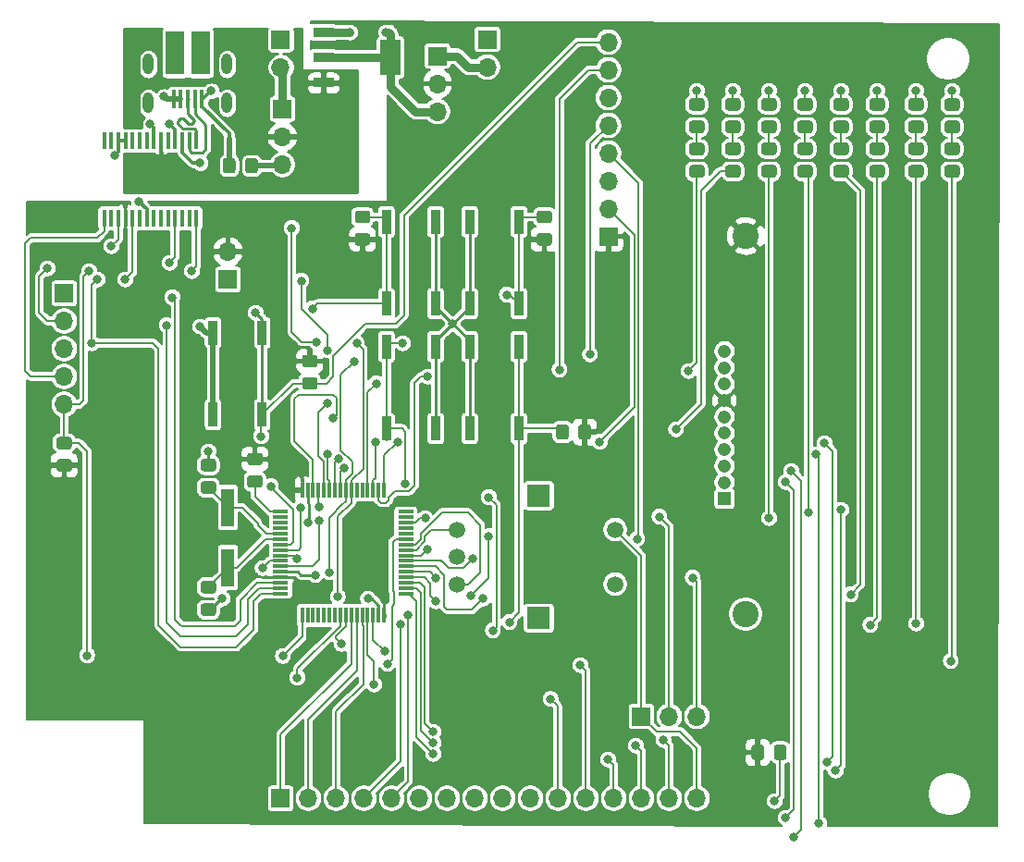
<source format=gbr>
%TF.GenerationSoftware,KiCad,Pcbnew,(5.1.6)-1*%
%TF.CreationDate,2020-11-14T18:00:02-05:00*%
%TF.ProjectId,F0DisplayBoard,46304469-7370-46c6-9179-426f6172642e,rev?*%
%TF.SameCoordinates,Original*%
%TF.FileFunction,Copper,L1,Top*%
%TF.FilePolarity,Positive*%
%FSLAX46Y46*%
G04 Gerber Fmt 4.6, Leading zero omitted, Abs format (unit mm)*
G04 Created by KiCad (PCBNEW (5.1.6)-1) date 2020-11-14 18:00:02*
%MOMM*%
%LPD*%
G01*
G04 APERTURE LIST*
%TA.AperFunction,ComponentPad*%
%ADD10O,1.700000X1.700000*%
%TD*%
%TA.AperFunction,ComponentPad*%
%ADD11R,1.700000X1.700000*%
%TD*%
%TA.AperFunction,SMDPad,CuDef*%
%ADD12R,0.300000X1.475000*%
%TD*%
%TA.AperFunction,SMDPad,CuDef*%
%ADD13R,1.475000X0.300000*%
%TD*%
%TA.AperFunction,SMDPad,CuDef*%
%ADD14R,0.431800X1.511300*%
%TD*%
%TA.AperFunction,SMDPad,CuDef*%
%ADD15R,0.863600X2.209800*%
%TD*%
%TA.AperFunction,ComponentPad*%
%ADD16O,0.950000X1.900000*%
%TD*%
%TA.AperFunction,SMDPad,CuDef*%
%ADD17R,1.800000X3.900000*%
%TD*%
%TA.AperFunction,SMDPad,CuDef*%
%ADD18R,0.400000X1.700000*%
%TD*%
%TA.AperFunction,ComponentPad*%
%ADD19C,1.500000*%
%TD*%
%TA.AperFunction,WasherPad*%
%ADD20R,2.100000X2.000000*%
%TD*%
%TA.AperFunction,SMDPad,CuDef*%
%ADD21R,1.860000X3.190000*%
%TD*%
%TA.AperFunction,SMDPad,CuDef*%
%ADD22R,1.860000X0.900000*%
%TD*%
%TA.AperFunction,SMDPad,CuDef*%
%ADD23R,1.200000X3.500000*%
%TD*%
%TA.AperFunction,ComponentPad*%
%ADD24C,2.400000*%
%TD*%
%TA.AperFunction,ComponentPad*%
%ADD25C,1.208000*%
%TD*%
%TA.AperFunction,ComponentPad*%
%ADD26R,1.208000X1.208000*%
%TD*%
%TA.AperFunction,ViaPad*%
%ADD27C,0.800000*%
%TD*%
%TA.AperFunction,Conductor*%
%ADD28C,0.177800*%
%TD*%
%TA.AperFunction,Conductor*%
%ADD29C,0.250000*%
%TD*%
%TA.AperFunction,Conductor*%
%ADD30C,0.508000*%
%TD*%
%TA.AperFunction,Conductor*%
%ADD31C,0.762000*%
%TD*%
%TA.AperFunction,Conductor*%
%ADD32C,0.304800*%
%TD*%
%TA.AperFunction,Conductor*%
%ADD33C,0.254000*%
%TD*%
%TA.AperFunction,Conductor*%
%ADD34C,0.203200*%
%TD*%
G04 APERTURE END LIST*
D10*
%TO.P,JP3,2*%
%TO.N,+3V3*%
X112522000Y-86614000D03*
D11*
%TO.P,JP3,1*%
%TO.N,/BOOT0*%
X112522000Y-89154000D03*
%TD*%
D12*
%TO.P,IC1,64*%
%TO.N,+3V3*%
X119313000Y-108435000D03*
%TO.P,IC1,63*%
%TO.N,GND*%
X119813000Y-108435000D03*
%TO.P,IC1,62*%
%TO.N,/DISP_RS*%
X120313000Y-108435000D03*
%TO.P,IC1,61*%
%TO.N,/DISP_RST*%
X120813000Y-108435000D03*
%TO.P,IC1,60*%
%TO.N,/BOOT0*%
X121313000Y-108435000D03*
%TO.P,IC1,59*%
%TO.N,/DISP_SI*%
X121813000Y-108435000D03*
%TO.P,IC1,58*%
%TO.N,/DISP_SCL*%
X122313000Y-108435000D03*
%TO.P,IC1,57*%
%TO.N,/DISP_CSB*%
X122813000Y-108435000D03*
%TO.P,IC1,56*%
%TO.N,/NJTRST*%
X123313000Y-108435000D03*
%TO.P,IC1,55*%
%TO.N,/JTDO*%
X123813000Y-108435000D03*
%TO.P,IC1,54*%
%TO.N,Net-(IC1-Pad54)*%
X124313000Y-108435000D03*
%TO.P,IC1,53*%
%TO.N,Net-(IC1-Pad53)*%
X124813000Y-108435000D03*
%TO.P,IC1,52*%
%TO.N,/PC11*%
X125313000Y-108435000D03*
%TO.P,IC1,51*%
%TO.N,/PC10*%
X125813000Y-108435000D03*
%TO.P,IC1,50*%
%TO.N,/JTDI*%
X126313000Y-108435000D03*
%TO.P,IC1,49*%
%TO.N,/JTCK-SWCLK*%
X126813000Y-108435000D03*
D13*
%TO.P,IC1,48*%
%TO.N,Net-(IC1-Pad48)*%
X128801000Y-110423000D03*
%TO.P,IC1,47*%
%TO.N,Net-(IC1-Pad47)*%
X128801000Y-110923000D03*
%TO.P,IC1,46*%
%TO.N,/JTMS-SWDIO*%
X128801000Y-111423000D03*
%TO.P,IC1,45*%
%TO.N,Net-(IC1-Pad45)*%
X128801000Y-111923000D03*
%TO.P,IC1,44*%
%TO.N,Net-(IC1-Pad44)*%
X128801000Y-112423000D03*
%TO.P,IC1,43*%
%TO.N,/FT_PWREN*%
X128801000Y-112923000D03*
%TO.P,IC1,42*%
%TO.N,/ROT_CHB*%
X128801000Y-113423000D03*
%TO.P,IC1,41*%
%TO.N,/ROT_CHA*%
X128801000Y-113923000D03*
%TO.P,IC1,40*%
%TO.N,/PC9*%
X128801000Y-114423000D03*
%TO.P,IC1,39*%
%TO.N,/PC8*%
X128801000Y-114923000D03*
%TO.P,IC1,38*%
%TO.N,/PC7*%
X128801000Y-115423000D03*
%TO.P,IC1,37*%
%TO.N,/PC6*%
X128801000Y-115923000D03*
%TO.P,IC1,36*%
%TO.N,/ROT_SW1*%
X128801000Y-116423000D03*
%TO.P,IC1,35*%
%TO.N,/PB14*%
X128801000Y-116923000D03*
%TO.P,IC1,34*%
%TO.N,/PB13*%
X128801000Y-117423000D03*
%TO.P,IC1,33*%
%TO.N,/PB12*%
X128801000Y-117923000D03*
D12*
%TO.P,IC1,32*%
%TO.N,+3V3*%
X126813000Y-119911000D03*
%TO.P,IC1,31*%
%TO.N,GND*%
X126313000Y-119911000D03*
%TO.P,IC1,30*%
%TO.N,/PB11*%
X125813000Y-119911000D03*
%TO.P,IC1,29*%
%TO.N,/PB10*%
X125313000Y-119911000D03*
%TO.P,IC1,28*%
%TO.N,/BOOT1*%
X124813000Y-119911000D03*
%TO.P,IC1,27*%
%TO.N,/PB1*%
X124313000Y-119911000D03*
%TO.P,IC1,26*%
%TO.N,/PB0*%
X123813000Y-119911000D03*
%TO.P,IC1,25*%
%TO.N,/PC5*%
X123313000Y-119911000D03*
%TO.P,IC1,24*%
%TO.N,/PC4*%
X122813000Y-119911000D03*
%TO.P,IC1,23*%
%TO.N,Net-(IC1-Pad23)*%
X122313000Y-119911000D03*
%TO.P,IC1,22*%
%TO.N,Net-(IC1-Pad22)*%
X121813000Y-119911000D03*
%TO.P,IC1,21*%
%TO.N,Net-(IC1-Pad21)*%
X121313000Y-119911000D03*
%TO.P,IC1,20*%
%TO.N,Net-(IC1-Pad20)*%
X120813000Y-119911000D03*
%TO.P,IC1,19*%
%TO.N,Net-(IC1-Pad19)*%
X120313000Y-119911000D03*
%TO.P,IC1,18*%
%TO.N,Net-(IC1-Pad18)*%
X119813000Y-119911000D03*
%TO.P,IC1,17*%
%TO.N,/FT_TX*%
X119313000Y-119911000D03*
D13*
%TO.P,IC1,16*%
%TO.N,/FT_RX*%
X117325000Y-117923000D03*
%TO.P,IC1,15*%
%TO.N,/FT_CTS*%
X117325000Y-117423000D03*
%TO.P,IC1,14*%
%TO.N,/FT_RTS*%
X117325000Y-116923000D03*
%TO.P,IC1,13*%
%TO.N,+3V3*%
X117325000Y-116423000D03*
%TO.P,IC1,12*%
%TO.N,GND*%
X117325000Y-115923000D03*
%TO.P,IC1,11*%
%TO.N,/PC3*%
X117325000Y-115423000D03*
%TO.P,IC1,10*%
%TO.N,/PC2*%
X117325000Y-114923000D03*
%TO.P,IC1,9*%
%TO.N,/PC1*%
X117325000Y-114423000D03*
%TO.P,IC1,8*%
%TO.N,/PC0*%
X117325000Y-113923000D03*
%TO.P,IC1,7*%
%TO.N,/NRST*%
X117325000Y-113423000D03*
%TO.P,IC1,6*%
%TO.N,/XTAL2*%
X117325000Y-112923000D03*
%TO.P,IC1,5*%
%TO.N,/XTAL1*%
X117325000Y-112423000D03*
%TO.P,IC1,4*%
%TO.N,Net-(IC1-Pad4)*%
X117325000Y-111923000D03*
%TO.P,IC1,3*%
%TO.N,Net-(IC1-Pad3)*%
X117325000Y-111423000D03*
%TO.P,IC1,2*%
%TO.N,Net-(IC1-Pad2)*%
X117325000Y-110923000D03*
%TO.P,IC1,1*%
%TO.N,/VBAT*%
X117325000Y-110423000D03*
%TD*%
%TO.P,C11,2*%
%TO.N,+3V3*%
%TA.AperFunction,SMDPad,CuDef*%
G36*
G01*
X115448501Y-106175500D02*
X114548499Y-106175500D01*
G75*
G02*
X114298500Y-105925501I0J249999D01*
G01*
X114298500Y-105275499D01*
G75*
G02*
X114548499Y-105025500I249999J0D01*
G01*
X115448501Y-105025500D01*
G75*
G02*
X115698500Y-105275499I0J-249999D01*
G01*
X115698500Y-105925501D01*
G75*
G02*
X115448501Y-106175500I-249999J0D01*
G01*
G37*
%TD.AperFunction*%
%TO.P,C11,1*%
%TO.N,/VBAT*%
%TA.AperFunction,SMDPad,CuDef*%
G36*
G01*
X115448501Y-108225500D02*
X114548499Y-108225500D01*
G75*
G02*
X114298500Y-107975501I0J249999D01*
G01*
X114298500Y-107325499D01*
G75*
G02*
X114548499Y-107075500I249999J0D01*
G01*
X115448501Y-107075500D01*
G75*
G02*
X115698500Y-107325499I0J-249999D01*
G01*
X115698500Y-107975501D01*
G75*
G02*
X115448501Y-108225500I-249999J0D01*
G01*
G37*
%TD.AperFunction*%
%TD*%
D10*
%TO.P,J9,3*%
%TO.N,/ROT_CHB*%
X155448000Y-129159000D03*
%TO.P,J9,2*%
%TO.N,/ROT_CHA*%
X152908000Y-129159000D03*
D11*
%TO.P,J9,1*%
%TO.N,/ROT_SW1*%
X150368000Y-129159000D03*
%TD*%
D10*
%TO.P,J8,5*%
%TO.N,/FT_PWREN*%
X97536000Y-100584000D03*
%TO.P,J8,4*%
%TO.N,/FT_TX*%
X97536000Y-98044000D03*
%TO.P,J8,3*%
%TO.N,/FT_RX*%
X97536000Y-95504000D03*
%TO.P,J8,2*%
%TO.N,/FT_CTS*%
X97536000Y-92964000D03*
D11*
%TO.P,J8,1*%
%TO.N,/FT_RTS*%
X97536000Y-90424000D03*
%TD*%
D14*
%TO.P,U2,28*%
%TO.N,Net-(U2-Pad28)*%
X101185000Y-76460350D03*
%TO.P,U2,27*%
%TO.N,Net-(U2-Pad27)*%
X101835001Y-76460350D03*
%TO.P,U2,26*%
%TO.N,GND*%
X102485000Y-76460350D03*
%TO.P,U2,25*%
X103135001Y-76460350D03*
%TO.P,U2,24*%
%TO.N,Net-(U2-Pad24)*%
X103784999Y-76460350D03*
%TO.P,U2,23*%
%TO.N,Net-(U2-Pad23)*%
X104435001Y-76460350D03*
%TO.P,U2,22*%
%TO.N,Net-(U2-Pad22)*%
X105084999Y-76460350D03*
%TO.P,U2,21*%
%TO.N,GND*%
X105735001Y-76460350D03*
%TO.P,U2,20*%
%TO.N,+5V*%
X106384999Y-76460350D03*
%TO.P,U2,19*%
%TO.N,Net-(U2-Pad19)*%
X107035001Y-76460350D03*
%TO.P,U2,18*%
%TO.N,GND*%
X107684999Y-76460350D03*
%TO.P,U2,17*%
%TO.N,/FT_3V3OUT*%
X108335000Y-76460350D03*
%TO.P,U2,16*%
%TO.N,/D-*%
X108984999Y-76460350D03*
%TO.P,U2,15*%
%TO.N,/D+*%
X109635000Y-76460350D03*
%TO.P,U2,14*%
%TO.N,/FT_PWREN*%
X109634998Y-83559650D03*
%TO.P,U2,13*%
%TO.N,Net-(U2-Pad13)*%
X108984999Y-83559650D03*
%TO.P,U2,12*%
%TO.N,Net-(U2-Pad12)*%
X108334998Y-83559650D03*
%TO.P,U2,11*%
%TO.N,/FT_CTS*%
X107684999Y-83559650D03*
%TO.P,U2,10*%
%TO.N,Net-(U2-Pad10)*%
X107034998Y-83559650D03*
%TO.P,U2,9*%
%TO.N,Net-(U2-Pad9)*%
X106384999Y-83559650D03*
%TO.P,U2,8*%
%TO.N,Net-(U2-Pad8)*%
X105734998Y-83559650D03*
%TO.P,U2,7*%
%TO.N,GND*%
X105084999Y-83559650D03*
%TO.P,U2,6*%
%TO.N,Net-(U2-Pad6)*%
X104435001Y-83559650D03*
%TO.P,U2,5*%
%TO.N,/FT_RX*%
X103784999Y-83559650D03*
%TO.P,U2,4*%
%TO.N,+3V3*%
X103135001Y-83559650D03*
%TO.P,U2,3*%
%TO.N,/FT_RTS*%
X102485000Y-83559650D03*
%TO.P,U2,2*%
%TO.N,Net-(U2-Pad2)*%
X101835001Y-83559650D03*
%TO.P,U2,1*%
%TO.N,/FT_TX*%
X101185000Y-83559650D03*
%TD*%
D15*
%TO.P,SW4,2*%
%TO.N,/PC2*%
X127035999Y-95313500D03*
%TO.P,SW4,4*%
%TO.N,GND*%
X131536001Y-95313500D03*
%TO.P,SW4,3*%
X131536001Y-102806500D03*
%TO.P,SW4,1*%
%TO.N,/PC2*%
X127035999Y-102806500D03*
%TD*%
%TO.P,SW5,2*%
%TO.N,/PC3*%
X127035999Y-83883500D03*
%TO.P,SW5,4*%
%TO.N,GND*%
X131536001Y-83883500D03*
%TO.P,SW5,3*%
X131536001Y-91376500D03*
%TO.P,SW5,1*%
%TO.N,/PC3*%
X127035999Y-91376500D03*
%TD*%
%TO.P,SW3,2*%
%TO.N,/PC1*%
X139156001Y-102806500D03*
%TO.P,SW3,4*%
%TO.N,GND*%
X134655999Y-102806500D03*
%TO.P,SW3,3*%
X134655999Y-95313500D03*
%TO.P,SW3,1*%
%TO.N,/PC1*%
X139156001Y-95313500D03*
%TD*%
%TO.P,SW2,2*%
%TO.N,/PC0*%
X139156001Y-91376500D03*
%TO.P,SW2,4*%
%TO.N,GND*%
X134655999Y-91376500D03*
%TO.P,SW2,3*%
X134655999Y-83883500D03*
%TO.P,SW2,1*%
%TO.N,/PC0*%
X139156001Y-83883500D03*
%TD*%
D16*
%TO.P,J1,S4*%
%TO.N,N/C*%
X105239000Y-69441000D03*
%TO.P,J1,S3*%
X105239000Y-72991000D03*
%TO.P,J1,S1*%
X112439000Y-72991000D03*
%TO.P,J1,S2*%
X112439000Y-69441000D03*
D17*
%TO.P,J1,P6*%
X109989000Y-68441000D03*
%TO.P,J1,P5*%
X107689000Y-68441000D03*
D18*
%TO.P,J1,5*%
%TO.N,GND*%
X107539000Y-72641000D03*
%TO.P,J1,4*%
X108189000Y-72641000D03*
%TO.P,J1,3*%
%TO.N,/D+*%
X108839000Y-72641000D03*
%TO.P,J1,2*%
%TO.N,/D-*%
X109489000Y-72641000D03*
%TO.P,J1,1*%
%TO.N,/VBUS*%
X110139000Y-72641000D03*
%TD*%
D15*
%TO.P,SW1,2*%
%TO.N,GND*%
X111160999Y-94043500D03*
%TO.P,SW1,4*%
%TO.N,/NRST*%
X115661001Y-94043500D03*
%TO.P,SW1,3*%
X115661001Y-101536500D03*
%TO.P,SW1,1*%
%TO.N,GND*%
X111160999Y-101536500D03*
%TD*%
%TO.P,R5,2*%
%TO.N,/NRST*%
%TA.AperFunction,SMDPad,CuDef*%
G36*
G01*
X119564999Y-98104000D02*
X120465001Y-98104000D01*
G75*
G02*
X120715000Y-98353999I0J-249999D01*
G01*
X120715000Y-99004001D01*
G75*
G02*
X120465001Y-99254000I-249999J0D01*
G01*
X119564999Y-99254000D01*
G75*
G02*
X119315000Y-99004001I0J249999D01*
G01*
X119315000Y-98353999D01*
G75*
G02*
X119564999Y-98104000I249999J0D01*
G01*
G37*
%TD.AperFunction*%
%TO.P,R5,1*%
%TO.N,+3V3*%
%TA.AperFunction,SMDPad,CuDef*%
G36*
G01*
X119564999Y-96054000D02*
X120465001Y-96054000D01*
G75*
G02*
X120715000Y-96303999I0J-249999D01*
G01*
X120715000Y-96954001D01*
G75*
G02*
X120465001Y-97204000I-249999J0D01*
G01*
X119564999Y-97204000D01*
G75*
G02*
X119315000Y-96954001I0J249999D01*
G01*
X119315000Y-96303999D01*
G75*
G02*
X119564999Y-96054000I249999J0D01*
G01*
G37*
%TD.AperFunction*%
%TD*%
%TO.P,R1,2*%
%TO.N,/FT_PWREN*%
%TA.AperFunction,SMDPad,CuDef*%
G36*
G01*
X97986001Y-104715000D02*
X97085999Y-104715000D01*
G75*
G02*
X96836000Y-104465001I0J249999D01*
G01*
X96836000Y-103814999D01*
G75*
G02*
X97085999Y-103565000I249999J0D01*
G01*
X97986001Y-103565000D01*
G75*
G02*
X98236000Y-103814999I0J-249999D01*
G01*
X98236000Y-104465001D01*
G75*
G02*
X97986001Y-104715000I-249999J0D01*
G01*
G37*
%TD.AperFunction*%
%TO.P,R1,1*%
%TO.N,+3V3*%
%TA.AperFunction,SMDPad,CuDef*%
G36*
G01*
X97986001Y-106765000D02*
X97085999Y-106765000D01*
G75*
G02*
X96836000Y-106515001I0J249999D01*
G01*
X96836000Y-105864999D01*
G75*
G02*
X97085999Y-105615000I249999J0D01*
G01*
X97986001Y-105615000D01*
G75*
G02*
X98236000Y-105864999I0J-249999D01*
G01*
X98236000Y-106515001D01*
G75*
G02*
X97986001Y-106765000I-249999J0D01*
G01*
G37*
%TD.AperFunction*%
%TD*%
D10*
%TO.P,JP2,3*%
%TO.N,/3.3V_AZ*%
X131699000Y-73787000D03*
%TO.P,JP2,2*%
%TO.N,+3V3*%
X131699000Y-71247000D03*
D11*
%TO.P,JP2,1*%
%TO.N,/3.3V_CONN*%
X131699000Y-68707000D03*
%TD*%
D10*
%TO.P,JP1,3*%
%TO.N,/VUSB*%
X117475000Y-78613000D03*
%TO.P,JP1,2*%
%TO.N,+5V*%
X117475000Y-76073000D03*
D11*
%TO.P,JP1,1*%
%TO.N,/5V_CONN*%
X117475000Y-73533000D03*
%TD*%
D10*
%TO.P,J7,8*%
%TO.N,/NRST*%
X147345400Y-67437000D03*
%TO.P,J7,7*%
%TO.N,/JTDI*%
X147345400Y-69977000D03*
%TO.P,J7,6*%
%TO.N,/JTDO*%
X147345400Y-72517000D03*
%TO.P,J7,5*%
%TO.N,/NJTRST*%
X147345400Y-75057000D03*
%TO.P,J7,4*%
%TO.N,/JTMS-SWDIO*%
X147345400Y-77597000D03*
%TO.P,J7,3*%
%TO.N,GND*%
X147345400Y-80137000D03*
%TO.P,J7,2*%
%TO.N,/JTCK-SWCLK*%
X147345400Y-82677000D03*
D11*
%TO.P,J7,1*%
%TO.N,+3V3*%
X147345400Y-85217000D03*
%TD*%
D10*
%TO.P,J6,16*%
%TO.N,/ROT_SW1*%
X155448000Y-136652000D03*
%TO.P,J6,15*%
%TO.N,/PB14*%
X152908000Y-136652000D03*
%TO.P,J6,14*%
%TO.N,/PB13*%
X150368000Y-136652000D03*
%TO.P,J6,13*%
%TO.N,/PB12*%
X147828000Y-136652000D03*
%TO.P,J6,12*%
%TO.N,/PB11*%
X145288000Y-136652000D03*
%TO.P,J6,11*%
%TO.N,/PB10*%
X142748000Y-136652000D03*
%TO.P,J6,10*%
%TO.N,/DISP_RS*%
X140208000Y-136652000D03*
%TO.P,J6,9*%
%TO.N,/DISP_RST*%
X137668000Y-136652000D03*
%TO.P,J6,8*%
%TO.N,/DISP_SI*%
X135128000Y-136652000D03*
%TO.P,J6,7*%
%TO.N,/DISP_SCL*%
X132588000Y-136652000D03*
%TO.P,J6,6*%
%TO.N,/DISP_CSB*%
X130048000Y-136652000D03*
%TO.P,J6,5*%
%TO.N,/NJTRST*%
X127508000Y-136652000D03*
%TO.P,J6,4*%
%TO.N,/JTDO*%
X124968000Y-136652000D03*
%TO.P,J6,3*%
%TO.N,/BOOT1*%
X122428000Y-136652000D03*
%TO.P,J6,2*%
%TO.N,/PB1*%
X119888000Y-136652000D03*
D11*
%TO.P,J6,1*%
%TO.N,/PB0*%
X117348000Y-136652000D03*
%TD*%
D10*
%TO.P,J3,2*%
%TO.N,/5V_CONN*%
X117348000Y-69723000D03*
D11*
%TO.P,J3,1*%
%TO.N,GND*%
X117348000Y-67183000D03*
%TD*%
D10*
%TO.P,J2,2*%
%TO.N,/3.3V_CONN*%
X136271000Y-69723000D03*
D11*
%TO.P,J2,1*%
%TO.N,GND*%
X136271000Y-67183000D03*
%TD*%
%TO.P,D8,2*%
%TO.N,Net-(D8-Pad2)*%
%TA.AperFunction,SMDPad,CuDef*%
G36*
G01*
X154997999Y-74618000D02*
X155898001Y-74618000D01*
G75*
G02*
X156148000Y-74867999I0J-249999D01*
G01*
X156148000Y-75518001D01*
G75*
G02*
X155898001Y-75768000I-249999J0D01*
G01*
X154997999Y-75768000D01*
G75*
G02*
X154748000Y-75518001I0J249999D01*
G01*
X154748000Y-74867999D01*
G75*
G02*
X154997999Y-74618000I249999J0D01*
G01*
G37*
%TD.AperFunction*%
%TO.P,D8,1*%
%TO.N,GND*%
%TA.AperFunction,SMDPad,CuDef*%
G36*
G01*
X154997999Y-72568000D02*
X155898001Y-72568000D01*
G75*
G02*
X156148000Y-72817999I0J-249999D01*
G01*
X156148000Y-73468001D01*
G75*
G02*
X155898001Y-73718000I-249999J0D01*
G01*
X154997999Y-73718000D01*
G75*
G02*
X154748000Y-73468001I0J249999D01*
G01*
X154748000Y-72817999D01*
G75*
G02*
X154997999Y-72568000I249999J0D01*
G01*
G37*
%TD.AperFunction*%
%TD*%
%TO.P,D7,2*%
%TO.N,Net-(D7-Pad2)*%
%TA.AperFunction,SMDPad,CuDef*%
G36*
G01*
X158299999Y-74618000D02*
X159200001Y-74618000D01*
G75*
G02*
X159450000Y-74867999I0J-249999D01*
G01*
X159450000Y-75518001D01*
G75*
G02*
X159200001Y-75768000I-249999J0D01*
G01*
X158299999Y-75768000D01*
G75*
G02*
X158050000Y-75518001I0J249999D01*
G01*
X158050000Y-74867999D01*
G75*
G02*
X158299999Y-74618000I249999J0D01*
G01*
G37*
%TD.AperFunction*%
%TO.P,D7,1*%
%TO.N,GND*%
%TA.AperFunction,SMDPad,CuDef*%
G36*
G01*
X158299999Y-72568000D02*
X159200001Y-72568000D01*
G75*
G02*
X159450000Y-72817999I0J-249999D01*
G01*
X159450000Y-73468001D01*
G75*
G02*
X159200001Y-73718000I-249999J0D01*
G01*
X158299999Y-73718000D01*
G75*
G02*
X158050000Y-73468001I0J249999D01*
G01*
X158050000Y-72817999D01*
G75*
G02*
X158299999Y-72568000I249999J0D01*
G01*
G37*
%TD.AperFunction*%
%TD*%
%TO.P,D6,2*%
%TO.N,Net-(D6-Pad2)*%
%TA.AperFunction,SMDPad,CuDef*%
G36*
G01*
X161601999Y-74618000D02*
X162502001Y-74618000D01*
G75*
G02*
X162752000Y-74867999I0J-249999D01*
G01*
X162752000Y-75518001D01*
G75*
G02*
X162502001Y-75768000I-249999J0D01*
G01*
X161601999Y-75768000D01*
G75*
G02*
X161352000Y-75518001I0J249999D01*
G01*
X161352000Y-74867999D01*
G75*
G02*
X161601999Y-74618000I249999J0D01*
G01*
G37*
%TD.AperFunction*%
%TO.P,D6,1*%
%TO.N,GND*%
%TA.AperFunction,SMDPad,CuDef*%
G36*
G01*
X161601999Y-72568000D02*
X162502001Y-72568000D01*
G75*
G02*
X162752000Y-72817999I0J-249999D01*
G01*
X162752000Y-73468001D01*
G75*
G02*
X162502001Y-73718000I-249999J0D01*
G01*
X161601999Y-73718000D01*
G75*
G02*
X161352000Y-73468001I0J249999D01*
G01*
X161352000Y-72817999D01*
G75*
G02*
X161601999Y-72568000I249999J0D01*
G01*
G37*
%TD.AperFunction*%
%TD*%
%TO.P,D5,2*%
%TO.N,Net-(D5-Pad2)*%
%TA.AperFunction,SMDPad,CuDef*%
G36*
G01*
X164903999Y-74618000D02*
X165804001Y-74618000D01*
G75*
G02*
X166054000Y-74867999I0J-249999D01*
G01*
X166054000Y-75518001D01*
G75*
G02*
X165804001Y-75768000I-249999J0D01*
G01*
X164903999Y-75768000D01*
G75*
G02*
X164654000Y-75518001I0J249999D01*
G01*
X164654000Y-74867999D01*
G75*
G02*
X164903999Y-74618000I249999J0D01*
G01*
G37*
%TD.AperFunction*%
%TO.P,D5,1*%
%TO.N,GND*%
%TA.AperFunction,SMDPad,CuDef*%
G36*
G01*
X164903999Y-72568000D02*
X165804001Y-72568000D01*
G75*
G02*
X166054000Y-72817999I0J-249999D01*
G01*
X166054000Y-73468001D01*
G75*
G02*
X165804001Y-73718000I-249999J0D01*
G01*
X164903999Y-73718000D01*
G75*
G02*
X164654000Y-73468001I0J249999D01*
G01*
X164654000Y-72817999D01*
G75*
G02*
X164903999Y-72568000I249999J0D01*
G01*
G37*
%TD.AperFunction*%
%TD*%
%TO.P,D4,2*%
%TO.N,Net-(D4-Pad2)*%
%TA.AperFunction,SMDPad,CuDef*%
G36*
G01*
X168205999Y-74618000D02*
X169106001Y-74618000D01*
G75*
G02*
X169356000Y-74867999I0J-249999D01*
G01*
X169356000Y-75518001D01*
G75*
G02*
X169106001Y-75768000I-249999J0D01*
G01*
X168205999Y-75768000D01*
G75*
G02*
X167956000Y-75518001I0J249999D01*
G01*
X167956000Y-74867999D01*
G75*
G02*
X168205999Y-74618000I249999J0D01*
G01*
G37*
%TD.AperFunction*%
%TO.P,D4,1*%
%TO.N,GND*%
%TA.AperFunction,SMDPad,CuDef*%
G36*
G01*
X168205999Y-72568000D02*
X169106001Y-72568000D01*
G75*
G02*
X169356000Y-72817999I0J-249999D01*
G01*
X169356000Y-73468001D01*
G75*
G02*
X169106001Y-73718000I-249999J0D01*
G01*
X168205999Y-73718000D01*
G75*
G02*
X167956000Y-73468001I0J249999D01*
G01*
X167956000Y-72817999D01*
G75*
G02*
X168205999Y-72568000I249999J0D01*
G01*
G37*
%TD.AperFunction*%
%TD*%
%TO.P,D3,2*%
%TO.N,Net-(D3-Pad2)*%
%TA.AperFunction,SMDPad,CuDef*%
G36*
G01*
X171507999Y-74618000D02*
X172408001Y-74618000D01*
G75*
G02*
X172658000Y-74867999I0J-249999D01*
G01*
X172658000Y-75518001D01*
G75*
G02*
X172408001Y-75768000I-249999J0D01*
G01*
X171507999Y-75768000D01*
G75*
G02*
X171258000Y-75518001I0J249999D01*
G01*
X171258000Y-74867999D01*
G75*
G02*
X171507999Y-74618000I249999J0D01*
G01*
G37*
%TD.AperFunction*%
%TO.P,D3,1*%
%TO.N,GND*%
%TA.AperFunction,SMDPad,CuDef*%
G36*
G01*
X171507999Y-72568000D02*
X172408001Y-72568000D01*
G75*
G02*
X172658000Y-72817999I0J-249999D01*
G01*
X172658000Y-73468001D01*
G75*
G02*
X172408001Y-73718000I-249999J0D01*
G01*
X171507999Y-73718000D01*
G75*
G02*
X171258000Y-73468001I0J249999D01*
G01*
X171258000Y-72817999D01*
G75*
G02*
X171507999Y-72568000I249999J0D01*
G01*
G37*
%TD.AperFunction*%
%TD*%
%TO.P,D2,2*%
%TO.N,Net-(D2-Pad2)*%
%TA.AperFunction,SMDPad,CuDef*%
G36*
G01*
X175063999Y-74618000D02*
X175964001Y-74618000D01*
G75*
G02*
X176214000Y-74867999I0J-249999D01*
G01*
X176214000Y-75518001D01*
G75*
G02*
X175964001Y-75768000I-249999J0D01*
G01*
X175063999Y-75768000D01*
G75*
G02*
X174814000Y-75518001I0J249999D01*
G01*
X174814000Y-74867999D01*
G75*
G02*
X175063999Y-74618000I249999J0D01*
G01*
G37*
%TD.AperFunction*%
%TO.P,D2,1*%
%TO.N,GND*%
%TA.AperFunction,SMDPad,CuDef*%
G36*
G01*
X175063999Y-72568000D02*
X175964001Y-72568000D01*
G75*
G02*
X176214000Y-72817999I0J-249999D01*
G01*
X176214000Y-73468001D01*
G75*
G02*
X175964001Y-73718000I-249999J0D01*
G01*
X175063999Y-73718000D01*
G75*
G02*
X174814000Y-73468001I0J249999D01*
G01*
X174814000Y-72817999D01*
G75*
G02*
X175063999Y-72568000I249999J0D01*
G01*
G37*
%TD.AperFunction*%
%TD*%
%TO.P,D1,2*%
%TO.N,Net-(D1-Pad2)*%
%TA.AperFunction,SMDPad,CuDef*%
G36*
G01*
X178365999Y-74627000D02*
X179266001Y-74627000D01*
G75*
G02*
X179516000Y-74876999I0J-249999D01*
G01*
X179516000Y-75527001D01*
G75*
G02*
X179266001Y-75777000I-249999J0D01*
G01*
X178365999Y-75777000D01*
G75*
G02*
X178116000Y-75527001I0J249999D01*
G01*
X178116000Y-74876999D01*
G75*
G02*
X178365999Y-74627000I249999J0D01*
G01*
G37*
%TD.AperFunction*%
%TO.P,D1,1*%
%TO.N,GND*%
%TA.AperFunction,SMDPad,CuDef*%
G36*
G01*
X178365999Y-72577000D02*
X179266001Y-72577000D01*
G75*
G02*
X179516000Y-72826999I0J-249999D01*
G01*
X179516000Y-73477001D01*
G75*
G02*
X179266001Y-73727000I-249999J0D01*
G01*
X178365999Y-73727000D01*
G75*
G02*
X178116000Y-73477001I0J249999D01*
G01*
X178116000Y-72826999D01*
G75*
G02*
X178365999Y-72577000I249999J0D01*
G01*
G37*
%TD.AperFunction*%
%TD*%
%TO.P,C10,2*%
%TO.N,GND*%
%TA.AperFunction,SMDPad,CuDef*%
G36*
G01*
X110293999Y-118814000D02*
X111194001Y-118814000D01*
G75*
G02*
X111444000Y-119063999I0J-249999D01*
G01*
X111444000Y-119714001D01*
G75*
G02*
X111194001Y-119964000I-249999J0D01*
G01*
X110293999Y-119964000D01*
G75*
G02*
X110044000Y-119714001I0J249999D01*
G01*
X110044000Y-119063999D01*
G75*
G02*
X110293999Y-118814000I249999J0D01*
G01*
G37*
%TD.AperFunction*%
%TO.P,C10,1*%
%TO.N,/XTAL2*%
%TA.AperFunction,SMDPad,CuDef*%
G36*
G01*
X110293999Y-116764000D02*
X111194001Y-116764000D01*
G75*
G02*
X111444000Y-117013999I0J-249999D01*
G01*
X111444000Y-117664001D01*
G75*
G02*
X111194001Y-117914000I-249999J0D01*
G01*
X110293999Y-117914000D01*
G75*
G02*
X110044000Y-117664001I0J249999D01*
G01*
X110044000Y-117013999D01*
G75*
G02*
X110293999Y-116764000I249999J0D01*
G01*
G37*
%TD.AperFunction*%
%TD*%
%TO.P,C7,2*%
%TO.N,GND*%
%TA.AperFunction,SMDPad,CuDef*%
G36*
G01*
X111194001Y-106738000D02*
X110293999Y-106738000D01*
G75*
G02*
X110044000Y-106488001I0J249999D01*
G01*
X110044000Y-105837999D01*
G75*
G02*
X110293999Y-105588000I249999J0D01*
G01*
X111194001Y-105588000D01*
G75*
G02*
X111444000Y-105837999I0J-249999D01*
G01*
X111444000Y-106488001D01*
G75*
G02*
X111194001Y-106738000I-249999J0D01*
G01*
G37*
%TD.AperFunction*%
%TO.P,C7,1*%
%TO.N,/XTAL1*%
%TA.AperFunction,SMDPad,CuDef*%
G36*
G01*
X111194001Y-108788000D02*
X110293999Y-108788000D01*
G75*
G02*
X110044000Y-108538001I0J249999D01*
G01*
X110044000Y-107887999D01*
G75*
G02*
X110293999Y-107638000I249999J0D01*
G01*
X111194001Y-107638000D01*
G75*
G02*
X111444000Y-107887999I0J-249999D01*
G01*
X111444000Y-108538001D01*
G75*
G02*
X111194001Y-108788000I-249999J0D01*
G01*
G37*
%TD.AperFunction*%
%TD*%
%TO.P,R17,2*%
%TO.N,/PC3*%
%TA.AperFunction,SMDPad,CuDef*%
G36*
G01*
X125291001Y-84014000D02*
X124390999Y-84014000D01*
G75*
G02*
X124141000Y-83764001I0J249999D01*
G01*
X124141000Y-83113999D01*
G75*
G02*
X124390999Y-82864000I249999J0D01*
G01*
X125291001Y-82864000D01*
G75*
G02*
X125541000Y-83113999I0J-249999D01*
G01*
X125541000Y-83764001D01*
G75*
G02*
X125291001Y-84014000I-249999J0D01*
G01*
G37*
%TD.AperFunction*%
%TO.P,R17,1*%
%TO.N,+3V3*%
%TA.AperFunction,SMDPad,CuDef*%
G36*
G01*
X125291001Y-86064000D02*
X124390999Y-86064000D01*
G75*
G02*
X124141000Y-85814001I0J249999D01*
G01*
X124141000Y-85163999D01*
G75*
G02*
X124390999Y-84914000I249999J0D01*
G01*
X125291001Y-84914000D01*
G75*
G02*
X125541000Y-85163999I0J-249999D01*
G01*
X125541000Y-85814001D01*
G75*
G02*
X125291001Y-86064000I-249999J0D01*
G01*
G37*
%TD.AperFunction*%
%TD*%
%TO.P,R16,2*%
%TO.N,/PC11*%
%TA.AperFunction,SMDPad,CuDef*%
G36*
G01*
X154997999Y-78691000D02*
X155898001Y-78691000D01*
G75*
G02*
X156148000Y-78940999I0J-249999D01*
G01*
X156148000Y-79591001D01*
G75*
G02*
X155898001Y-79841000I-249999J0D01*
G01*
X154997999Y-79841000D01*
G75*
G02*
X154748000Y-79591001I0J249999D01*
G01*
X154748000Y-78940999D01*
G75*
G02*
X154997999Y-78691000I249999J0D01*
G01*
G37*
%TD.AperFunction*%
%TO.P,R16,1*%
%TO.N,Net-(D8-Pad2)*%
%TA.AperFunction,SMDPad,CuDef*%
G36*
G01*
X154997999Y-76641000D02*
X155898001Y-76641000D01*
G75*
G02*
X156148000Y-76890999I0J-249999D01*
G01*
X156148000Y-77541001D01*
G75*
G02*
X155898001Y-77791000I-249999J0D01*
G01*
X154997999Y-77791000D01*
G75*
G02*
X154748000Y-77541001I0J249999D01*
G01*
X154748000Y-76890999D01*
G75*
G02*
X154997999Y-76641000I249999J0D01*
G01*
G37*
%TD.AperFunction*%
%TD*%
%TO.P,R15,2*%
%TO.N,/PC10*%
%TA.AperFunction,SMDPad,CuDef*%
G36*
G01*
X158299999Y-78682000D02*
X159200001Y-78682000D01*
G75*
G02*
X159450000Y-78931999I0J-249999D01*
G01*
X159450000Y-79582001D01*
G75*
G02*
X159200001Y-79832000I-249999J0D01*
G01*
X158299999Y-79832000D01*
G75*
G02*
X158050000Y-79582001I0J249999D01*
G01*
X158050000Y-78931999D01*
G75*
G02*
X158299999Y-78682000I249999J0D01*
G01*
G37*
%TD.AperFunction*%
%TO.P,R15,1*%
%TO.N,Net-(D7-Pad2)*%
%TA.AperFunction,SMDPad,CuDef*%
G36*
G01*
X158299999Y-76632000D02*
X159200001Y-76632000D01*
G75*
G02*
X159450000Y-76881999I0J-249999D01*
G01*
X159450000Y-77532001D01*
G75*
G02*
X159200001Y-77782000I-249999J0D01*
G01*
X158299999Y-77782000D01*
G75*
G02*
X158050000Y-77532001I0J249999D01*
G01*
X158050000Y-76881999D01*
G75*
G02*
X158299999Y-76632000I249999J0D01*
G01*
G37*
%TD.AperFunction*%
%TD*%
%TO.P,R14,2*%
%TO.N,/PC9*%
%TA.AperFunction,SMDPad,CuDef*%
G36*
G01*
X161601999Y-78682000D02*
X162502001Y-78682000D01*
G75*
G02*
X162752000Y-78931999I0J-249999D01*
G01*
X162752000Y-79582001D01*
G75*
G02*
X162502001Y-79832000I-249999J0D01*
G01*
X161601999Y-79832000D01*
G75*
G02*
X161352000Y-79582001I0J249999D01*
G01*
X161352000Y-78931999D01*
G75*
G02*
X161601999Y-78682000I249999J0D01*
G01*
G37*
%TD.AperFunction*%
%TO.P,R14,1*%
%TO.N,Net-(D6-Pad2)*%
%TA.AperFunction,SMDPad,CuDef*%
G36*
G01*
X161601999Y-76632000D02*
X162502001Y-76632000D01*
G75*
G02*
X162752000Y-76881999I0J-249999D01*
G01*
X162752000Y-77532001D01*
G75*
G02*
X162502001Y-77782000I-249999J0D01*
G01*
X161601999Y-77782000D01*
G75*
G02*
X161352000Y-77532001I0J249999D01*
G01*
X161352000Y-76881999D01*
G75*
G02*
X161601999Y-76632000I249999J0D01*
G01*
G37*
%TD.AperFunction*%
%TD*%
%TO.P,R13,2*%
%TO.N,/PC8*%
%TA.AperFunction,SMDPad,CuDef*%
G36*
G01*
X164903999Y-78682000D02*
X165804001Y-78682000D01*
G75*
G02*
X166054000Y-78931999I0J-249999D01*
G01*
X166054000Y-79582001D01*
G75*
G02*
X165804001Y-79832000I-249999J0D01*
G01*
X164903999Y-79832000D01*
G75*
G02*
X164654000Y-79582001I0J249999D01*
G01*
X164654000Y-78931999D01*
G75*
G02*
X164903999Y-78682000I249999J0D01*
G01*
G37*
%TD.AperFunction*%
%TO.P,R13,1*%
%TO.N,Net-(D5-Pad2)*%
%TA.AperFunction,SMDPad,CuDef*%
G36*
G01*
X164903999Y-76632000D02*
X165804001Y-76632000D01*
G75*
G02*
X166054000Y-76881999I0J-249999D01*
G01*
X166054000Y-77532001D01*
G75*
G02*
X165804001Y-77782000I-249999J0D01*
G01*
X164903999Y-77782000D01*
G75*
G02*
X164654000Y-77532001I0J249999D01*
G01*
X164654000Y-76881999D01*
G75*
G02*
X164903999Y-76632000I249999J0D01*
G01*
G37*
%TD.AperFunction*%
%TD*%
%TO.P,R12,2*%
%TO.N,/PC7*%
%TA.AperFunction,SMDPad,CuDef*%
G36*
G01*
X168205999Y-78682000D02*
X169106001Y-78682000D01*
G75*
G02*
X169356000Y-78931999I0J-249999D01*
G01*
X169356000Y-79582001D01*
G75*
G02*
X169106001Y-79832000I-249999J0D01*
G01*
X168205999Y-79832000D01*
G75*
G02*
X167956000Y-79582001I0J249999D01*
G01*
X167956000Y-78931999D01*
G75*
G02*
X168205999Y-78682000I249999J0D01*
G01*
G37*
%TD.AperFunction*%
%TO.P,R12,1*%
%TO.N,Net-(D4-Pad2)*%
%TA.AperFunction,SMDPad,CuDef*%
G36*
G01*
X168205999Y-76632000D02*
X169106001Y-76632000D01*
G75*
G02*
X169356000Y-76881999I0J-249999D01*
G01*
X169356000Y-77532001D01*
G75*
G02*
X169106001Y-77782000I-249999J0D01*
G01*
X168205999Y-77782000D01*
G75*
G02*
X167956000Y-77532001I0J249999D01*
G01*
X167956000Y-76881999D01*
G75*
G02*
X168205999Y-76632000I249999J0D01*
G01*
G37*
%TD.AperFunction*%
%TD*%
%TO.P,R11,2*%
%TO.N,/PC6*%
%TA.AperFunction,SMDPad,CuDef*%
G36*
G01*
X171507999Y-78682000D02*
X172408001Y-78682000D01*
G75*
G02*
X172658000Y-78931999I0J-249999D01*
G01*
X172658000Y-79582001D01*
G75*
G02*
X172408001Y-79832000I-249999J0D01*
G01*
X171507999Y-79832000D01*
G75*
G02*
X171258000Y-79582001I0J249999D01*
G01*
X171258000Y-78931999D01*
G75*
G02*
X171507999Y-78682000I249999J0D01*
G01*
G37*
%TD.AperFunction*%
%TO.P,R11,1*%
%TO.N,Net-(D3-Pad2)*%
%TA.AperFunction,SMDPad,CuDef*%
G36*
G01*
X171507999Y-76632000D02*
X172408001Y-76632000D01*
G75*
G02*
X172658000Y-76881999I0J-249999D01*
G01*
X172658000Y-77532001D01*
G75*
G02*
X172408001Y-77782000I-249999J0D01*
G01*
X171507999Y-77782000D01*
G75*
G02*
X171258000Y-77532001I0J249999D01*
G01*
X171258000Y-76881999D01*
G75*
G02*
X171507999Y-76632000I249999J0D01*
G01*
G37*
%TD.AperFunction*%
%TD*%
%TO.P,R10,2*%
%TO.N,/PC5*%
%TA.AperFunction,SMDPad,CuDef*%
G36*
G01*
X175063999Y-78682000D02*
X175964001Y-78682000D01*
G75*
G02*
X176214000Y-78931999I0J-249999D01*
G01*
X176214000Y-79582001D01*
G75*
G02*
X175964001Y-79832000I-249999J0D01*
G01*
X175063999Y-79832000D01*
G75*
G02*
X174814000Y-79582001I0J249999D01*
G01*
X174814000Y-78931999D01*
G75*
G02*
X175063999Y-78682000I249999J0D01*
G01*
G37*
%TD.AperFunction*%
%TO.P,R10,1*%
%TO.N,Net-(D2-Pad2)*%
%TA.AperFunction,SMDPad,CuDef*%
G36*
G01*
X175063999Y-76632000D02*
X175964001Y-76632000D01*
G75*
G02*
X176214000Y-76881999I0J-249999D01*
G01*
X176214000Y-77532001D01*
G75*
G02*
X175964001Y-77782000I-249999J0D01*
G01*
X175063999Y-77782000D01*
G75*
G02*
X174814000Y-77532001I0J249999D01*
G01*
X174814000Y-76881999D01*
G75*
G02*
X175063999Y-76632000I249999J0D01*
G01*
G37*
%TD.AperFunction*%
%TD*%
%TO.P,R9,2*%
%TO.N,/PC4*%
%TA.AperFunction,SMDPad,CuDef*%
G36*
G01*
X178365999Y-78682000D02*
X179266001Y-78682000D01*
G75*
G02*
X179516000Y-78931999I0J-249999D01*
G01*
X179516000Y-79582001D01*
G75*
G02*
X179266001Y-79832000I-249999J0D01*
G01*
X178365999Y-79832000D01*
G75*
G02*
X178116000Y-79582001I0J249999D01*
G01*
X178116000Y-78931999D01*
G75*
G02*
X178365999Y-78682000I249999J0D01*
G01*
G37*
%TD.AperFunction*%
%TO.P,R9,1*%
%TO.N,Net-(D1-Pad2)*%
%TA.AperFunction,SMDPad,CuDef*%
G36*
G01*
X178365999Y-76632000D02*
X179266001Y-76632000D01*
G75*
G02*
X179516000Y-76881999I0J-249999D01*
G01*
X179516000Y-77532001D01*
G75*
G02*
X179266001Y-77782000I-249999J0D01*
G01*
X178365999Y-77782000D01*
G75*
G02*
X178116000Y-77532001I0J249999D01*
G01*
X178116000Y-76881999D01*
G75*
G02*
X178365999Y-76632000I249999J0D01*
G01*
G37*
%TD.AperFunction*%
%TD*%
%TO.P,R7,2*%
%TO.N,/PC1*%
%TA.AperFunction,SMDPad,CuDef*%
G36*
G01*
X143704000Y-102673999D02*
X143704000Y-103574001D01*
G75*
G02*
X143454001Y-103824000I-249999J0D01*
G01*
X142803999Y-103824000D01*
G75*
G02*
X142554000Y-103574001I0J249999D01*
G01*
X142554000Y-102673999D01*
G75*
G02*
X142803999Y-102424000I249999J0D01*
G01*
X143454001Y-102424000D01*
G75*
G02*
X143704000Y-102673999I0J-249999D01*
G01*
G37*
%TD.AperFunction*%
%TO.P,R7,1*%
%TO.N,+3V3*%
%TA.AperFunction,SMDPad,CuDef*%
G36*
G01*
X145754000Y-102673999D02*
X145754000Y-103574001D01*
G75*
G02*
X145504001Y-103824000I-249999J0D01*
G01*
X144853999Y-103824000D01*
G75*
G02*
X144604000Y-103574001I0J249999D01*
G01*
X144604000Y-102673999D01*
G75*
G02*
X144853999Y-102424000I249999J0D01*
G01*
X145504001Y-102424000D01*
G75*
G02*
X145754000Y-102673999I0J-249999D01*
G01*
G37*
%TD.AperFunction*%
%TD*%
%TO.P,R6,2*%
%TO.N,/PC0*%
%TA.AperFunction,SMDPad,CuDef*%
G36*
G01*
X141928001Y-84014000D02*
X141027999Y-84014000D01*
G75*
G02*
X140778000Y-83764001I0J249999D01*
G01*
X140778000Y-83113999D01*
G75*
G02*
X141027999Y-82864000I249999J0D01*
G01*
X141928001Y-82864000D01*
G75*
G02*
X142178000Y-83113999I0J-249999D01*
G01*
X142178000Y-83764001D01*
G75*
G02*
X141928001Y-84014000I-249999J0D01*
G01*
G37*
%TD.AperFunction*%
%TO.P,R6,1*%
%TO.N,+3V3*%
%TA.AperFunction,SMDPad,CuDef*%
G36*
G01*
X141928001Y-86064000D02*
X141027999Y-86064000D01*
G75*
G02*
X140778000Y-85814001I0J249999D01*
G01*
X140778000Y-85163999D01*
G75*
G02*
X141027999Y-84914000I249999J0D01*
G01*
X141928001Y-84914000D01*
G75*
G02*
X142178000Y-85163999I0J-249999D01*
G01*
X142178000Y-85814001D01*
G75*
G02*
X141928001Y-86064000I-249999J0D01*
G01*
G37*
%TD.AperFunction*%
%TD*%
D19*
%TO.P,U3,5*%
%TO.N,/ROT_CHB*%
X133470000Y-117054000D03*
%TO.P,U3,4*%
%TO.N,GND*%
X133470000Y-114554000D03*
%TO.P,U3,3*%
%TO.N,/ROT_CHA*%
X133470000Y-112054000D03*
%TO.P,U3,1*%
%TO.N,/ROT_SW1*%
X147970000Y-112054000D03*
%TO.P,U3,2*%
%TO.N,GND*%
X147970000Y-117054000D03*
D20*
%TD*%
%TO.N,*%
%TO.C,U3*%
X140970000Y-108954000D03*
%TO.N,*%
%TO.C,U3*%
X140970000Y-120154000D03*
%TD*%
D21*
%TO.P,U1,4*%
%TO.N,/3.3V_AZ*%
X127408000Y-68834000D03*
D22*
%TO.P,U1,3*%
%TO.N,+5V*%
X121258000Y-71134000D03*
%TO.P,U1,2*%
%TO.N,/3.3V_AZ*%
X121258000Y-68834000D03*
%TO.P,U1,1*%
%TO.N,GND*%
X121258000Y-66534000D03*
%TD*%
%TO.P,FB1,2*%
%TO.N,/VBUS*%
%TA.AperFunction,SMDPad,CuDef*%
G36*
G01*
X113206000Y-78289999D02*
X113206000Y-79190001D01*
G75*
G02*
X112956001Y-79440000I-249999J0D01*
G01*
X112305999Y-79440000D01*
G75*
G02*
X112056000Y-79190001I0J249999D01*
G01*
X112056000Y-78289999D01*
G75*
G02*
X112305999Y-78040000I249999J0D01*
G01*
X112956001Y-78040000D01*
G75*
G02*
X113206000Y-78289999I0J-249999D01*
G01*
G37*
%TD.AperFunction*%
%TO.P,FB1,1*%
%TO.N,/VUSB*%
%TA.AperFunction,SMDPad,CuDef*%
G36*
G01*
X115256000Y-78289999D02*
X115256000Y-79190001D01*
G75*
G02*
X115006001Y-79440000I-249999J0D01*
G01*
X114355999Y-79440000D01*
G75*
G02*
X114106000Y-79190001I0J249999D01*
G01*
X114106000Y-78289999D01*
G75*
G02*
X114355999Y-78040000I249999J0D01*
G01*
X115006001Y-78040000D01*
G75*
G02*
X115256000Y-78289999I0J-249999D01*
G01*
G37*
%TD.AperFunction*%
%TD*%
D23*
%TO.P,X1,1*%
%TO.N,/XTAL1*%
X112522000Y-110026000D03*
%TO.P,X1,2*%
%TO.N,/XTAL2*%
X112522000Y-115526000D03*
%TD*%
%TO.P,R2,2*%
%TO.N,/ROT_SW1*%
%TA.AperFunction,SMDPad,CuDef*%
G36*
G01*
X162493000Y-132911001D02*
X162493000Y-132010999D01*
G75*
G02*
X162742999Y-131761000I249999J0D01*
G01*
X163393001Y-131761000D01*
G75*
G02*
X163643000Y-132010999I0J-249999D01*
G01*
X163643000Y-132911001D01*
G75*
G02*
X163393001Y-133161000I-249999J0D01*
G01*
X162742999Y-133161000D01*
G75*
G02*
X162493000Y-132911001I0J249999D01*
G01*
G37*
%TD.AperFunction*%
%TO.P,R2,1*%
%TO.N,+3V3*%
%TA.AperFunction,SMDPad,CuDef*%
G36*
G01*
X160443000Y-132911001D02*
X160443000Y-132010999D01*
G75*
G02*
X160692999Y-131761000I249999J0D01*
G01*
X161343001Y-131761000D01*
G75*
G02*
X161593000Y-132010999I0J-249999D01*
G01*
X161593000Y-132911001D01*
G75*
G02*
X161343001Y-133161000I-249999J0D01*
G01*
X160692999Y-133161000D01*
G75*
G02*
X160443000Y-132911001I0J249999D01*
G01*
G37*
%TD.AperFunction*%
%TD*%
D24*
%TO.P,J5,K*%
%TO.N,/DISP_LED-*%
X159912600Y-119789000D03*
%TO.P,J5,A*%
%TO.N,+3V3*%
X159912600Y-85189000D03*
D25*
%TO.P,J5,10*%
%TO.N,/DISP_C1-*%
X157962600Y-95739000D03*
%TO.P,J5,9*%
%TO.N,/DISP_C1+*%
X157962600Y-97239000D03*
%TO.P,J5,8*%
%TO.N,/DISP_VOUT*%
X157962600Y-98739000D03*
%TO.P,J5,7*%
%TO.N,+3V3*%
X157962600Y-100239000D03*
%TO.P,J5,6*%
%TO.N,GND*%
X157962600Y-101739000D03*
%TO.P,J5,5*%
%TO.N,/DISP_SI*%
X157962600Y-103239000D03*
%TO.P,J5,4*%
%TO.N,/DISP_SCL*%
X157962600Y-104739000D03*
%TO.P,J5,3*%
%TO.N,/DISP_CSB*%
X157962600Y-106239000D03*
%TO.P,J5,2*%
%TO.N,/DISP_RS*%
X157962600Y-107739000D03*
D26*
%TO.P,J5,1*%
%TO.N,/DISP_RST*%
X157962600Y-109239000D03*
%TD*%
D27*
%TO.N,/ROT_SW1*%
X136398000Y-112649000D03*
X134747000Y-118110000D03*
X131572000Y-118618000D03*
X162560000Y-136906000D03*
%TO.N,+3V3*%
X126873000Y-118491000D03*
X129794000Y-92202000D03*
%TO.N,/ROT_CHB*%
X155067000Y-116459000D03*
%TO.N,/ROT_CHA*%
X152019000Y-110871000D03*
%TO.N,GND*%
X106680000Y-72390000D03*
X123698000Y-66548000D03*
X102117919Y-77812248D03*
X107188000Y-74930000D03*
X178816000Y-71882000D03*
X175514000Y-71882000D03*
X171958000Y-71882000D03*
X168656000Y-71882000D03*
X165354000Y-71882000D03*
X162052000Y-71882000D03*
X158750000Y-71882000D03*
X155448000Y-71882000D03*
X110744000Y-104902000D03*
X104394000Y-82042000D03*
X133096000Y-93218000D03*
X105410000Y-74930000D03*
X112014000Y-118364000D03*
X125349000Y-118364000D03*
X109982000Y-93472000D03*
X120523000Y-116205000D03*
X119888000Y-111379000D03*
%TO.N,+5V*%
X106680000Y-78740000D03*
X121412000Y-72390000D03*
%TO.N,/DISP_SI*%
X121666000Y-105156000D03*
X167132000Y-104140000D03*
X167386000Y-133350000D03*
%TO.N,/DISP_SCL*%
X122626521Y-105582660D03*
X166624000Y-138938000D03*
X166370000Y-105156000D03*
%TO.N,/DISP_CSB*%
X123190000Y-106408793D03*
X164084000Y-106680000D03*
X164338000Y-140207986D03*
%TO.N,/DISP_RS*%
X163576000Y-138430000D03*
X163576000Y-107696000D03*
X122163190Y-101854000D03*
%TO.N,/DISP_RST*%
X120904000Y-109982000D03*
X168148000Y-134112000D03*
X168656000Y-110236000D03*
%TO.N,/FT_PWREN*%
X99822000Y-88392000D03*
X109220000Y-88392000D03*
X99631500Y-123571000D03*
X127127000Y-124333000D03*
%TO.N,/FT_RX*%
X103124000Y-89154000D03*
X100584000Y-89154000D03*
X100076000Y-94996000D03*
%TO.N,/FT_CTS*%
X96012000Y-88138000D03*
X107188000Y-87630000D03*
X106934000Y-93345000D03*
%TO.N,/FT_RTS*%
X101854000Y-86106000D03*
X107442000Y-90805000D03*
%TO.N,/FT_TX*%
X117538500Y-123634500D03*
%TO.N,/PC0*%
X119180101Y-110068431D03*
X138049000Y-90551000D03*
%TO.N,/PC1*%
X138303000Y-120523000D03*
X118872000Y-114734100D03*
%TO.N,/PC2*%
X136779000Y-121285000D03*
X115697000Y-115570000D03*
X136398000Y-109093000D03*
X128778000Y-107822994D03*
X128524000Y-94996000D03*
%TO.N,/PC4*%
X118872000Y-125603000D03*
X178689000Y-124079000D03*
%TO.N,/PC5*%
X175514000Y-120650000D03*
X122936000Y-122535801D03*
%TO.N,/PC6*%
X171323000Y-120777000D03*
X131551126Y-116479874D03*
%TO.N,/PC7*%
X135890000Y-118364000D03*
X169545000Y-117983000D03*
%TO.N,/PC8*%
X165680899Y-110490000D03*
X134947100Y-114681000D03*
%TO.N,/PC9*%
X162052000Y-110998000D03*
X130765539Y-113874539D03*
%TO.N,/PC10*%
X126001900Y-104013000D03*
X153543000Y-102870000D03*
%TO.N,/PC11*%
X154686000Y-97536000D03*
X126111000Y-98679000D03*
%TO.N,/PC3*%
X120269000Y-91821000D03*
X120904000Y-111252000D03*
%TO.N,/3.3V_AZ*%
X127000000Y-66548000D03*
%TO.N,/JTMS-SWDIO*%
X130576874Y-111018874D03*
X149987000Y-112903000D03*
%TO.N,/PB14*%
X152400000Y-131318000D03*
X131318000Y-130556000D03*
%TO.N,/PB13*%
X131318000Y-131572000D03*
X149860000Y-131826000D03*
%TO.N,/PB12*%
X147320000Y-133096000D03*
X131318000Y-132588000D03*
%TO.N,/NRST*%
X115062000Y-92202000D03*
X116459000Y-108077000D03*
X115570000Y-103505000D03*
%TO.N,/BOOT0*%
X121666000Y-100457000D03*
X121666000Y-95631000D03*
X119253000Y-89281000D03*
%TO.N,/NJTRST*%
X129032006Y-119888000D03*
X145669000Y-96012000D03*
X124079000Y-96647000D03*
X121793000Y-115951000D03*
%TO.N,/JTDO*%
X122575874Y-118216126D03*
X128343106Y-120720049D03*
X118364000Y-84455000D03*
X120650000Y-94869000D03*
X124333000Y-94996000D03*
%TO.N,/JTDI*%
X142875000Y-97409000D03*
X130810000Y-98044000D03*
%TO.N,/JTCK-SWCLK*%
X128057754Y-104020738D03*
X146558000Y-104013000D03*
%TO.N,/PB11*%
X144780000Y-124460000D03*
X126838099Y-123190000D03*
%TO.N,/PB10*%
X125904503Y-126238000D03*
X142049500Y-127571500D03*
%TO.N,/VBUS*%
X110998000Y-71882000D03*
%TO.N,/FT_3V3OUT*%
X109982000Y-78486000D03*
%TD*%
D28*
%TO.N,/ROT_SW1*%
X136398000Y-112649000D02*
X136398000Y-116459000D01*
X136398000Y-116459000D02*
X134747000Y-118110000D01*
X150368000Y-114452000D02*
X147970000Y-112054000D01*
X150368000Y-129159000D02*
X150368000Y-114452000D01*
X163068000Y-132461000D02*
X163068000Y-136398000D01*
X163068000Y-136398000D02*
X162560000Y-136906000D01*
X155448000Y-136652000D02*
X155448000Y-132080000D01*
X155448000Y-132080000D02*
X153924000Y-130556000D01*
X151765000Y-130556000D02*
X150368000Y-129159000D01*
X153924000Y-130556000D02*
X151765000Y-130556000D01*
X131064000Y-116967000D02*
X130520000Y-116423000D01*
X131572000Y-118618000D02*
X131064000Y-118110000D01*
X130520000Y-116423000D02*
X128801000Y-116423000D01*
X131064000Y-118110000D02*
X131064000Y-116967000D01*
D29*
%TO.N,+3V3*%
X117463999Y-116398001D02*
X118303001Y-116398001D01*
X117325000Y-116423000D02*
X117439000Y-116423000D01*
X117439000Y-116423000D02*
X117463999Y-116398001D01*
X126813000Y-119911000D02*
X126813000Y-118551000D01*
X126813000Y-118551000D02*
X126873000Y-118491000D01*
X119313000Y-108435000D02*
X119313000Y-107375000D01*
X119313000Y-107375000D02*
X118999000Y-107061000D01*
X117325000Y-116423000D02*
X118582000Y-116423000D01*
X118582000Y-116423000D02*
X119380000Y-117221000D01*
X117232001Y-116447999D02*
X115581001Y-116447999D01*
X117325000Y-116423000D02*
X117257000Y-116423000D01*
X117257000Y-116423000D02*
X117232001Y-116447999D01*
D28*
%TO.N,/ROT_CHB*%
X135636001Y-115948659D02*
X135636001Y-111633001D01*
X133470000Y-117054000D02*
X134530660Y-117054000D01*
X134530660Y-117054000D02*
X135636001Y-115948659D01*
X135636001Y-111633001D02*
X134493000Y-110490000D01*
X132125322Y-110490000D02*
X130175000Y-112440322D01*
X134493000Y-110490000D02*
X132125322Y-110490000D01*
X129708522Y-113423000D02*
X128801000Y-113423000D01*
X130175000Y-112956522D02*
X129708522Y-113423000D01*
X130175000Y-112440322D02*
X130175000Y-112956522D01*
X155448000Y-116840000D02*
X155448000Y-129159000D01*
X155067000Y-116459000D02*
X155448000Y-116840000D01*
%TO.N,/ROT_CHA*%
X133470000Y-112054000D02*
X131151000Y-112054000D01*
X130552809Y-113113017D02*
X129742826Y-113923000D01*
X129742826Y-113923000D02*
X128801000Y-113923000D01*
X130552810Y-112652190D02*
X130552809Y-113113017D01*
X131151000Y-112054000D02*
X130552810Y-112652190D01*
X152908000Y-129159000D02*
X152908000Y-111760000D01*
X152908000Y-111760000D02*
X152019000Y-110871000D01*
%TO.N,/XTAL2*%
X113328000Y-115526000D02*
X115931000Y-112923000D01*
X115931000Y-112923000D02*
X117325000Y-112923000D01*
X112522000Y-115526000D02*
X113328000Y-115526000D01*
X112522000Y-115561000D02*
X110744000Y-117339000D01*
X112522000Y-115526000D02*
X112522000Y-115561000D01*
%TO.N,/XTAL1*%
X116042500Y-112423000D02*
X117325000Y-112423000D01*
X115249960Y-111465360D02*
X115249960Y-111630460D01*
X115249960Y-111630460D02*
X116042500Y-112423000D01*
X112522000Y-110026000D02*
X113810600Y-110026000D01*
X113810600Y-110026000D02*
X115249960Y-111465360D01*
X112522000Y-109991000D02*
X110744000Y-108213000D01*
X112522000Y-110026000D02*
X112522000Y-109991000D01*
D30*
%TO.N,GND*%
X107539000Y-72641000D02*
X108184999Y-72641000D01*
X107539000Y-72641000D02*
X106931000Y-72641000D01*
X106931000Y-72641000D02*
X106680000Y-72390000D01*
D31*
X121258000Y-66534000D02*
X123684000Y-66534000D01*
X123684000Y-66534000D02*
X123698000Y-66548000D01*
D32*
X103135001Y-76460350D02*
X102485000Y-76460350D01*
X102485000Y-76460350D02*
X102485000Y-77445167D01*
X102485000Y-77445167D02*
X102117919Y-77812248D01*
X107684999Y-76460350D02*
X107684999Y-75426999D01*
X107684999Y-75426999D02*
X107188000Y-74930000D01*
D28*
X178816000Y-73152000D02*
X178816000Y-71882000D01*
X175514000Y-73143000D02*
X175514000Y-71882000D01*
X171958000Y-73143000D02*
X171958000Y-71882000D01*
X168656000Y-73143000D02*
X168656000Y-71882000D01*
X165354000Y-73143000D02*
X165354000Y-71882000D01*
X162052000Y-73143000D02*
X162052000Y-71882000D01*
X158750000Y-73143000D02*
X158750000Y-71882000D01*
X155448000Y-73143000D02*
X155448000Y-71882000D01*
D29*
X110744000Y-106163000D02*
X110744000Y-104902000D01*
D32*
X105084999Y-83559650D02*
X105084999Y-82732999D01*
X105084999Y-82732999D02*
X104394000Y-82042000D01*
D29*
X131536001Y-95313500D02*
X131536001Y-94777999D01*
X131536001Y-94777999D02*
X133096000Y-93218000D01*
X134655999Y-91658001D02*
X133096000Y-93218000D01*
X134655999Y-91376500D02*
X134655999Y-91658001D01*
X131536001Y-91658001D02*
X133096000Y-93218000D01*
X131536001Y-91376500D02*
X131536001Y-91658001D01*
X134655999Y-94777999D02*
X133096000Y-93218000D01*
X134655999Y-95313500D02*
X134655999Y-94777999D01*
X131536001Y-83883500D02*
X131536001Y-91376500D01*
X134655999Y-91376500D02*
X134655999Y-83883500D01*
X134655999Y-102806500D02*
X134655999Y-95313500D01*
X131536001Y-95313500D02*
X131536001Y-102806500D01*
D32*
X105735001Y-76460350D02*
X105735001Y-75255001D01*
X105735001Y-75255001D02*
X105410000Y-74930000D01*
X110744000Y-119389000D02*
X110989000Y-119389000D01*
X110989000Y-119389000D02*
X112014000Y-118364000D01*
D29*
X125349000Y-118364000D02*
X125603000Y-118364000D01*
X125349000Y-118364000D02*
X125631016Y-118364000D01*
D30*
X111160999Y-94043500D02*
X110553500Y-94043500D01*
X110553500Y-94043500D02*
X109982000Y-93472000D01*
X111160999Y-101536500D02*
X111160999Y-94043500D01*
D29*
X125672998Y-118364000D02*
X125349000Y-118364000D01*
X126313000Y-119004002D02*
X125672998Y-118364000D01*
X126313000Y-119911000D02*
X126313000Y-119004002D01*
X119905102Y-109720430D02*
X119905102Y-111361898D01*
X119813000Y-108435000D02*
X119813000Y-109628328D01*
X119905102Y-111361898D02*
X119888000Y-111379000D01*
X119813000Y-109628328D02*
X119905102Y-109720430D01*
X119182000Y-116205000D02*
X120523000Y-116205000D01*
X118900000Y-115923000D02*
X119182000Y-116205000D01*
X117325000Y-115923000D02*
X118900000Y-115923000D01*
D32*
%TO.N,+5V*%
X106384999Y-78444999D02*
X106384999Y-76460350D01*
X106680000Y-78740000D02*
X106384999Y-78444999D01*
D28*
%TO.N,/DISP_SI*%
X121666000Y-107442000D02*
X121813000Y-107589000D01*
X121813000Y-107589000D02*
X121813000Y-108435000D01*
X121666000Y-105156000D02*
X121666000Y-107442000D01*
X167894000Y-132842000D02*
X167386000Y-133350000D01*
X167132000Y-104140000D02*
X167894000Y-104902000D01*
X167894000Y-104902000D02*
X167894000Y-132842000D01*
%TO.N,/DISP_SCL*%
X122313000Y-108435000D02*
X122313000Y-105896181D01*
X122313000Y-105896181D02*
X122626521Y-105582660D01*
X166624000Y-138938000D02*
X166624000Y-105410000D01*
X166624000Y-105410000D02*
X166370000Y-105156000D01*
%TO.N,/DISP_CSB*%
X122813000Y-106785793D02*
X122813000Y-108435000D01*
X123190000Y-106408793D02*
X122813000Y-106785793D01*
X164991999Y-107587999D02*
X164991999Y-139553987D01*
X164991999Y-139553987D02*
X164338000Y-140207986D01*
X164084000Y-106680000D02*
X164991999Y-107587999D01*
%TO.N,/DISP_RS*%
X163576000Y-138430000D02*
X164338000Y-137668000D01*
X164338000Y-137668000D02*
X164338000Y-108458000D01*
X164338000Y-108458000D02*
X163576000Y-107696000D01*
X122174000Y-101854000D02*
X122474280Y-101553720D01*
X122163190Y-101854000D02*
X122174000Y-101854000D01*
X122474280Y-101553720D02*
X122474280Y-99995280D01*
X122474280Y-99995280D02*
X122174000Y-99695000D01*
X122174000Y-99695000D02*
X118999000Y-99695000D01*
X120313000Y-105654195D02*
X120313000Y-108435000D01*
X118618000Y-103959195D02*
X120313000Y-105654195D01*
X118618000Y-100076000D02*
X118618000Y-103959195D01*
X118999000Y-99695000D02*
X118618000Y-100076000D01*
%TO.N,/DISP_RST*%
X120813000Y-109891000D02*
X120813000Y-108435000D01*
X120904000Y-109982000D02*
X120813000Y-109891000D01*
X168148000Y-134112000D02*
X168656000Y-133604000D01*
X168656000Y-133604000D02*
X168656000Y-110236000D01*
%TO.N,/FT_PWREN*%
X97536000Y-100584000D02*
X97536000Y-104140000D01*
X109634998Y-83559650D02*
X109634998Y-87977002D01*
X109634998Y-87977002D02*
X109220000Y-88392000D01*
X97536000Y-104140000D02*
X98869500Y-104140000D01*
X98869500Y-104140000D02*
X99631500Y-104902000D01*
X99631500Y-104902000D02*
X99631500Y-123571000D01*
X127526999Y-123933001D02*
X127526999Y-119078461D01*
X127741805Y-117779326D02*
X127635000Y-117672521D01*
X127127000Y-124333000D02*
X127526999Y-123933001D01*
X127526999Y-119078461D02*
X127741805Y-118863655D01*
X127635000Y-117672521D02*
X127635000Y-113173700D01*
X127741805Y-118863655D02*
X127741805Y-117779326D01*
X127635000Y-113173700D02*
X127885700Y-112923000D01*
X127885700Y-112923000D02*
X128801000Y-112923000D01*
X99822000Y-88392000D02*
X99314000Y-88900000D01*
X98933000Y-100584000D02*
X97536000Y-100584000D01*
X99314000Y-100203000D02*
X98933000Y-100584000D01*
X99314000Y-88900000D02*
X99314000Y-100203000D01*
%TO.N,/FT_RX*%
X103784999Y-83559650D02*
X103784999Y-88493001D01*
X103784999Y-88493001D02*
X103124000Y-89154000D01*
X100584000Y-89154000D02*
X100076000Y-89662000D01*
X100076000Y-89662000D02*
X100076000Y-94996000D01*
X108204000Y-122809000D02*
X106172000Y-120777000D01*
X106172000Y-120777000D02*
X106172000Y-95504000D01*
X106172000Y-95504000D02*
X105664000Y-94996000D01*
X105664000Y-94996000D02*
X100076000Y-94996000D01*
X115566500Y-117923000D02*
X114868000Y-118621500D01*
X114868000Y-118621500D02*
X114868000Y-121228574D01*
X117325000Y-117923000D02*
X115566500Y-117923000D01*
X114868000Y-121228574D02*
X113792000Y-122304574D01*
X113792000Y-122304574D02*
X113788426Y-122304574D01*
X113284000Y-122809000D02*
X108204000Y-122809000D01*
X113788426Y-122304574D02*
X113284000Y-122809000D01*
%TO.N,/FT_CTS*%
X107684999Y-83559650D02*
X107684999Y-87133001D01*
X107684999Y-87133001D02*
X107188000Y-87630000D01*
X95250000Y-92202000D02*
X95250000Y-88900000D01*
X95250000Y-88900000D02*
X96012000Y-88138000D01*
X97536000Y-92964000D02*
X96012000Y-92964000D01*
X96012000Y-92964000D02*
X95250000Y-92202000D01*
X106934000Y-93345000D02*
X106934000Y-120526574D01*
X108200426Y-121793000D02*
X108204000Y-121793000D01*
X106934000Y-120526574D02*
X108200426Y-121793000D01*
X108204000Y-121793000D02*
X113284000Y-121793000D01*
X113665000Y-121412000D02*
X114353901Y-120723099D01*
X114353901Y-120723099D02*
X114353901Y-118450251D01*
X114353901Y-118450251D02*
X115381152Y-117423000D01*
X113284000Y-121793000D02*
X113665000Y-121412000D01*
X115381152Y-117423000D02*
X117325000Y-117423000D01*
%TO.N,/FT_RTS*%
X102485000Y-83559650D02*
X102485000Y-85475000D01*
X102485000Y-85475000D02*
X101854000Y-86106000D01*
X113665000Y-118491000D02*
X113665000Y-120396000D01*
X115233000Y-116923000D02*
X113665000Y-118491000D01*
X117325000Y-116923000D02*
X115233000Y-116923000D01*
X108204000Y-120777000D02*
X107696000Y-120269000D01*
X108331000Y-120904000D02*
X108204000Y-120777000D01*
X113157000Y-120904000D02*
X108331000Y-120904000D01*
X113665000Y-120396000D02*
X113157000Y-120904000D01*
X107696000Y-91059000D02*
X107442000Y-90805000D01*
X107696000Y-120269000D02*
X107696000Y-91059000D01*
%TO.N,/FT_TX*%
X94488000Y-98044000D02*
X93980000Y-97536000D01*
X97536000Y-98044000D02*
X94488000Y-98044000D01*
X101185000Y-84743000D02*
X100584000Y-85344000D01*
X94488006Y-85344000D02*
X100584000Y-85344000D01*
X101185000Y-83559650D02*
X101185000Y-84743000D01*
X93980000Y-85852006D02*
X94488006Y-85344000D01*
X93980000Y-85852006D02*
X93980000Y-97536000D01*
X117531949Y-123641051D02*
X117538500Y-123634500D01*
X119313000Y-121860000D02*
X119313000Y-119911000D01*
X117538500Y-123634500D02*
X119313000Y-121860000D01*
D30*
%TO.N,/VUSB*%
X117348000Y-78740000D02*
X117475000Y-78613000D01*
X114681000Y-78740000D02*
X117348000Y-78740000D01*
D28*
%TO.N,/PC0*%
X139156001Y-83883500D02*
X139156001Y-91376500D01*
X139600501Y-83439000D02*
X139156001Y-83883500D01*
X141478000Y-83439000D02*
X139600501Y-83439000D01*
X117325000Y-113923000D02*
X118814100Y-113923000D01*
X118814100Y-113923000D02*
X118995000Y-113923000D01*
X118995000Y-113923000D02*
X119180101Y-113737899D01*
X119180101Y-113737899D02*
X119180101Y-110068431D01*
X138330501Y-90551000D02*
X139156001Y-91376500D01*
X138049000Y-90551000D02*
X138330501Y-90551000D01*
%TO.N,/PC1*%
X139156001Y-95313500D02*
X139156001Y-102806500D01*
X142811500Y-102806500D02*
X143129000Y-103124000D01*
X139156001Y-102806500D02*
X142811500Y-102806500D01*
X139156001Y-119669999D02*
X138303000Y-120523000D01*
X139156001Y-102806500D02*
X139156001Y-119669999D01*
X118560900Y-114423000D02*
X117325000Y-114423000D01*
X118872000Y-114734100D02*
X118560900Y-114423000D01*
%TO.N,/PC2*%
X127035999Y-95313500D02*
X127035999Y-102806500D01*
X127035999Y-102806500D02*
X127035999Y-103921999D01*
X116344000Y-114923000D02*
X117325000Y-114923000D01*
X115697000Y-115570000D02*
X116344000Y-114923000D01*
X127035999Y-102806500D02*
X127035999Y-102199001D01*
X137086901Y-120977099D02*
X136779000Y-121285000D01*
X136398000Y-109093000D02*
X137086901Y-109781901D01*
X137086901Y-109781901D02*
X137086901Y-120977099D01*
X128778000Y-103124000D02*
X128778000Y-107822994D01*
X127035999Y-102806500D02*
X128460500Y-102806500D01*
X128460500Y-102806500D02*
X128778000Y-103124000D01*
X127353499Y-94996000D02*
X127035999Y-95313500D01*
X128524000Y-94996000D02*
X127353499Y-94996000D01*
%TO.N,/PC4*%
X178816000Y-79257000D02*
X178816000Y-121031000D01*
X178816000Y-121031000D02*
X178816000Y-123952000D01*
X178816000Y-123952000D02*
X178689000Y-124079000D01*
X118872000Y-124814696D02*
X118872000Y-125603000D01*
X122813000Y-119911000D02*
X122813000Y-120873696D01*
X122813000Y-120873696D02*
X118872000Y-124814696D01*
%TO.N,Net-(D1-Pad2)*%
X178816000Y-77207000D02*
X178816000Y-75202000D01*
%TO.N,/PC5*%
X175514000Y-79257000D02*
X175514000Y-117605574D01*
X175514000Y-117605574D02*
X175514000Y-120650000D01*
X122428000Y-121793000D02*
X123313000Y-120908000D01*
X123313000Y-120908000D02*
X123313000Y-119911000D01*
X122936000Y-122535801D02*
X122428000Y-122027801D01*
X122428000Y-122027801D02*
X122428000Y-121793000D01*
%TO.N,Net-(D2-Pad2)*%
X175514000Y-77207000D02*
X175514000Y-75193000D01*
%TO.N,/PC6*%
X171958000Y-79257000D02*
X171958000Y-120142000D01*
X171958000Y-120142000D02*
X171323000Y-120777000D01*
X130994252Y-115923000D02*
X128801000Y-115923000D01*
X131551126Y-116479874D02*
X130994252Y-115923000D01*
%TO.N,Net-(D3-Pad2)*%
X171958000Y-77207000D02*
X171958000Y-75193000D01*
%TO.N,/PC7*%
X134874000Y-119380000D02*
X135890000Y-118364000D01*
X132588000Y-119380000D02*
X134874000Y-119380000D01*
X128801000Y-115423000D02*
X131548426Y-115423000D01*
X132334000Y-119126000D02*
X132588000Y-119380000D01*
X131548426Y-115423000D02*
X132334000Y-116208574D01*
X132334000Y-116208574D02*
X132334000Y-119126000D01*
X170434000Y-81035000D02*
X168656000Y-79257000D01*
X169545000Y-117983000D02*
X170434000Y-117094000D01*
X170434000Y-117094000D02*
X170434000Y-81035000D01*
%TO.N,Net-(D4-Pad2)*%
X168656000Y-77207000D02*
X168656000Y-75193000D01*
%TO.N,/PC8*%
X165354000Y-79257000D02*
X165680899Y-79583899D01*
X165680899Y-79583899D02*
X165680899Y-110490000D01*
X132068000Y-114923000D02*
X132080000Y-114935000D01*
X128801000Y-114923000D02*
X132068000Y-114923000D01*
X134035199Y-115592901D02*
X134947100Y-114681000D01*
X132068000Y-114923000D02*
X132737901Y-115592901D01*
X132737901Y-115592901D02*
X134035199Y-115592901D01*
%TO.N,Net-(D5-Pad2)*%
X165354000Y-77207000D02*
X165354000Y-75193000D01*
%TO.N,/PC9*%
X162052000Y-79257000D02*
X162052000Y-110998000D01*
X130217078Y-114423000D02*
X128801000Y-114423000D01*
X130765539Y-113874539D02*
X130217078Y-114423000D01*
%TO.N,Net-(D6-Pad2)*%
X162052000Y-77207000D02*
X162052000Y-75193000D01*
%TO.N,/PC10*%
X125813000Y-108435000D02*
X125813000Y-107519700D01*
X126001900Y-107330800D02*
X126001900Y-104013000D01*
X125813000Y-107519700D02*
X126001900Y-107330800D01*
X155825810Y-100587190D02*
X155825810Y-81029190D01*
X153543000Y-102870000D02*
X155825810Y-100587190D01*
X157598000Y-79257000D02*
X158750000Y-79257000D01*
X155825810Y-81029190D02*
X157598000Y-79257000D01*
%TO.N,Net-(D7-Pad2)*%
X158750000Y-75193000D02*
X158750000Y-77207000D01*
%TO.N,/PC11*%
X155448000Y-79266000D02*
X155448000Y-96774000D01*
X155448000Y-96774000D02*
X154686000Y-97536000D01*
X125313000Y-107405280D02*
X125313000Y-108435000D01*
X126111000Y-98679000D02*
X125313000Y-99477000D01*
X125313000Y-99477000D02*
X125313000Y-107405280D01*
%TO.N,Net-(D8-Pad2)*%
X155448000Y-75193000D02*
X155448000Y-77216000D01*
%TO.N,/PC3*%
X127035999Y-83883500D02*
X127035999Y-91376500D01*
X127035999Y-83883500D02*
X127035999Y-83855999D01*
X126619000Y-83439000D02*
X124841000Y-83439000D01*
X127035999Y-83855999D02*
X126619000Y-83439000D01*
X120713500Y-91376500D02*
X127035999Y-91376500D01*
X120269000Y-91821000D02*
X120713500Y-91376500D01*
X120904000Y-114808000D02*
X120904000Y-111252000D01*
X117325000Y-115423000D02*
X120289000Y-115423000D01*
X120289000Y-115423000D02*
X120904000Y-114808000D01*
D31*
%TO.N,/3.3V_AZ*%
X127408000Y-68834000D02*
X127408000Y-71528000D01*
X129667000Y-73787000D02*
X131699000Y-73787000D01*
X127408000Y-71528000D02*
X129667000Y-73787000D01*
X121258000Y-68834000D02*
X127408000Y-68834000D01*
X127236000Y-68662000D02*
X127408000Y-68834000D01*
X127000000Y-66548000D02*
X127254000Y-66548000D01*
X127408000Y-66702000D02*
X127408000Y-68834000D01*
X127254000Y-66548000D02*
X127408000Y-66702000D01*
D28*
%TO.N,/JTMS-SWDIO*%
X147345400Y-77597000D02*
X150110809Y-80362409D01*
X150110809Y-80362409D02*
X150110809Y-112391809D01*
X130576874Y-111018874D02*
X130112648Y-111018874D01*
X129708522Y-111423000D02*
X128801000Y-111423000D01*
X130112648Y-111018874D02*
X129708522Y-111423000D01*
X150110809Y-112779191D02*
X150110809Y-112391809D01*
X149987000Y-112903000D02*
X150110809Y-112779191D01*
%TO.N,/PB14*%
X152908000Y-136652000D02*
X152908000Y-131826000D01*
X152908000Y-131826000D02*
X152400000Y-131318000D01*
X130131000Y-116923000D02*
X128801000Y-116923000D01*
X130556000Y-117348000D02*
X130131000Y-116923000D01*
X131318000Y-130556000D02*
X130556000Y-129794000D01*
X130556000Y-129794000D02*
X130556000Y-117348000D01*
%TO.N,/PB13*%
X130178190Y-117884890D02*
X130178190Y-130432190D01*
X128801000Y-117423000D02*
X129716300Y-117423000D01*
X130178190Y-130432190D02*
X131318000Y-131572000D01*
X129716300Y-117423000D02*
X130178190Y-117884890D01*
X150368000Y-132334000D02*
X150368000Y-136652000D01*
X149860000Y-131826000D02*
X150368000Y-132334000D01*
%TO.N,/PB12*%
X129099000Y-117923000D02*
X128801000Y-117923000D01*
X131318000Y-132588000D02*
X129794000Y-131064000D01*
X129794000Y-118618000D02*
X129099000Y-117923000D01*
X129794000Y-131064000D02*
X129794000Y-118618000D01*
X147828000Y-133604000D02*
X147320000Y-133096000D01*
X147828000Y-136652000D02*
X147828000Y-133604000D01*
D29*
%TO.N,/NRST*%
X115661001Y-94043500D02*
X115661001Y-101536500D01*
X115661001Y-94043500D02*
X115661001Y-92801001D01*
X115661001Y-92801001D02*
X115062000Y-92202000D01*
D28*
X118518501Y-98679000D02*
X115661001Y-101536500D01*
X120015000Y-98679000D02*
X118518501Y-98679000D01*
X118491000Y-113164522D02*
X118491000Y-110236000D01*
X118491000Y-110236000D02*
X116459000Y-108204000D01*
X117325000Y-113423000D02*
X118232522Y-113423000D01*
X118232522Y-113423000D02*
X118491000Y-113164522D01*
X116459000Y-108204000D02*
X116459000Y-108077000D01*
X115570000Y-101627501D02*
X115661001Y-101536500D01*
X115570000Y-103505000D02*
X115570000Y-101627501D01*
X144526000Y-67437000D02*
X147345400Y-67437000D01*
X128651000Y-92456008D02*
X128651000Y-83312000D01*
X127889000Y-93218008D02*
X128651000Y-92456008D01*
X128651000Y-83312000D02*
X144526000Y-67437000D01*
X121539000Y-98679000D02*
X122174000Y-98044000D01*
X122174000Y-98044000D02*
X122174000Y-96135426D01*
X122174000Y-96135426D02*
X125091418Y-93218008D01*
X120015000Y-98679000D02*
X121539000Y-98679000D01*
X125091418Y-93218008D02*
X127889000Y-93218008D01*
%TO.N,/BOOT0*%
X121288190Y-108410190D02*
X121288190Y-105797764D01*
X121313000Y-108435000D02*
X121288190Y-108410190D01*
X120802090Y-101320910D02*
X121666000Y-100457000D01*
X121288190Y-105797764D02*
X120802090Y-105311664D01*
X120802090Y-105311664D02*
X120802090Y-101320910D01*
X119253000Y-91824574D02*
X119253000Y-89281000D01*
X121666000Y-95631000D02*
X121666000Y-94237574D01*
X121666000Y-94237574D02*
X119253000Y-91824574D01*
%TO.N,/NJTRST*%
X123313000Y-109464848D02*
X123313000Y-108435000D01*
X127508000Y-136652000D02*
X129032006Y-135127994D01*
X129032006Y-135127994D02*
X129032006Y-119888000D01*
X123313000Y-107527478D02*
X123313000Y-108435000D01*
X123878901Y-106961577D02*
X123313000Y-107527478D01*
X122852090Y-104788655D02*
X123878901Y-105815466D01*
X122852090Y-97873910D02*
X122852090Y-104788655D01*
X123878901Y-105815466D02*
X123878901Y-106961577D01*
X124079000Y-96647000D02*
X122852090Y-97873910D01*
X121793000Y-110984848D02*
X122929424Y-109848424D01*
X121793000Y-115951000D02*
X121793000Y-110984848D01*
X122033848Y-110744000D02*
X122929424Y-109848424D01*
X122929424Y-109848424D02*
X123313000Y-109464848D01*
X145669000Y-76733400D02*
X145669000Y-96012000D01*
X147345400Y-75057000D02*
X145669000Y-76733400D01*
%TO.N,/JTDO*%
X124968000Y-136652000D02*
X127254000Y-134366000D01*
X127254000Y-134366000D02*
X128343106Y-133276894D01*
X128343106Y-133276894D02*
X128343106Y-121158000D01*
X123813000Y-109613000D02*
X123813000Y-108435000D01*
X122575874Y-118216126D02*
X122575874Y-110850126D01*
X122575874Y-110850126D02*
X123813000Y-109613000D01*
X128343106Y-121158000D02*
X128343106Y-120720049D01*
X118364000Y-84455000D02*
X118364000Y-93980000D01*
X118364000Y-93980000D02*
X119253000Y-94869000D01*
X119253000Y-94869000D02*
X120650000Y-94869000D01*
X123813000Y-107561782D02*
X123813000Y-108435000D01*
X124894901Y-106479881D02*
X123813000Y-107561782D01*
X124894901Y-95557901D02*
X124894901Y-106479881D01*
X124333000Y-94996000D02*
X124894901Y-95557901D01*
%TO.N,/JTDI*%
X147345400Y-69977000D02*
X145542000Y-69977000D01*
X145542000Y-69977000D02*
X142875000Y-72644000D01*
X142875000Y-72644000D02*
X142875000Y-97409000D01*
X130175000Y-98044000D02*
X130810000Y-98044000D01*
X129593901Y-108026667D02*
X129593901Y-98625099D01*
X129108673Y-108511895D02*
X129593901Y-108026667D01*
X127254000Y-109093000D02*
X127835105Y-108511895D01*
X126313000Y-108435000D02*
X126313000Y-109342522D01*
X126571478Y-109601000D02*
X127000000Y-109601000D01*
X126313000Y-109342522D02*
X126571478Y-109601000D01*
X127000000Y-109601000D02*
X127254000Y-109347000D01*
X129593901Y-98625099D02*
X130175000Y-98044000D01*
X127835105Y-108511895D02*
X129108673Y-108511895D01*
X127254000Y-109347000D02*
X127254000Y-109093000D01*
%TO.N,/JTCK-SWCLK*%
X126813000Y-108435000D02*
X126813000Y-105265492D01*
X126813000Y-105265492D02*
X128057754Y-104020738D01*
X146558000Y-104013000D02*
X149733000Y-100838000D01*
X149733000Y-85064600D02*
X147345400Y-82677000D01*
X149733000Y-100838000D02*
X149733000Y-85064600D01*
%TO.N,/PB11*%
X145288000Y-124968000D02*
X144780000Y-124460000D01*
X125813000Y-122164901D02*
X125813000Y-119911000D01*
X126838099Y-123190000D02*
X125813000Y-122164901D01*
X145288000Y-136652000D02*
X145288000Y-124968000D01*
%TO.N,/PB10*%
X125904503Y-124130077D02*
X125904503Y-126238000D01*
X125313000Y-119911000D02*
X125313000Y-123538574D01*
X125313000Y-123538574D02*
X125904503Y-124130077D01*
X142049500Y-127571500D02*
X142684500Y-128206500D01*
X142684500Y-136588500D02*
X142748000Y-136652000D01*
X142684500Y-128206500D02*
X142684500Y-136588500D01*
%TO.N,/BOOT1*%
X124813000Y-120818522D02*
X124813000Y-119911000D01*
X124904500Y-120910022D02*
X124813000Y-120818522D01*
X122428000Y-136652000D02*
X122428000Y-128714500D01*
X124904500Y-126238000D02*
X124904500Y-120910022D01*
X122428000Y-128714500D02*
X124904500Y-126238000D01*
%TO.N,/PB1*%
X119888000Y-129413000D02*
X119888000Y-136652000D01*
X124313000Y-119911000D02*
X124313000Y-124988000D01*
X124313000Y-124988000D02*
X119888000Y-129413000D01*
%TO.N,/PB0*%
X117348000Y-130810000D02*
X117348000Y-136652000D01*
X123813000Y-119911000D02*
X123813000Y-124345000D01*
X123813000Y-124345000D02*
X117348000Y-130810000D01*
D31*
%TO.N,/3.3V_CONN*%
X136271000Y-69723000D02*
X134493000Y-69723000D01*
X133477000Y-68707000D02*
X131699000Y-68707000D01*
X134493000Y-69723000D02*
X133477000Y-68707000D01*
%TO.N,/5V_CONN*%
X117475000Y-69850000D02*
X117348000Y-69723000D01*
X117475000Y-73533000D02*
X117475000Y-69850000D01*
D32*
%TO.N,/VBUS*%
X110239000Y-72641000D02*
X110998000Y-71882000D01*
D30*
X112631000Y-76309000D02*
X112631000Y-78740000D01*
D32*
X110139000Y-72641000D02*
X110139000Y-73309000D01*
X112631000Y-75801000D02*
X112631000Y-76309000D01*
X110139000Y-73309000D02*
X112631000Y-75801000D01*
%TO.N,/FT_3V3OUT*%
X109300200Y-78486000D02*
X109982000Y-78486000D01*
X108335000Y-76460350D02*
X108335000Y-77520800D01*
X108335000Y-77520800D02*
X109300200Y-78486000D01*
D29*
%TO.N,/D+*%
X108839000Y-72641000D02*
X108963999Y-72641000D01*
D28*
X109728000Y-76367350D02*
X109635000Y-76460350D01*
D29*
X109220000Y-74930000D02*
X109474000Y-74676000D01*
X108204000Y-74422000D02*
X108458000Y-74422000D01*
X108458000Y-74422000D02*
X108966000Y-74930000D01*
X109474000Y-74607252D02*
X108839000Y-73972252D01*
X108966000Y-74930000D02*
X109220000Y-74930000D01*
X109474000Y-74676000D02*
X109474000Y-74607252D01*
X109635000Y-75553799D02*
X109460900Y-75379699D01*
X107950000Y-74676000D02*
X108204000Y-74422000D01*
X108399699Y-75379699D02*
X107950000Y-74930000D01*
X107950000Y-74930000D02*
X107950000Y-74676000D01*
X109635000Y-76460350D02*
X109635000Y-75553799D01*
X109460900Y-75379699D02*
X108399699Y-75379699D01*
X108839000Y-73972252D02*
X108839000Y-72641000D01*
%TO.N,/D-*%
X110490000Y-77216000D02*
X110490000Y-74986842D01*
X110490000Y-74986842D02*
X109489000Y-73985842D01*
X109489000Y-73985842D02*
X109489000Y-72641000D01*
X108984999Y-77366901D02*
X109159099Y-77541001D01*
X108984999Y-76460350D02*
X108984999Y-77366901D01*
X109159099Y-77541001D02*
X110164999Y-77541001D01*
X110164999Y-77541001D02*
X110490000Y-77216000D01*
D28*
%TO.N,/VBAT*%
X117325000Y-110423000D02*
X116392000Y-110423000D01*
X114998500Y-109029500D02*
X114998500Y-107650500D01*
X116392000Y-110423000D02*
X114998500Y-109029500D01*
%TD*%
D33*
%TO.N,+5V*%
G36*
X106482194Y-66184194D02*
G01*
X106428234Y-66249944D01*
X106388139Y-66324958D01*
X106363448Y-66406352D01*
X106355111Y-66491000D01*
X106355111Y-70391000D01*
X106363448Y-70475648D01*
X106388139Y-70557042D01*
X106428234Y-70632056D01*
X106482194Y-70697806D01*
X106547944Y-70751766D01*
X106622958Y-70791861D01*
X106704352Y-70816552D01*
X106789000Y-70824889D01*
X108589000Y-70824889D01*
X108673648Y-70816552D01*
X108755042Y-70791861D01*
X108830056Y-70751766D01*
X108839000Y-70744426D01*
X108847944Y-70751766D01*
X108922958Y-70791861D01*
X109004352Y-70816552D01*
X109089000Y-70824889D01*
X110889000Y-70824889D01*
X110973648Y-70816552D01*
X111055042Y-70791861D01*
X111130056Y-70751766D01*
X111195806Y-70697806D01*
X111249766Y-70632056D01*
X111289861Y-70557042D01*
X111314552Y-70475648D01*
X111322889Y-70391000D01*
X111322889Y-69960542D01*
X111532200Y-69960542D01*
X111545321Y-70093763D01*
X111597173Y-70264695D01*
X111681376Y-70422227D01*
X111794693Y-70560307D01*
X111932772Y-70673624D01*
X112090304Y-70757827D01*
X112261236Y-70809679D01*
X112439000Y-70827187D01*
X112616763Y-70809679D01*
X112787695Y-70757827D01*
X112945227Y-70673624D01*
X113083307Y-70560307D01*
X113196624Y-70422228D01*
X113280827Y-70264696D01*
X113332679Y-70093764D01*
X113345800Y-69960543D01*
X113345800Y-68921457D01*
X113332679Y-68788236D01*
X113280827Y-68617304D01*
X113196624Y-68459772D01*
X113083307Y-68321693D01*
X112945228Y-68208376D01*
X112787696Y-68124173D01*
X112616764Y-68072321D01*
X112439000Y-68054813D01*
X112261237Y-68072321D01*
X112090305Y-68124173D01*
X111932773Y-68208376D01*
X111794694Y-68321693D01*
X111681377Y-68459772D01*
X111597174Y-68617304D01*
X111545322Y-68788236D01*
X111532201Y-68921457D01*
X111532200Y-69960542D01*
X111322889Y-69960542D01*
X111322889Y-66491000D01*
X111314552Y-66406352D01*
X111289861Y-66324958D01*
X111249766Y-66249944D01*
X111195806Y-66184194D01*
X111174855Y-66167000D01*
X116097126Y-66167000D01*
X116072448Y-66248352D01*
X116064111Y-66333000D01*
X116064111Y-68033000D01*
X116072448Y-68117648D01*
X116097139Y-68199042D01*
X116137234Y-68274056D01*
X116191194Y-68339806D01*
X116256944Y-68393766D01*
X116331958Y-68433861D01*
X116413352Y-68458552D01*
X116498000Y-68466889D01*
X117092607Y-68466889D01*
X116974113Y-68490459D01*
X116740840Y-68587084D01*
X116530900Y-68727361D01*
X116352361Y-68905900D01*
X116212084Y-69115840D01*
X116115459Y-69349113D01*
X116066200Y-69596754D01*
X116066200Y-69849246D01*
X116115459Y-70096887D01*
X116212084Y-70330160D01*
X116352361Y-70540100D01*
X116530900Y-70718639D01*
X116662201Y-70806371D01*
X116662200Y-72249111D01*
X116625000Y-72249111D01*
X116540352Y-72257448D01*
X116458958Y-72282139D01*
X116383944Y-72322234D01*
X116318194Y-72376194D01*
X116264234Y-72441944D01*
X116224139Y-72516958D01*
X116199448Y-72598352D01*
X116191111Y-72683000D01*
X116191111Y-74383000D01*
X116199448Y-74467648D01*
X116224139Y-74549042D01*
X116264234Y-74624056D01*
X116318194Y-74689806D01*
X116383944Y-74743766D01*
X116458958Y-74783861D01*
X116540352Y-74808552D01*
X116625000Y-74816889D01*
X116695938Y-74816889D01*
X116593645Y-74877822D01*
X116377412Y-75072731D01*
X116203359Y-75306080D01*
X116078175Y-75568901D01*
X116033524Y-75716110D01*
X116154845Y-75946000D01*
X117348000Y-75946000D01*
X117348000Y-75926000D01*
X117602000Y-75926000D01*
X117602000Y-75946000D01*
X118795155Y-75946000D01*
X118916476Y-75716110D01*
X118871825Y-75568901D01*
X118746641Y-75306080D01*
X118572588Y-75072731D01*
X118356355Y-74877822D01*
X118254062Y-74816889D01*
X118325000Y-74816889D01*
X118409648Y-74808552D01*
X118491042Y-74783861D01*
X118566056Y-74743766D01*
X118631806Y-74689806D01*
X118685766Y-74624056D01*
X118725861Y-74549042D01*
X118750552Y-74467648D01*
X118758889Y-74383000D01*
X118758889Y-72683000D01*
X118750552Y-72598352D01*
X118725861Y-72516958D01*
X118685766Y-72441944D01*
X118631806Y-72376194D01*
X118566056Y-72322234D01*
X118491042Y-72282139D01*
X118409648Y-72257448D01*
X118325000Y-72249111D01*
X118287800Y-72249111D01*
X118287800Y-71584000D01*
X119689928Y-71584000D01*
X119702188Y-71708482D01*
X119738498Y-71828180D01*
X119797463Y-71938494D01*
X119876815Y-72035185D01*
X119973506Y-72114537D01*
X120083820Y-72173502D01*
X120203518Y-72209812D01*
X120328000Y-72222072D01*
X120972250Y-72219000D01*
X121131000Y-72060250D01*
X121131000Y-71261000D01*
X121385000Y-71261000D01*
X121385000Y-72060250D01*
X121543750Y-72219000D01*
X122188000Y-72222072D01*
X122312482Y-72209812D01*
X122432180Y-72173502D01*
X122542494Y-72114537D01*
X122639185Y-72035185D01*
X122718537Y-71938494D01*
X122777502Y-71828180D01*
X122813812Y-71708482D01*
X122826072Y-71584000D01*
X122823000Y-71419750D01*
X122664250Y-71261000D01*
X121385000Y-71261000D01*
X121131000Y-71261000D01*
X119851750Y-71261000D01*
X119693000Y-71419750D01*
X119689928Y-71584000D01*
X118287800Y-71584000D01*
X118287800Y-70684000D01*
X119689928Y-70684000D01*
X119693000Y-70848250D01*
X119851750Y-71007000D01*
X121131000Y-71007000D01*
X121131000Y-70207750D01*
X121385000Y-70207750D01*
X121385000Y-71007000D01*
X122664250Y-71007000D01*
X122823000Y-70848250D01*
X122826072Y-70684000D01*
X122813812Y-70559518D01*
X122777502Y-70439820D01*
X122718537Y-70329506D01*
X122639185Y-70232815D01*
X122542494Y-70153463D01*
X122432180Y-70094498D01*
X122312482Y-70058188D01*
X122188000Y-70045928D01*
X121543750Y-70049000D01*
X121385000Y-70207750D01*
X121131000Y-70207750D01*
X120972250Y-70049000D01*
X120328000Y-70045928D01*
X120203518Y-70058188D01*
X120083820Y-70094498D01*
X119973506Y-70153463D01*
X119876815Y-70232815D01*
X119797463Y-70329506D01*
X119738498Y-70439820D01*
X119702188Y-70559518D01*
X119689928Y-70684000D01*
X118287800Y-70684000D01*
X118287800Y-70595939D01*
X118343639Y-70540100D01*
X118483916Y-70330160D01*
X118580541Y-70096887D01*
X118629800Y-69849246D01*
X118629800Y-69596754D01*
X118580541Y-69349113D01*
X118483916Y-69115840D01*
X118343639Y-68905900D01*
X118165100Y-68727361D01*
X117955160Y-68587084D01*
X117721887Y-68490459D01*
X117603393Y-68466889D01*
X118198000Y-68466889D01*
X118282648Y-68458552D01*
X118364042Y-68433861D01*
X118439056Y-68393766D01*
X118504806Y-68339806D01*
X118558766Y-68274056D01*
X118598861Y-68199042D01*
X118623552Y-68117648D01*
X118631889Y-68033000D01*
X118631889Y-66333000D01*
X118623552Y-66248352D01*
X118598874Y-66167000D01*
X119253000Y-66167000D01*
X119253000Y-69850000D01*
X119255440Y-69874776D01*
X119262667Y-69898601D01*
X119274403Y-69920557D01*
X119290197Y-69939803D01*
X119309443Y-69955597D01*
X119331399Y-69967333D01*
X119355224Y-69974560D01*
X119380000Y-69977000D01*
X124333000Y-69977000D01*
X124333000Y-81153000D01*
X102997000Y-81153000D01*
X102997000Y-77726576D01*
X103027341Y-77669812D01*
X103033385Y-77649889D01*
X103350901Y-77649889D01*
X103435549Y-77641552D01*
X103460000Y-77634135D01*
X103484451Y-77641552D01*
X103569099Y-77649889D01*
X104000899Y-77649889D01*
X104085547Y-77641552D01*
X104110000Y-77634134D01*
X104134453Y-77641552D01*
X104219101Y-77649889D01*
X104650901Y-77649889D01*
X104735549Y-77641552D01*
X104760000Y-77634135D01*
X104784451Y-77641552D01*
X104869099Y-77649889D01*
X105300899Y-77649889D01*
X105385547Y-77641552D01*
X105410000Y-77634134D01*
X105434453Y-77641552D01*
X105519101Y-77649889D01*
X105702871Y-77649889D01*
X105711290Y-77660462D01*
X105806797Y-77741236D01*
X105916227Y-77801825D01*
X106035374Y-77839902D01*
X106137349Y-77851000D01*
X106296099Y-77692250D01*
X106296099Y-77476026D01*
X106311667Y-77457056D01*
X106351762Y-77382042D01*
X106376453Y-77300648D01*
X106384790Y-77216000D01*
X106384790Y-76313350D01*
X106385212Y-76313350D01*
X106385212Y-77216000D01*
X106393549Y-77300648D01*
X106418240Y-77382042D01*
X106458335Y-77457056D01*
X106473899Y-77476021D01*
X106473899Y-77692250D01*
X106632649Y-77851000D01*
X106734624Y-77839902D01*
X106853771Y-77801825D01*
X106963201Y-77741236D01*
X107058708Y-77660462D01*
X107067127Y-77649889D01*
X107250901Y-77649889D01*
X107335549Y-77641552D01*
X107360000Y-77634135D01*
X107384451Y-77641552D01*
X107469099Y-77649889D01*
X107763673Y-77649889D01*
X107792659Y-77745444D01*
X107817911Y-77792686D01*
X107846907Y-77846934D01*
X107857841Y-77860257D01*
X107901620Y-77913603D01*
X107901623Y-77913606D01*
X107919911Y-77935890D01*
X107942194Y-77954177D01*
X108866822Y-78878806D01*
X108885110Y-78901090D01*
X108907394Y-78919378D01*
X108907396Y-78919380D01*
X108927387Y-78935785D01*
X108974066Y-78974094D01*
X109075555Y-79028341D01*
X109185677Y-79061746D01*
X109271508Y-79070200D01*
X109271516Y-79070200D01*
X109300200Y-79073025D01*
X109328884Y-79070200D01*
X109389857Y-79070200D01*
X109451758Y-79132101D01*
X109587995Y-79223132D01*
X109739373Y-79285835D01*
X109900075Y-79317800D01*
X110063925Y-79317800D01*
X110224627Y-79285835D01*
X110376005Y-79223132D01*
X110512242Y-79132101D01*
X110628101Y-79016242D01*
X110719132Y-78880005D01*
X110781835Y-78728627D01*
X110813800Y-78567925D01*
X110813800Y-78404075D01*
X110781835Y-78243373D01*
X110719132Y-78091995D01*
X110628101Y-77955758D01*
X110582888Y-77910545D01*
X110864370Y-77629063D01*
X110885622Y-77611622D01*
X110955202Y-77526838D01*
X111006905Y-77430109D01*
X111038743Y-77325152D01*
X111046800Y-77243351D01*
X111046800Y-77243350D01*
X111049494Y-77216000D01*
X111046800Y-77188649D01*
X111046800Y-75042983D01*
X112013414Y-76009597D01*
X111994338Y-76045287D01*
X111955123Y-76174561D01*
X111945200Y-76275312D01*
X111945201Y-77711131D01*
X111926051Y-77721367D01*
X111822417Y-77806417D01*
X111737367Y-77910051D01*
X111674169Y-78028286D01*
X111635252Y-78156579D01*
X111622111Y-78289999D01*
X111622111Y-79190001D01*
X111635252Y-79323421D01*
X111674169Y-79451714D01*
X111737367Y-79569949D01*
X111822417Y-79673583D01*
X111926051Y-79758633D01*
X112044286Y-79821831D01*
X112172579Y-79860748D01*
X112305999Y-79873889D01*
X112956001Y-79873889D01*
X113089421Y-79860748D01*
X113217714Y-79821831D01*
X113335949Y-79758633D01*
X113439583Y-79673583D01*
X113524633Y-79569949D01*
X113587831Y-79451714D01*
X113626748Y-79323421D01*
X113639889Y-79190001D01*
X113639889Y-78289999D01*
X113672111Y-78289999D01*
X113672111Y-79190001D01*
X113685252Y-79323421D01*
X113724169Y-79451714D01*
X113787367Y-79569949D01*
X113872417Y-79673583D01*
X113976051Y-79758633D01*
X114094286Y-79821831D01*
X114222579Y-79860748D01*
X114355999Y-79873889D01*
X115006001Y-79873889D01*
X115139421Y-79860748D01*
X115267714Y-79821831D01*
X115385949Y-79758633D01*
X115489583Y-79673583D01*
X115574633Y-79569949D01*
X115637831Y-79451714D01*
X115645692Y-79425800D01*
X116476488Y-79425800D01*
X116479361Y-79430100D01*
X116657900Y-79608639D01*
X116867840Y-79748916D01*
X117101113Y-79845541D01*
X117348754Y-79894800D01*
X117601246Y-79894800D01*
X117848887Y-79845541D01*
X118082160Y-79748916D01*
X118292100Y-79608639D01*
X118470639Y-79430100D01*
X118610916Y-79220160D01*
X118707541Y-78986887D01*
X118756800Y-78739246D01*
X118756800Y-78486754D01*
X118707541Y-78239113D01*
X118610916Y-78005840D01*
X118470639Y-77795900D01*
X118292100Y-77617361D01*
X118082160Y-77477084D01*
X118015340Y-77449406D01*
X118106252Y-77417157D01*
X118356355Y-77268178D01*
X118572588Y-77073269D01*
X118746641Y-76839920D01*
X118871825Y-76577099D01*
X118916476Y-76429890D01*
X118795155Y-76200000D01*
X117602000Y-76200000D01*
X117602000Y-76220000D01*
X117348000Y-76220000D01*
X117348000Y-76200000D01*
X116154845Y-76200000D01*
X116033524Y-76429890D01*
X116078175Y-76577099D01*
X116203359Y-76839920D01*
X116377412Y-77073269D01*
X116593645Y-77268178D01*
X116843748Y-77417157D01*
X116934660Y-77449406D01*
X116867840Y-77477084D01*
X116657900Y-77617361D01*
X116479361Y-77795900D01*
X116339084Y-78005840D01*
X116319053Y-78054200D01*
X115645692Y-78054200D01*
X115637831Y-78028286D01*
X115574633Y-77910051D01*
X115489583Y-77806417D01*
X115385949Y-77721367D01*
X115267714Y-77658169D01*
X115139421Y-77619252D01*
X115006001Y-77606111D01*
X114355999Y-77606111D01*
X114222579Y-77619252D01*
X114094286Y-77658169D01*
X113976051Y-77721367D01*
X113872417Y-77806417D01*
X113787367Y-77910051D01*
X113724169Y-78028286D01*
X113685252Y-78156579D01*
X113672111Y-78289999D01*
X113639889Y-78289999D01*
X113626748Y-78156579D01*
X113587831Y-78028286D01*
X113524633Y-77910051D01*
X113439583Y-77806417D01*
X113335949Y-77721367D01*
X113316800Y-77711132D01*
X113316800Y-76275311D01*
X113306877Y-76174560D01*
X113267662Y-76045286D01*
X113215200Y-75947136D01*
X113215200Y-75829683D01*
X113218025Y-75800999D01*
X113215200Y-75772315D01*
X113215200Y-75772308D01*
X113206746Y-75686477D01*
X113201776Y-75670091D01*
X113186596Y-75620052D01*
X113173341Y-75576355D01*
X113119094Y-75474866D01*
X113046090Y-75385910D01*
X113023802Y-75367619D01*
X110772889Y-73116706D01*
X110772889Y-72933294D01*
X110992383Y-72713800D01*
X111079925Y-72713800D01*
X111240627Y-72681835D01*
X111392005Y-72619132D01*
X111528242Y-72528101D01*
X111532201Y-72524142D01*
X111532200Y-73510542D01*
X111545321Y-73643763D01*
X111597173Y-73814695D01*
X111681376Y-73972227D01*
X111794693Y-74110307D01*
X111932772Y-74223624D01*
X112090304Y-74307827D01*
X112261236Y-74359679D01*
X112439000Y-74377187D01*
X112616763Y-74359679D01*
X112787695Y-74307827D01*
X112945227Y-74223624D01*
X113083307Y-74110307D01*
X113196624Y-73972228D01*
X113280827Y-73814696D01*
X113332679Y-73643764D01*
X113345800Y-73510543D01*
X113345800Y-72471457D01*
X113332679Y-72338236D01*
X113280827Y-72167304D01*
X113196624Y-72009772D01*
X113083307Y-71871693D01*
X112945228Y-71758376D01*
X112787696Y-71674173D01*
X112616764Y-71622321D01*
X112439000Y-71604813D01*
X112261237Y-71622321D01*
X112090305Y-71674173D01*
X111932773Y-71758376D01*
X111829800Y-71842883D01*
X111829800Y-71800075D01*
X111797835Y-71639373D01*
X111735132Y-71487995D01*
X111644101Y-71351758D01*
X111528242Y-71235899D01*
X111392005Y-71144868D01*
X111240627Y-71082165D01*
X111079925Y-71050200D01*
X110916075Y-71050200D01*
X110755373Y-71082165D01*
X110603995Y-71144868D01*
X110467758Y-71235899D01*
X110351899Y-71351758D01*
X110347747Y-71357972D01*
X110339000Y-71357111D01*
X109939000Y-71357111D01*
X109854352Y-71365448D01*
X109814000Y-71377689D01*
X109773648Y-71365448D01*
X109689000Y-71357111D01*
X109289000Y-71357111D01*
X109204352Y-71365448D01*
X109164000Y-71377689D01*
X109123648Y-71365448D01*
X109039000Y-71357111D01*
X108639000Y-71357111D01*
X108554352Y-71365448D01*
X108514000Y-71377689D01*
X108473648Y-71365448D01*
X108389000Y-71357111D01*
X107989000Y-71357111D01*
X107904352Y-71365448D01*
X107864000Y-71377689D01*
X107823648Y-71365448D01*
X107739000Y-71357111D01*
X107339000Y-71357111D01*
X107254352Y-71365448D01*
X107172958Y-71390139D01*
X107097944Y-71430234D01*
X107032194Y-71484194D01*
X106978234Y-71549944D01*
X106950553Y-71601732D01*
X106922627Y-71590165D01*
X106761925Y-71558200D01*
X106598075Y-71558200D01*
X106437373Y-71590165D01*
X106285995Y-71652868D01*
X106149758Y-71743899D01*
X106033899Y-71859758D01*
X105961919Y-71967483D01*
X105883307Y-71871693D01*
X105745228Y-71758376D01*
X105587696Y-71674173D01*
X105416764Y-71622321D01*
X105239000Y-71604813D01*
X105061237Y-71622321D01*
X104890305Y-71674173D01*
X104732773Y-71758376D01*
X104594694Y-71871693D01*
X104481377Y-72009772D01*
X104397174Y-72167304D01*
X104345322Y-72338236D01*
X104332201Y-72471457D01*
X104332200Y-73510542D01*
X104345321Y-73643763D01*
X104397173Y-73814695D01*
X104481376Y-73972227D01*
X104594693Y-74110307D01*
X104732772Y-74223624D01*
X104867838Y-74295819D01*
X104763899Y-74399758D01*
X104672868Y-74535995D01*
X104610165Y-74687373D01*
X104578200Y-74848075D01*
X104578200Y-75011925D01*
X104610165Y-75172627D01*
X104650834Y-75270811D01*
X104219101Y-75270811D01*
X104134453Y-75279148D01*
X104110000Y-75286566D01*
X104085547Y-75279148D01*
X104000899Y-75270811D01*
X103569099Y-75270811D01*
X103484451Y-75279148D01*
X103460000Y-75286565D01*
X103435549Y-75279148D01*
X103350901Y-75270811D01*
X102997000Y-75270811D01*
X102997000Y-69960542D01*
X104332200Y-69960542D01*
X104345321Y-70093763D01*
X104397173Y-70264695D01*
X104481376Y-70422227D01*
X104594693Y-70560307D01*
X104732772Y-70673624D01*
X104890304Y-70757827D01*
X105061236Y-70809679D01*
X105239000Y-70827187D01*
X105416763Y-70809679D01*
X105587695Y-70757827D01*
X105745227Y-70673624D01*
X105883307Y-70560307D01*
X105996624Y-70422228D01*
X106080827Y-70264696D01*
X106132679Y-70093764D01*
X106145800Y-69960543D01*
X106145800Y-68921457D01*
X106132679Y-68788236D01*
X106080827Y-68617304D01*
X105996624Y-68459772D01*
X105883307Y-68321693D01*
X105745228Y-68208376D01*
X105587696Y-68124173D01*
X105416764Y-68072321D01*
X105239000Y-68054813D01*
X105061237Y-68072321D01*
X104890305Y-68124173D01*
X104732773Y-68208376D01*
X104594694Y-68321693D01*
X104481377Y-68459772D01*
X104397174Y-68617304D01*
X104345322Y-68788236D01*
X104332201Y-68921457D01*
X104332200Y-69960542D01*
X102997000Y-69960542D01*
X102997000Y-66167000D01*
X106503145Y-66167000D01*
X106482194Y-66184194D01*
G37*
X106482194Y-66184194D02*
X106428234Y-66249944D01*
X106388139Y-66324958D01*
X106363448Y-66406352D01*
X106355111Y-66491000D01*
X106355111Y-70391000D01*
X106363448Y-70475648D01*
X106388139Y-70557042D01*
X106428234Y-70632056D01*
X106482194Y-70697806D01*
X106547944Y-70751766D01*
X106622958Y-70791861D01*
X106704352Y-70816552D01*
X106789000Y-70824889D01*
X108589000Y-70824889D01*
X108673648Y-70816552D01*
X108755042Y-70791861D01*
X108830056Y-70751766D01*
X108839000Y-70744426D01*
X108847944Y-70751766D01*
X108922958Y-70791861D01*
X109004352Y-70816552D01*
X109089000Y-70824889D01*
X110889000Y-70824889D01*
X110973648Y-70816552D01*
X111055042Y-70791861D01*
X111130056Y-70751766D01*
X111195806Y-70697806D01*
X111249766Y-70632056D01*
X111289861Y-70557042D01*
X111314552Y-70475648D01*
X111322889Y-70391000D01*
X111322889Y-69960542D01*
X111532200Y-69960542D01*
X111545321Y-70093763D01*
X111597173Y-70264695D01*
X111681376Y-70422227D01*
X111794693Y-70560307D01*
X111932772Y-70673624D01*
X112090304Y-70757827D01*
X112261236Y-70809679D01*
X112439000Y-70827187D01*
X112616763Y-70809679D01*
X112787695Y-70757827D01*
X112945227Y-70673624D01*
X113083307Y-70560307D01*
X113196624Y-70422228D01*
X113280827Y-70264696D01*
X113332679Y-70093764D01*
X113345800Y-69960543D01*
X113345800Y-68921457D01*
X113332679Y-68788236D01*
X113280827Y-68617304D01*
X113196624Y-68459772D01*
X113083307Y-68321693D01*
X112945228Y-68208376D01*
X112787696Y-68124173D01*
X112616764Y-68072321D01*
X112439000Y-68054813D01*
X112261237Y-68072321D01*
X112090305Y-68124173D01*
X111932773Y-68208376D01*
X111794694Y-68321693D01*
X111681377Y-68459772D01*
X111597174Y-68617304D01*
X111545322Y-68788236D01*
X111532201Y-68921457D01*
X111532200Y-69960542D01*
X111322889Y-69960542D01*
X111322889Y-66491000D01*
X111314552Y-66406352D01*
X111289861Y-66324958D01*
X111249766Y-66249944D01*
X111195806Y-66184194D01*
X111174855Y-66167000D01*
X116097126Y-66167000D01*
X116072448Y-66248352D01*
X116064111Y-66333000D01*
X116064111Y-68033000D01*
X116072448Y-68117648D01*
X116097139Y-68199042D01*
X116137234Y-68274056D01*
X116191194Y-68339806D01*
X116256944Y-68393766D01*
X116331958Y-68433861D01*
X116413352Y-68458552D01*
X116498000Y-68466889D01*
X117092607Y-68466889D01*
X116974113Y-68490459D01*
X116740840Y-68587084D01*
X116530900Y-68727361D01*
X116352361Y-68905900D01*
X116212084Y-69115840D01*
X116115459Y-69349113D01*
X116066200Y-69596754D01*
X116066200Y-69849246D01*
X116115459Y-70096887D01*
X116212084Y-70330160D01*
X116352361Y-70540100D01*
X116530900Y-70718639D01*
X116662201Y-70806371D01*
X116662200Y-72249111D01*
X116625000Y-72249111D01*
X116540352Y-72257448D01*
X116458958Y-72282139D01*
X116383944Y-72322234D01*
X116318194Y-72376194D01*
X116264234Y-72441944D01*
X116224139Y-72516958D01*
X116199448Y-72598352D01*
X116191111Y-72683000D01*
X116191111Y-74383000D01*
X116199448Y-74467648D01*
X116224139Y-74549042D01*
X116264234Y-74624056D01*
X116318194Y-74689806D01*
X116383944Y-74743766D01*
X116458958Y-74783861D01*
X116540352Y-74808552D01*
X116625000Y-74816889D01*
X116695938Y-74816889D01*
X116593645Y-74877822D01*
X116377412Y-75072731D01*
X116203359Y-75306080D01*
X116078175Y-75568901D01*
X116033524Y-75716110D01*
X116154845Y-75946000D01*
X117348000Y-75946000D01*
X117348000Y-75926000D01*
X117602000Y-75926000D01*
X117602000Y-75946000D01*
X118795155Y-75946000D01*
X118916476Y-75716110D01*
X118871825Y-75568901D01*
X118746641Y-75306080D01*
X118572588Y-75072731D01*
X118356355Y-74877822D01*
X118254062Y-74816889D01*
X118325000Y-74816889D01*
X118409648Y-74808552D01*
X118491042Y-74783861D01*
X118566056Y-74743766D01*
X118631806Y-74689806D01*
X118685766Y-74624056D01*
X118725861Y-74549042D01*
X118750552Y-74467648D01*
X118758889Y-74383000D01*
X118758889Y-72683000D01*
X118750552Y-72598352D01*
X118725861Y-72516958D01*
X118685766Y-72441944D01*
X118631806Y-72376194D01*
X118566056Y-72322234D01*
X118491042Y-72282139D01*
X118409648Y-72257448D01*
X118325000Y-72249111D01*
X118287800Y-72249111D01*
X118287800Y-71584000D01*
X119689928Y-71584000D01*
X119702188Y-71708482D01*
X119738498Y-71828180D01*
X119797463Y-71938494D01*
X119876815Y-72035185D01*
X119973506Y-72114537D01*
X120083820Y-72173502D01*
X120203518Y-72209812D01*
X120328000Y-72222072D01*
X120972250Y-72219000D01*
X121131000Y-72060250D01*
X121131000Y-71261000D01*
X121385000Y-71261000D01*
X121385000Y-72060250D01*
X121543750Y-72219000D01*
X122188000Y-72222072D01*
X122312482Y-72209812D01*
X122432180Y-72173502D01*
X122542494Y-72114537D01*
X122639185Y-72035185D01*
X122718537Y-71938494D01*
X122777502Y-71828180D01*
X122813812Y-71708482D01*
X122826072Y-71584000D01*
X122823000Y-71419750D01*
X122664250Y-71261000D01*
X121385000Y-71261000D01*
X121131000Y-71261000D01*
X119851750Y-71261000D01*
X119693000Y-71419750D01*
X119689928Y-71584000D01*
X118287800Y-71584000D01*
X118287800Y-70684000D01*
X119689928Y-70684000D01*
X119693000Y-70848250D01*
X119851750Y-71007000D01*
X121131000Y-71007000D01*
X121131000Y-70207750D01*
X121385000Y-70207750D01*
X121385000Y-71007000D01*
X122664250Y-71007000D01*
X122823000Y-70848250D01*
X122826072Y-70684000D01*
X122813812Y-70559518D01*
X122777502Y-70439820D01*
X122718537Y-70329506D01*
X122639185Y-70232815D01*
X122542494Y-70153463D01*
X122432180Y-70094498D01*
X122312482Y-70058188D01*
X122188000Y-70045928D01*
X121543750Y-70049000D01*
X121385000Y-70207750D01*
X121131000Y-70207750D01*
X120972250Y-70049000D01*
X120328000Y-70045928D01*
X120203518Y-70058188D01*
X120083820Y-70094498D01*
X119973506Y-70153463D01*
X119876815Y-70232815D01*
X119797463Y-70329506D01*
X119738498Y-70439820D01*
X119702188Y-70559518D01*
X119689928Y-70684000D01*
X118287800Y-70684000D01*
X118287800Y-70595939D01*
X118343639Y-70540100D01*
X118483916Y-70330160D01*
X118580541Y-70096887D01*
X118629800Y-69849246D01*
X118629800Y-69596754D01*
X118580541Y-69349113D01*
X118483916Y-69115840D01*
X118343639Y-68905900D01*
X118165100Y-68727361D01*
X117955160Y-68587084D01*
X117721887Y-68490459D01*
X117603393Y-68466889D01*
X118198000Y-68466889D01*
X118282648Y-68458552D01*
X118364042Y-68433861D01*
X118439056Y-68393766D01*
X118504806Y-68339806D01*
X118558766Y-68274056D01*
X118598861Y-68199042D01*
X118623552Y-68117648D01*
X118631889Y-68033000D01*
X118631889Y-66333000D01*
X118623552Y-66248352D01*
X118598874Y-66167000D01*
X119253000Y-66167000D01*
X119253000Y-69850000D01*
X119255440Y-69874776D01*
X119262667Y-69898601D01*
X119274403Y-69920557D01*
X119290197Y-69939803D01*
X119309443Y-69955597D01*
X119331399Y-69967333D01*
X119355224Y-69974560D01*
X119380000Y-69977000D01*
X124333000Y-69977000D01*
X124333000Y-81153000D01*
X102997000Y-81153000D01*
X102997000Y-77726576D01*
X103027341Y-77669812D01*
X103033385Y-77649889D01*
X103350901Y-77649889D01*
X103435549Y-77641552D01*
X103460000Y-77634135D01*
X103484451Y-77641552D01*
X103569099Y-77649889D01*
X104000899Y-77649889D01*
X104085547Y-77641552D01*
X104110000Y-77634134D01*
X104134453Y-77641552D01*
X104219101Y-77649889D01*
X104650901Y-77649889D01*
X104735549Y-77641552D01*
X104760000Y-77634135D01*
X104784451Y-77641552D01*
X104869099Y-77649889D01*
X105300899Y-77649889D01*
X105385547Y-77641552D01*
X105410000Y-77634134D01*
X105434453Y-77641552D01*
X105519101Y-77649889D01*
X105702871Y-77649889D01*
X105711290Y-77660462D01*
X105806797Y-77741236D01*
X105916227Y-77801825D01*
X106035374Y-77839902D01*
X106137349Y-77851000D01*
X106296099Y-77692250D01*
X106296099Y-77476026D01*
X106311667Y-77457056D01*
X106351762Y-77382042D01*
X106376453Y-77300648D01*
X106384790Y-77216000D01*
X106384790Y-76313350D01*
X106385212Y-76313350D01*
X106385212Y-77216000D01*
X106393549Y-77300648D01*
X106418240Y-77382042D01*
X106458335Y-77457056D01*
X106473899Y-77476021D01*
X106473899Y-77692250D01*
X106632649Y-77851000D01*
X106734624Y-77839902D01*
X106853771Y-77801825D01*
X106963201Y-77741236D01*
X107058708Y-77660462D01*
X107067127Y-77649889D01*
X107250901Y-77649889D01*
X107335549Y-77641552D01*
X107360000Y-77634135D01*
X107384451Y-77641552D01*
X107469099Y-77649889D01*
X107763673Y-77649889D01*
X107792659Y-77745444D01*
X107817911Y-77792686D01*
X107846907Y-77846934D01*
X107857841Y-77860257D01*
X107901620Y-77913603D01*
X107901623Y-77913606D01*
X107919911Y-77935890D01*
X107942194Y-77954177D01*
X108866822Y-78878806D01*
X108885110Y-78901090D01*
X108907394Y-78919378D01*
X108907396Y-78919380D01*
X108927387Y-78935785D01*
X108974066Y-78974094D01*
X109075555Y-79028341D01*
X109185677Y-79061746D01*
X109271508Y-79070200D01*
X109271516Y-79070200D01*
X109300200Y-79073025D01*
X109328884Y-79070200D01*
X109389857Y-79070200D01*
X109451758Y-79132101D01*
X109587995Y-79223132D01*
X109739373Y-79285835D01*
X109900075Y-79317800D01*
X110063925Y-79317800D01*
X110224627Y-79285835D01*
X110376005Y-79223132D01*
X110512242Y-79132101D01*
X110628101Y-79016242D01*
X110719132Y-78880005D01*
X110781835Y-78728627D01*
X110813800Y-78567925D01*
X110813800Y-78404075D01*
X110781835Y-78243373D01*
X110719132Y-78091995D01*
X110628101Y-77955758D01*
X110582888Y-77910545D01*
X110864370Y-77629063D01*
X110885622Y-77611622D01*
X110955202Y-77526838D01*
X111006905Y-77430109D01*
X111038743Y-77325152D01*
X111046800Y-77243351D01*
X111046800Y-77243350D01*
X111049494Y-77216000D01*
X111046800Y-77188649D01*
X111046800Y-75042983D01*
X112013414Y-76009597D01*
X111994338Y-76045287D01*
X111955123Y-76174561D01*
X111945200Y-76275312D01*
X111945201Y-77711131D01*
X111926051Y-77721367D01*
X111822417Y-77806417D01*
X111737367Y-77910051D01*
X111674169Y-78028286D01*
X111635252Y-78156579D01*
X111622111Y-78289999D01*
X111622111Y-79190001D01*
X111635252Y-79323421D01*
X111674169Y-79451714D01*
X111737367Y-79569949D01*
X111822417Y-79673583D01*
X111926051Y-79758633D01*
X112044286Y-79821831D01*
X112172579Y-79860748D01*
X112305999Y-79873889D01*
X112956001Y-79873889D01*
X113089421Y-79860748D01*
X113217714Y-79821831D01*
X113335949Y-79758633D01*
X113439583Y-79673583D01*
X113524633Y-79569949D01*
X113587831Y-79451714D01*
X113626748Y-79323421D01*
X113639889Y-79190001D01*
X113639889Y-78289999D01*
X113672111Y-78289999D01*
X113672111Y-79190001D01*
X113685252Y-79323421D01*
X113724169Y-79451714D01*
X113787367Y-79569949D01*
X113872417Y-79673583D01*
X113976051Y-79758633D01*
X114094286Y-79821831D01*
X114222579Y-79860748D01*
X114355999Y-79873889D01*
X115006001Y-79873889D01*
X115139421Y-79860748D01*
X115267714Y-79821831D01*
X115385949Y-79758633D01*
X115489583Y-79673583D01*
X115574633Y-79569949D01*
X115637831Y-79451714D01*
X115645692Y-79425800D01*
X116476488Y-79425800D01*
X116479361Y-79430100D01*
X116657900Y-79608639D01*
X116867840Y-79748916D01*
X117101113Y-79845541D01*
X117348754Y-79894800D01*
X117601246Y-79894800D01*
X117848887Y-79845541D01*
X118082160Y-79748916D01*
X118292100Y-79608639D01*
X118470639Y-79430100D01*
X118610916Y-79220160D01*
X118707541Y-78986887D01*
X118756800Y-78739246D01*
X118756800Y-78486754D01*
X118707541Y-78239113D01*
X118610916Y-78005840D01*
X118470639Y-77795900D01*
X118292100Y-77617361D01*
X118082160Y-77477084D01*
X118015340Y-77449406D01*
X118106252Y-77417157D01*
X118356355Y-77268178D01*
X118572588Y-77073269D01*
X118746641Y-76839920D01*
X118871825Y-76577099D01*
X118916476Y-76429890D01*
X118795155Y-76200000D01*
X117602000Y-76200000D01*
X117602000Y-76220000D01*
X117348000Y-76220000D01*
X117348000Y-76200000D01*
X116154845Y-76200000D01*
X116033524Y-76429890D01*
X116078175Y-76577099D01*
X116203359Y-76839920D01*
X116377412Y-77073269D01*
X116593645Y-77268178D01*
X116843748Y-77417157D01*
X116934660Y-77449406D01*
X116867840Y-77477084D01*
X116657900Y-77617361D01*
X116479361Y-77795900D01*
X116339084Y-78005840D01*
X116319053Y-78054200D01*
X115645692Y-78054200D01*
X115637831Y-78028286D01*
X115574633Y-77910051D01*
X115489583Y-77806417D01*
X115385949Y-77721367D01*
X115267714Y-77658169D01*
X115139421Y-77619252D01*
X115006001Y-77606111D01*
X114355999Y-77606111D01*
X114222579Y-77619252D01*
X114094286Y-77658169D01*
X113976051Y-77721367D01*
X113872417Y-77806417D01*
X113787367Y-77910051D01*
X113724169Y-78028286D01*
X113685252Y-78156579D01*
X113672111Y-78289999D01*
X113639889Y-78289999D01*
X113626748Y-78156579D01*
X113587831Y-78028286D01*
X113524633Y-77910051D01*
X113439583Y-77806417D01*
X113335949Y-77721367D01*
X113316800Y-77711132D01*
X113316800Y-76275311D01*
X113306877Y-76174560D01*
X113267662Y-76045286D01*
X113215200Y-75947136D01*
X113215200Y-75829683D01*
X113218025Y-75800999D01*
X113215200Y-75772315D01*
X113215200Y-75772308D01*
X113206746Y-75686477D01*
X113201776Y-75670091D01*
X113186596Y-75620052D01*
X113173341Y-75576355D01*
X113119094Y-75474866D01*
X113046090Y-75385910D01*
X113023802Y-75367619D01*
X110772889Y-73116706D01*
X110772889Y-72933294D01*
X110992383Y-72713800D01*
X111079925Y-72713800D01*
X111240627Y-72681835D01*
X111392005Y-72619132D01*
X111528242Y-72528101D01*
X111532201Y-72524142D01*
X111532200Y-73510542D01*
X111545321Y-73643763D01*
X111597173Y-73814695D01*
X111681376Y-73972227D01*
X111794693Y-74110307D01*
X111932772Y-74223624D01*
X112090304Y-74307827D01*
X112261236Y-74359679D01*
X112439000Y-74377187D01*
X112616763Y-74359679D01*
X112787695Y-74307827D01*
X112945227Y-74223624D01*
X113083307Y-74110307D01*
X113196624Y-73972228D01*
X113280827Y-73814696D01*
X113332679Y-73643764D01*
X113345800Y-73510543D01*
X113345800Y-72471457D01*
X113332679Y-72338236D01*
X113280827Y-72167304D01*
X113196624Y-72009772D01*
X113083307Y-71871693D01*
X112945228Y-71758376D01*
X112787696Y-71674173D01*
X112616764Y-71622321D01*
X112439000Y-71604813D01*
X112261237Y-71622321D01*
X112090305Y-71674173D01*
X111932773Y-71758376D01*
X111829800Y-71842883D01*
X111829800Y-71800075D01*
X111797835Y-71639373D01*
X111735132Y-71487995D01*
X111644101Y-71351758D01*
X111528242Y-71235899D01*
X111392005Y-71144868D01*
X111240627Y-71082165D01*
X111079925Y-71050200D01*
X110916075Y-71050200D01*
X110755373Y-71082165D01*
X110603995Y-71144868D01*
X110467758Y-71235899D01*
X110351899Y-71351758D01*
X110347747Y-71357972D01*
X110339000Y-71357111D01*
X109939000Y-71357111D01*
X109854352Y-71365448D01*
X109814000Y-71377689D01*
X109773648Y-71365448D01*
X109689000Y-71357111D01*
X109289000Y-71357111D01*
X109204352Y-71365448D01*
X109164000Y-71377689D01*
X109123648Y-71365448D01*
X109039000Y-71357111D01*
X108639000Y-71357111D01*
X108554352Y-71365448D01*
X108514000Y-71377689D01*
X108473648Y-71365448D01*
X108389000Y-71357111D01*
X107989000Y-71357111D01*
X107904352Y-71365448D01*
X107864000Y-71377689D01*
X107823648Y-71365448D01*
X107739000Y-71357111D01*
X107339000Y-71357111D01*
X107254352Y-71365448D01*
X107172958Y-71390139D01*
X107097944Y-71430234D01*
X107032194Y-71484194D01*
X106978234Y-71549944D01*
X106950553Y-71601732D01*
X106922627Y-71590165D01*
X106761925Y-71558200D01*
X106598075Y-71558200D01*
X106437373Y-71590165D01*
X106285995Y-71652868D01*
X106149758Y-71743899D01*
X106033899Y-71859758D01*
X105961919Y-71967483D01*
X105883307Y-71871693D01*
X105745228Y-71758376D01*
X105587696Y-71674173D01*
X105416764Y-71622321D01*
X105239000Y-71604813D01*
X105061237Y-71622321D01*
X104890305Y-71674173D01*
X104732773Y-71758376D01*
X104594694Y-71871693D01*
X104481377Y-72009772D01*
X104397174Y-72167304D01*
X104345322Y-72338236D01*
X104332201Y-72471457D01*
X104332200Y-73510542D01*
X104345321Y-73643763D01*
X104397173Y-73814695D01*
X104481376Y-73972227D01*
X104594693Y-74110307D01*
X104732772Y-74223624D01*
X104867838Y-74295819D01*
X104763899Y-74399758D01*
X104672868Y-74535995D01*
X104610165Y-74687373D01*
X104578200Y-74848075D01*
X104578200Y-75011925D01*
X104610165Y-75172627D01*
X104650834Y-75270811D01*
X104219101Y-75270811D01*
X104134453Y-75279148D01*
X104110000Y-75286566D01*
X104085547Y-75279148D01*
X104000899Y-75270811D01*
X103569099Y-75270811D01*
X103484451Y-75279148D01*
X103460000Y-75286565D01*
X103435549Y-75279148D01*
X103350901Y-75270811D01*
X102997000Y-75270811D01*
X102997000Y-69960542D01*
X104332200Y-69960542D01*
X104345321Y-70093763D01*
X104397173Y-70264695D01*
X104481376Y-70422227D01*
X104594693Y-70560307D01*
X104732772Y-70673624D01*
X104890304Y-70757827D01*
X105061236Y-70809679D01*
X105239000Y-70827187D01*
X105416763Y-70809679D01*
X105587695Y-70757827D01*
X105745227Y-70673624D01*
X105883307Y-70560307D01*
X105996624Y-70422228D01*
X106080827Y-70264696D01*
X106132679Y-70093764D01*
X106145800Y-69960543D01*
X106145800Y-68921457D01*
X106132679Y-68788236D01*
X106080827Y-68617304D01*
X105996624Y-68459772D01*
X105883307Y-68321693D01*
X105745228Y-68208376D01*
X105587696Y-68124173D01*
X105416764Y-68072321D01*
X105239000Y-68054813D01*
X105061237Y-68072321D01*
X104890305Y-68124173D01*
X104732773Y-68208376D01*
X104594694Y-68321693D01*
X104481377Y-68459772D01*
X104397174Y-68617304D01*
X104345322Y-68788236D01*
X104332201Y-68921457D01*
X104332200Y-69960542D01*
X102997000Y-69960542D01*
X102997000Y-66167000D01*
X106503145Y-66167000D01*
X106482194Y-66184194D01*
D34*
%TO.N,+3V3*%
G36*
X183082163Y-65758869D02*
G01*
X182959736Y-139215609D01*
X167400962Y-139165419D01*
X167430400Y-139017423D01*
X167430400Y-138858577D01*
X167399411Y-138702782D01*
X167338623Y-138556026D01*
X167250372Y-138423950D01*
X167138050Y-138311628D01*
X167119300Y-138299100D01*
X167119300Y-136073387D01*
X176555600Y-136073387D01*
X176555600Y-136468613D01*
X176632705Y-136856245D01*
X176783951Y-137221387D01*
X177003527Y-137550005D01*
X177282995Y-137829473D01*
X177611613Y-138049049D01*
X177976755Y-138200295D01*
X178364387Y-138277400D01*
X178759613Y-138277400D01*
X179147245Y-138200295D01*
X179512387Y-138049049D01*
X179841005Y-137829473D01*
X180120473Y-137550005D01*
X180340049Y-137221387D01*
X180491295Y-136856245D01*
X180568400Y-136468613D01*
X180568400Y-136073387D01*
X180491295Y-135685755D01*
X180340049Y-135320613D01*
X180120473Y-134991995D01*
X179841005Y-134712527D01*
X179512387Y-134492951D01*
X179147245Y-134341705D01*
X178759613Y-134264600D01*
X178364387Y-134264600D01*
X177976755Y-134341705D01*
X177611613Y-134492951D01*
X177282995Y-134712527D01*
X177003527Y-134991995D01*
X176783951Y-135320613D01*
X176632705Y-135685755D01*
X176555600Y-136073387D01*
X167119300Y-136073387D01*
X167119300Y-134112371D01*
X167150782Y-134125411D01*
X167306577Y-134156400D01*
X167341600Y-134156400D01*
X167341600Y-134191423D01*
X167372589Y-134347218D01*
X167433377Y-134493974D01*
X167521628Y-134626050D01*
X167633950Y-134738372D01*
X167766026Y-134826623D01*
X167912782Y-134887411D01*
X168068577Y-134918400D01*
X168227423Y-134918400D01*
X168383218Y-134887411D01*
X168529974Y-134826623D01*
X168662050Y-134738372D01*
X168774372Y-134626050D01*
X168862623Y-134493974D01*
X168923411Y-134347218D01*
X168954400Y-134191423D01*
X168954400Y-134032577D01*
X168950001Y-134010459D01*
X168989030Y-133971430D01*
X169007924Y-133955924D01*
X169048740Y-133906190D01*
X169069819Y-133880506D01*
X169094402Y-133834514D01*
X169115811Y-133794460D01*
X169144133Y-133701096D01*
X169151300Y-133628327D01*
X169151300Y-133628318D01*
X169153695Y-133604001D01*
X169151300Y-133579684D01*
X169151300Y-120697577D01*
X170516600Y-120697577D01*
X170516600Y-120856423D01*
X170547589Y-121012218D01*
X170608377Y-121158974D01*
X170696628Y-121291050D01*
X170808950Y-121403372D01*
X170941026Y-121491623D01*
X171087782Y-121552411D01*
X171243577Y-121583400D01*
X171402423Y-121583400D01*
X171558218Y-121552411D01*
X171704974Y-121491623D01*
X171837050Y-121403372D01*
X171949372Y-121291050D01*
X172037623Y-121158974D01*
X172098411Y-121012218D01*
X172129400Y-120856423D01*
X172129400Y-120697577D01*
X172125001Y-120675459D01*
X172291030Y-120509430D01*
X172309924Y-120493924D01*
X172345799Y-120450211D01*
X172371819Y-120418505D01*
X172417811Y-120332460D01*
X172446133Y-120239096D01*
X172446840Y-120231916D01*
X172453300Y-120166327D01*
X172453300Y-120166320D01*
X172455695Y-120142000D01*
X172453300Y-120117681D01*
X172453300Y-80235905D01*
X172536442Y-80227716D01*
X172659946Y-80190251D01*
X172773769Y-80129411D01*
X172873535Y-80047535D01*
X172955411Y-79947769D01*
X173016251Y-79833946D01*
X173053716Y-79710442D01*
X173066366Y-79582001D01*
X173066366Y-78931999D01*
X174405634Y-78931999D01*
X174405634Y-79582001D01*
X174418284Y-79710442D01*
X174455749Y-79833946D01*
X174516589Y-79947769D01*
X174598465Y-80047535D01*
X174698231Y-80129411D01*
X174812054Y-80190251D01*
X174935558Y-80227716D01*
X175018700Y-80235905D01*
X175018701Y-117581238D01*
X175018700Y-117581248D01*
X175018701Y-120011099D01*
X174999950Y-120023628D01*
X174887628Y-120135950D01*
X174799377Y-120268026D01*
X174738589Y-120414782D01*
X174707600Y-120570577D01*
X174707600Y-120729423D01*
X174738589Y-120885218D01*
X174799377Y-121031974D01*
X174887628Y-121164050D01*
X174999950Y-121276372D01*
X175132026Y-121364623D01*
X175278782Y-121425411D01*
X175434577Y-121456400D01*
X175593423Y-121456400D01*
X175749218Y-121425411D01*
X175895974Y-121364623D01*
X176028050Y-121276372D01*
X176140372Y-121164050D01*
X176228623Y-121031974D01*
X176289411Y-120885218D01*
X176320400Y-120729423D01*
X176320400Y-120570577D01*
X176289411Y-120414782D01*
X176228623Y-120268026D01*
X176140372Y-120135950D01*
X176028050Y-120023628D01*
X176009300Y-120011100D01*
X176009300Y-80235905D01*
X176092442Y-80227716D01*
X176215946Y-80190251D01*
X176329769Y-80129411D01*
X176429535Y-80047535D01*
X176511411Y-79947769D01*
X176572251Y-79833946D01*
X176609716Y-79710442D01*
X176622366Y-79582001D01*
X176622366Y-78931999D01*
X177707634Y-78931999D01*
X177707634Y-79582001D01*
X177720284Y-79710442D01*
X177757749Y-79833946D01*
X177818589Y-79947769D01*
X177900465Y-80047535D01*
X178000231Y-80129411D01*
X178114054Y-80190251D01*
X178237558Y-80227716D01*
X178320700Y-80235905D01*
X178320701Y-121006664D01*
X178320700Y-121006674D01*
X178320701Y-123358713D01*
X178307026Y-123364377D01*
X178174950Y-123452628D01*
X178062628Y-123564950D01*
X177974377Y-123697026D01*
X177913589Y-123843782D01*
X177882600Y-123999577D01*
X177882600Y-124158423D01*
X177913589Y-124314218D01*
X177974377Y-124460974D01*
X178062628Y-124593050D01*
X178174950Y-124705372D01*
X178307026Y-124793623D01*
X178453782Y-124854411D01*
X178609577Y-124885400D01*
X178768423Y-124885400D01*
X178924218Y-124854411D01*
X179070974Y-124793623D01*
X179203050Y-124705372D01*
X179315372Y-124593050D01*
X179403623Y-124460974D01*
X179464411Y-124314218D01*
X179495400Y-124158423D01*
X179495400Y-123999577D01*
X179464411Y-123843782D01*
X179403623Y-123697026D01*
X179315372Y-123564950D01*
X179311300Y-123560878D01*
X179311300Y-80235905D01*
X179394442Y-80227716D01*
X179517946Y-80190251D01*
X179631769Y-80129411D01*
X179731535Y-80047535D01*
X179813411Y-79947769D01*
X179874251Y-79833946D01*
X179911716Y-79710442D01*
X179924366Y-79582001D01*
X179924366Y-78931999D01*
X179911716Y-78803558D01*
X179874251Y-78680054D01*
X179813411Y-78566231D01*
X179731535Y-78466465D01*
X179631769Y-78384589D01*
X179517946Y-78323749D01*
X179394442Y-78286284D01*
X179266001Y-78273634D01*
X178365999Y-78273634D01*
X178237558Y-78286284D01*
X178114054Y-78323749D01*
X178000231Y-78384589D01*
X177900465Y-78466465D01*
X177818589Y-78566231D01*
X177757749Y-78680054D01*
X177720284Y-78803558D01*
X177707634Y-78931999D01*
X176622366Y-78931999D01*
X176609716Y-78803558D01*
X176572251Y-78680054D01*
X176511411Y-78566231D01*
X176429535Y-78466465D01*
X176329769Y-78384589D01*
X176215946Y-78323749D01*
X176092442Y-78286284D01*
X175964001Y-78273634D01*
X175063999Y-78273634D01*
X174935558Y-78286284D01*
X174812054Y-78323749D01*
X174698231Y-78384589D01*
X174598465Y-78466465D01*
X174516589Y-78566231D01*
X174455749Y-78680054D01*
X174418284Y-78803558D01*
X174405634Y-78931999D01*
X173066366Y-78931999D01*
X173053716Y-78803558D01*
X173016251Y-78680054D01*
X172955411Y-78566231D01*
X172873535Y-78466465D01*
X172773769Y-78384589D01*
X172659946Y-78323749D01*
X172536442Y-78286284D01*
X172408001Y-78273634D01*
X171507999Y-78273634D01*
X171379558Y-78286284D01*
X171256054Y-78323749D01*
X171142231Y-78384589D01*
X171042465Y-78466465D01*
X170960589Y-78566231D01*
X170899749Y-78680054D01*
X170862284Y-78803558D01*
X170849634Y-78931999D01*
X170849634Y-79582001D01*
X170862284Y-79710442D01*
X170899749Y-79833946D01*
X170960589Y-79947769D01*
X171042465Y-80047535D01*
X171142231Y-80129411D01*
X171256054Y-80190251D01*
X171379558Y-80227716D01*
X171462700Y-80235905D01*
X171462701Y-119936839D01*
X171424541Y-119974999D01*
X171402423Y-119970600D01*
X171243577Y-119970600D01*
X171087782Y-120001589D01*
X170941026Y-120062377D01*
X170808950Y-120150628D01*
X170696628Y-120262950D01*
X170608377Y-120395026D01*
X170547589Y-120541782D01*
X170516600Y-120697577D01*
X169151300Y-120697577D01*
X169151300Y-118689788D01*
X169163026Y-118697623D01*
X169309782Y-118758411D01*
X169465577Y-118789400D01*
X169624423Y-118789400D01*
X169780218Y-118758411D01*
X169926974Y-118697623D01*
X170059050Y-118609372D01*
X170171372Y-118497050D01*
X170259623Y-118364974D01*
X170320411Y-118218218D01*
X170351400Y-118062423D01*
X170351400Y-117903577D01*
X170347001Y-117881459D01*
X170767030Y-117461430D01*
X170785924Y-117445924D01*
X170804737Y-117423001D01*
X170847819Y-117370505D01*
X170893811Y-117284460D01*
X170899593Y-117265400D01*
X170922133Y-117191096D01*
X170929300Y-117118327D01*
X170929300Y-117118317D01*
X170931695Y-117094000D01*
X170929300Y-117069683D01*
X170929300Y-81059317D01*
X170931695Y-81035000D01*
X170929300Y-81010683D01*
X170929300Y-81010673D01*
X170922133Y-80937904D01*
X170893811Y-80844540D01*
X170847819Y-80758495D01*
X170785924Y-80683076D01*
X170767025Y-80667566D01*
X169756933Y-79657474D01*
X169764366Y-79582001D01*
X169764366Y-78931999D01*
X169751716Y-78803558D01*
X169714251Y-78680054D01*
X169653411Y-78566231D01*
X169571535Y-78466465D01*
X169471769Y-78384589D01*
X169357946Y-78323749D01*
X169234442Y-78286284D01*
X169106001Y-78273634D01*
X168205999Y-78273634D01*
X168077558Y-78286284D01*
X167954054Y-78323749D01*
X167840231Y-78384589D01*
X167740465Y-78466465D01*
X167658589Y-78566231D01*
X167597749Y-78680054D01*
X167560284Y-78803558D01*
X167547634Y-78931999D01*
X167547634Y-79582001D01*
X167560284Y-79710442D01*
X167597749Y-79833946D01*
X167658589Y-79947769D01*
X167740465Y-80047535D01*
X167840231Y-80129411D01*
X167954054Y-80190251D01*
X168077558Y-80227716D01*
X168205999Y-80240366D01*
X168938907Y-80240366D01*
X169938701Y-81240160D01*
X169938700Y-116888840D01*
X169646541Y-117180999D01*
X169624423Y-117176600D01*
X169465577Y-117176600D01*
X169309782Y-117207589D01*
X169163026Y-117268377D01*
X169151300Y-117276212D01*
X169151300Y-110874900D01*
X169170050Y-110862372D01*
X169282372Y-110750050D01*
X169370623Y-110617974D01*
X169431411Y-110471218D01*
X169462400Y-110315423D01*
X169462400Y-110156577D01*
X169431411Y-110000782D01*
X169370623Y-109854026D01*
X169282372Y-109721950D01*
X169170050Y-109609628D01*
X169037974Y-109521377D01*
X168891218Y-109460589D01*
X168735423Y-109429600D01*
X168576577Y-109429600D01*
X168420782Y-109460589D01*
X168389300Y-109473629D01*
X168389300Y-104926317D01*
X168391695Y-104902000D01*
X168389300Y-104877683D01*
X168389300Y-104877673D01*
X168382133Y-104804904D01*
X168353811Y-104711540D01*
X168307819Y-104625495D01*
X168245924Y-104550076D01*
X168227030Y-104534570D01*
X167934001Y-104241541D01*
X167938400Y-104219423D01*
X167938400Y-104060577D01*
X167907411Y-103904782D01*
X167846623Y-103758026D01*
X167758372Y-103625950D01*
X167646050Y-103513628D01*
X167513974Y-103425377D01*
X167367218Y-103364589D01*
X167211423Y-103333600D01*
X167052577Y-103333600D01*
X166896782Y-103364589D01*
X166750026Y-103425377D01*
X166617950Y-103513628D01*
X166505628Y-103625950D01*
X166417377Y-103758026D01*
X166356589Y-103904782D01*
X166325600Y-104060577D01*
X166325600Y-104219423D01*
X166351493Y-104349600D01*
X166290577Y-104349600D01*
X166176199Y-104372351D01*
X166176199Y-80124134D01*
X166269535Y-80047535D01*
X166351411Y-79947769D01*
X166412251Y-79833946D01*
X166449716Y-79710442D01*
X166462366Y-79582001D01*
X166462366Y-78931999D01*
X166449716Y-78803558D01*
X166412251Y-78680054D01*
X166351411Y-78566231D01*
X166269535Y-78466465D01*
X166169769Y-78384589D01*
X166055946Y-78323749D01*
X165932442Y-78286284D01*
X165804001Y-78273634D01*
X164903999Y-78273634D01*
X164775558Y-78286284D01*
X164652054Y-78323749D01*
X164538231Y-78384589D01*
X164438465Y-78466465D01*
X164356589Y-78566231D01*
X164295749Y-78680054D01*
X164258284Y-78803558D01*
X164245634Y-78931999D01*
X164245634Y-79582001D01*
X164258284Y-79710442D01*
X164295749Y-79833946D01*
X164356589Y-79947769D01*
X164438465Y-80047535D01*
X164538231Y-80129411D01*
X164652054Y-80190251D01*
X164775558Y-80227716D01*
X164903999Y-80240366D01*
X165185599Y-80240366D01*
X165185600Y-107081140D01*
X164886001Y-106781541D01*
X164890400Y-106759423D01*
X164890400Y-106600577D01*
X164859411Y-106444782D01*
X164798623Y-106298026D01*
X164710372Y-106165950D01*
X164598050Y-106053628D01*
X164465974Y-105965377D01*
X164319218Y-105904589D01*
X164163423Y-105873600D01*
X164004577Y-105873600D01*
X163848782Y-105904589D01*
X163702026Y-105965377D01*
X163569950Y-106053628D01*
X163457628Y-106165950D01*
X163369377Y-106298026D01*
X163308589Y-106444782D01*
X163277600Y-106600577D01*
X163277600Y-106759423D01*
X163308589Y-106915218D01*
X163315202Y-106931184D01*
X163194026Y-106981377D01*
X163061950Y-107069628D01*
X162949628Y-107181950D01*
X162861377Y-107314026D01*
X162800589Y-107460782D01*
X162769600Y-107616577D01*
X162769600Y-107775423D01*
X162800589Y-107931218D01*
X162861377Y-108077974D01*
X162949628Y-108210050D01*
X163061950Y-108322372D01*
X163194026Y-108410623D01*
X163340782Y-108471411D01*
X163496577Y-108502400D01*
X163655423Y-108502400D01*
X163677541Y-108498001D01*
X163842701Y-108663161D01*
X163842700Y-131532470D01*
X163758769Y-131463589D01*
X163644946Y-131402749D01*
X163521442Y-131365284D01*
X163393001Y-131352634D01*
X162742999Y-131352634D01*
X162614558Y-131365284D01*
X162491054Y-131402749D01*
X162377231Y-131463589D01*
X162277465Y-131545465D01*
X162195589Y-131645231D01*
X162194372Y-131647508D01*
X162193780Y-131641497D01*
X162158922Y-131526587D01*
X162102317Y-131420685D01*
X162026138Y-131327862D01*
X161933315Y-131251683D01*
X161827413Y-131195078D01*
X161712503Y-131160220D01*
X161593000Y-131148450D01*
X161322800Y-131151400D01*
X161170400Y-131303800D01*
X161170400Y-132308600D01*
X161190400Y-132308600D01*
X161190400Y-132613400D01*
X161170400Y-132613400D01*
X161170400Y-133618200D01*
X161322800Y-133770600D01*
X161593000Y-133773550D01*
X161712503Y-133761780D01*
X161827413Y-133726922D01*
X161933315Y-133670317D01*
X162026138Y-133594138D01*
X162102317Y-133501315D01*
X162158922Y-133395413D01*
X162193780Y-133280503D01*
X162194372Y-133274492D01*
X162195589Y-133276769D01*
X162277465Y-133376535D01*
X162377231Y-133458411D01*
X162491054Y-133519251D01*
X162572700Y-133544018D01*
X162572701Y-136099600D01*
X162480577Y-136099600D01*
X162324782Y-136130589D01*
X162178026Y-136191377D01*
X162045950Y-136279628D01*
X161933628Y-136391950D01*
X161845377Y-136524026D01*
X161784589Y-136670782D01*
X161753600Y-136826577D01*
X161753600Y-136985423D01*
X161784589Y-137141218D01*
X161845377Y-137287974D01*
X161933628Y-137420050D01*
X162045950Y-137532372D01*
X162178026Y-137620623D01*
X162324782Y-137681411D01*
X162480577Y-137712400D01*
X162639423Y-137712400D01*
X162795218Y-137681411D01*
X162941974Y-137620623D01*
X163074050Y-137532372D01*
X163186372Y-137420050D01*
X163274623Y-137287974D01*
X163335411Y-137141218D01*
X163366400Y-136985423D01*
X163366400Y-136826577D01*
X163362001Y-136804459D01*
X163401030Y-136765430D01*
X163419924Y-136749924D01*
X163448142Y-136715541D01*
X163481819Y-136674506D01*
X163506402Y-136628514D01*
X163527811Y-136588460D01*
X163556133Y-136495096D01*
X163563300Y-136422327D01*
X163563300Y-136422318D01*
X163565695Y-136398001D01*
X163563300Y-136373684D01*
X163563300Y-133544018D01*
X163644946Y-133519251D01*
X163758769Y-133458411D01*
X163842700Y-133389530D01*
X163842700Y-137462840D01*
X163677541Y-137627999D01*
X163655423Y-137623600D01*
X163496577Y-137623600D01*
X163340782Y-137654589D01*
X163194026Y-137715377D01*
X163061950Y-137803628D01*
X162949628Y-137915950D01*
X162861377Y-138048026D01*
X162800589Y-138194782D01*
X162769600Y-138350577D01*
X162769600Y-138509423D01*
X162800589Y-138665218D01*
X162861377Y-138811974D01*
X162949628Y-138944050D01*
X163061950Y-139056372D01*
X163194026Y-139144623D01*
X163211607Y-139151905D01*
X104876600Y-138963728D01*
X104876600Y-129540000D01*
X104874648Y-129520179D01*
X104868866Y-129501119D01*
X104859477Y-129483554D01*
X104846842Y-129468158D01*
X104831446Y-129455523D01*
X104813881Y-129446134D01*
X104794821Y-129440352D01*
X104775000Y-129438400D01*
X94081600Y-129438400D01*
X94081600Y-106765000D01*
X96223450Y-106765000D01*
X96235220Y-106884503D01*
X96270078Y-106999413D01*
X96326683Y-107105315D01*
X96402862Y-107198138D01*
X96495685Y-107274317D01*
X96601587Y-107330922D01*
X96716497Y-107365780D01*
X96836000Y-107377550D01*
X97231200Y-107374600D01*
X97383600Y-107222200D01*
X97383600Y-106342400D01*
X97688400Y-106342400D01*
X97688400Y-107222200D01*
X97840800Y-107374600D01*
X98236000Y-107377550D01*
X98355503Y-107365780D01*
X98470413Y-107330922D01*
X98576315Y-107274317D01*
X98669138Y-107198138D01*
X98745317Y-107105315D01*
X98801922Y-106999413D01*
X98836780Y-106884503D01*
X98848550Y-106765000D01*
X98845600Y-106494800D01*
X98693200Y-106342400D01*
X97688400Y-106342400D01*
X97383600Y-106342400D01*
X96378800Y-106342400D01*
X96226400Y-106494800D01*
X96223450Y-106765000D01*
X94081600Y-106765000D01*
X94081600Y-105615000D01*
X96223450Y-105615000D01*
X96226400Y-105885200D01*
X96378800Y-106037600D01*
X97383600Y-106037600D01*
X97383600Y-106017600D01*
X97688400Y-106017600D01*
X97688400Y-106037600D01*
X98693200Y-106037600D01*
X98845600Y-105885200D01*
X98848550Y-105615000D01*
X98836780Y-105495497D01*
X98801922Y-105380587D01*
X98745317Y-105274685D01*
X98669138Y-105181862D01*
X98576315Y-105105683D01*
X98470413Y-105049078D01*
X98355503Y-105014220D01*
X98349492Y-105013628D01*
X98351769Y-105012411D01*
X98451535Y-104930535D01*
X98533411Y-104830769D01*
X98594251Y-104716946D01*
X98619018Y-104635300D01*
X98664341Y-104635300D01*
X99136200Y-105107160D01*
X99136201Y-122932099D01*
X99117450Y-122944628D01*
X99005128Y-123056950D01*
X98916877Y-123189026D01*
X98856089Y-123335782D01*
X98825100Y-123491577D01*
X98825100Y-123650423D01*
X98856089Y-123806218D01*
X98916877Y-123952974D01*
X99005128Y-124085050D01*
X99117450Y-124197372D01*
X99249526Y-124285623D01*
X99396282Y-124346411D01*
X99552077Y-124377400D01*
X99710923Y-124377400D01*
X99866718Y-124346411D01*
X100013474Y-124285623D01*
X100145550Y-124197372D01*
X100257872Y-124085050D01*
X100346123Y-123952974D01*
X100406911Y-123806218D01*
X100437900Y-123650423D01*
X100437900Y-123491577D01*
X100406911Y-123335782D01*
X100346123Y-123189026D01*
X100257872Y-123056950D01*
X100145550Y-122944628D01*
X100126800Y-122932100D01*
X100126800Y-104926317D01*
X100129195Y-104902000D01*
X100126800Y-104877683D01*
X100126800Y-104877673D01*
X100119633Y-104804904D01*
X100091311Y-104711540D01*
X100045319Y-104625495D01*
X99983424Y-104550076D01*
X99964530Y-104534570D01*
X99236934Y-103806975D01*
X99221424Y-103788076D01*
X99146005Y-103726181D01*
X99059960Y-103680189D01*
X98966596Y-103651867D01*
X98893827Y-103644700D01*
X98893817Y-103644700D01*
X98869500Y-103642305D01*
X98845183Y-103644700D01*
X98619018Y-103644700D01*
X98594251Y-103563054D01*
X98533411Y-103449231D01*
X98451535Y-103349465D01*
X98351769Y-103267589D01*
X98237946Y-103206749D01*
X98114442Y-103169284D01*
X98031300Y-103161095D01*
X98031300Y-101738757D01*
X98131128Y-101697407D01*
X98336908Y-101559909D01*
X98511909Y-101384908D01*
X98649407Y-101179128D01*
X98690757Y-101079300D01*
X98908683Y-101079300D01*
X98933000Y-101081695D01*
X98957317Y-101079300D01*
X98957327Y-101079300D01*
X99030096Y-101072133D01*
X99123460Y-101043811D01*
X99209505Y-100997819D01*
X99284924Y-100935924D01*
X99300434Y-100917025D01*
X99647030Y-100570430D01*
X99665924Y-100554924D01*
X99681610Y-100535811D01*
X99727819Y-100479506D01*
X99757390Y-100424181D01*
X99773811Y-100393460D01*
X99802133Y-100300096D01*
X99809300Y-100227327D01*
X99809300Y-100227318D01*
X99811695Y-100203001D01*
X99809300Y-100178684D01*
X99809300Y-95758371D01*
X99840782Y-95771411D01*
X99996577Y-95802400D01*
X100155423Y-95802400D01*
X100311218Y-95771411D01*
X100457974Y-95710623D01*
X100590050Y-95622372D01*
X100702372Y-95510050D01*
X100714900Y-95491300D01*
X105458841Y-95491300D01*
X105676701Y-95709161D01*
X105676700Y-120752683D01*
X105674305Y-120777000D01*
X105676700Y-120801317D01*
X105676700Y-120801326D01*
X105683867Y-120874095D01*
X105712189Y-120967459D01*
X105758181Y-121053505D01*
X105820076Y-121128924D01*
X105838975Y-121144434D01*
X107836570Y-123142030D01*
X107852076Y-123160924D01*
X107927495Y-123222819D01*
X108013540Y-123268811D01*
X108106904Y-123297133D01*
X108179673Y-123304300D01*
X108179683Y-123304300D01*
X108204000Y-123306695D01*
X108228317Y-123304300D01*
X113259683Y-123304300D01*
X113284000Y-123306695D01*
X113308317Y-123304300D01*
X113308327Y-123304300D01*
X113381096Y-123297133D01*
X113474460Y-123268811D01*
X113560505Y-123222819D01*
X113635924Y-123160924D01*
X113651434Y-123142025D01*
X114105099Y-122688361D01*
X114143924Y-122656498D01*
X114159434Y-122637599D01*
X115201030Y-121596004D01*
X115219924Y-121580498D01*
X115241245Y-121554519D01*
X115281819Y-121505079D01*
X115327811Y-121419034D01*
X115333071Y-121401695D01*
X115356133Y-121325670D01*
X115363300Y-121252901D01*
X115363300Y-121252891D01*
X115365695Y-121228574D01*
X115363300Y-121204257D01*
X115363300Y-118826659D01*
X115771660Y-118418300D01*
X116371393Y-118418300D01*
X116431225Y-118450281D01*
X116507832Y-118473519D01*
X116587500Y-118481366D01*
X118062500Y-118481366D01*
X118142168Y-118473519D01*
X118218775Y-118450281D01*
X118289376Y-118412544D01*
X118351258Y-118361758D01*
X118402044Y-118299876D01*
X118439781Y-118229275D01*
X118463019Y-118152668D01*
X118470866Y-118073000D01*
X118470866Y-117773000D01*
X118463019Y-117693332D01*
X118456851Y-117673000D01*
X118463019Y-117652668D01*
X118470866Y-117573000D01*
X118470866Y-117273000D01*
X118463019Y-117193332D01*
X118456851Y-117173000D01*
X118463019Y-117152668D01*
X118470866Y-117073000D01*
X118470866Y-117027564D01*
X118484958Y-117016562D01*
X118563375Y-116925621D01*
X118622544Y-116821130D01*
X118660190Y-116707103D01*
X118672100Y-116623800D01*
X118623702Y-116575402D01*
X118672100Y-116575402D01*
X118672100Y-116454400D01*
X118679888Y-116454400D01*
X118787777Y-116562289D01*
X118804425Y-116582575D01*
X118885342Y-116648981D01*
X118977658Y-116698325D01*
X119077827Y-116728711D01*
X119155896Y-116736400D01*
X119155897Y-116736400D01*
X119181999Y-116738971D01*
X119208101Y-116736400D01*
X119913978Y-116736400D01*
X120008950Y-116831372D01*
X120141026Y-116919623D01*
X120287782Y-116980411D01*
X120443577Y-117011400D01*
X120602423Y-117011400D01*
X120758218Y-116980411D01*
X120904974Y-116919623D01*
X121037050Y-116831372D01*
X121149372Y-116719050D01*
X121237623Y-116586974D01*
X121252540Y-116550962D01*
X121278950Y-116577372D01*
X121411026Y-116665623D01*
X121557782Y-116726411D01*
X121713577Y-116757400D01*
X121872423Y-116757400D01*
X122028218Y-116726411D01*
X122080574Y-116704724D01*
X122080574Y-117577226D01*
X122061824Y-117589754D01*
X121949502Y-117702076D01*
X121861251Y-117834152D01*
X121800463Y-117980908D01*
X121769474Y-118136703D01*
X121769474Y-118295549D01*
X121800463Y-118451344D01*
X121861251Y-118598100D01*
X121949502Y-118730176D01*
X121986805Y-118767479D01*
X121963000Y-118765134D01*
X121663000Y-118765134D01*
X121583332Y-118772981D01*
X121563000Y-118779149D01*
X121542668Y-118772981D01*
X121463000Y-118765134D01*
X121163000Y-118765134D01*
X121083332Y-118772981D01*
X121063000Y-118779149D01*
X121042668Y-118772981D01*
X120963000Y-118765134D01*
X120663000Y-118765134D01*
X120583332Y-118772981D01*
X120563000Y-118779149D01*
X120542668Y-118772981D01*
X120463000Y-118765134D01*
X120163000Y-118765134D01*
X120083332Y-118772981D01*
X120063000Y-118779149D01*
X120042668Y-118772981D01*
X119963000Y-118765134D01*
X119663000Y-118765134D01*
X119583332Y-118772981D01*
X119563000Y-118779149D01*
X119542668Y-118772981D01*
X119463000Y-118765134D01*
X119163000Y-118765134D01*
X119083332Y-118772981D01*
X119006725Y-118796219D01*
X118936124Y-118833956D01*
X118874242Y-118884742D01*
X118823456Y-118946624D01*
X118785719Y-119017225D01*
X118762481Y-119093832D01*
X118754634Y-119173500D01*
X118754634Y-120648500D01*
X118762481Y-120728168D01*
X118785719Y-120804775D01*
X118817701Y-120864608D01*
X118817700Y-121654840D01*
X117640041Y-122832500D01*
X117617923Y-122828100D01*
X117459077Y-122828100D01*
X117303282Y-122859089D01*
X117156526Y-122919877D01*
X117024450Y-123008128D01*
X116912128Y-123120450D01*
X116823877Y-123252526D01*
X116763089Y-123399282D01*
X116732100Y-123555077D01*
X116732100Y-123713923D01*
X116763089Y-123869718D01*
X116823877Y-124016474D01*
X116912128Y-124148550D01*
X117024450Y-124260872D01*
X117156526Y-124349123D01*
X117303282Y-124409911D01*
X117459077Y-124440900D01*
X117617923Y-124440900D01*
X117773718Y-124409911D01*
X117920474Y-124349123D01*
X118052550Y-124260872D01*
X118164872Y-124148550D01*
X118253123Y-124016474D01*
X118313911Y-123869718D01*
X118344900Y-123713923D01*
X118344900Y-123555077D01*
X118340500Y-123532959D01*
X119646030Y-122227430D01*
X119664924Y-122211924D01*
X119726819Y-122136505D01*
X119772811Y-122050460D01*
X119801133Y-121957096D01*
X119808300Y-121884327D01*
X119808300Y-121884317D01*
X119810695Y-121860000D01*
X119808300Y-121835683D01*
X119808300Y-121056866D01*
X119963000Y-121056866D01*
X120042668Y-121049019D01*
X120063000Y-121042851D01*
X120083332Y-121049019D01*
X120163000Y-121056866D01*
X120463000Y-121056866D01*
X120542668Y-121049019D01*
X120563000Y-121042851D01*
X120583332Y-121049019D01*
X120663000Y-121056866D01*
X120963000Y-121056866D01*
X121042668Y-121049019D01*
X121063000Y-121042851D01*
X121083332Y-121049019D01*
X121163000Y-121056866D01*
X121463000Y-121056866D01*
X121542668Y-121049019D01*
X121563000Y-121042851D01*
X121583332Y-121049019D01*
X121663000Y-121056866D01*
X121929370Y-121056866D01*
X118538975Y-124447262D01*
X118520076Y-124462772D01*
X118458181Y-124538191D01*
X118412189Y-124624237D01*
X118383867Y-124717601D01*
X118376700Y-124790370D01*
X118376700Y-124790379D01*
X118374305Y-124814696D01*
X118376700Y-124839013D01*
X118376700Y-124964099D01*
X118357950Y-124976628D01*
X118245628Y-125088950D01*
X118157377Y-125221026D01*
X118096589Y-125367782D01*
X118065600Y-125523577D01*
X118065600Y-125682423D01*
X118096589Y-125838218D01*
X118157377Y-125984974D01*
X118245628Y-126117050D01*
X118357950Y-126229372D01*
X118490026Y-126317623D01*
X118636782Y-126378411D01*
X118792577Y-126409400D01*
X118951423Y-126409400D01*
X119107218Y-126378411D01*
X119253974Y-126317623D01*
X119386050Y-126229372D01*
X119498372Y-126117050D01*
X119586623Y-125984974D01*
X119647411Y-125838218D01*
X119678400Y-125682423D01*
X119678400Y-125523577D01*
X119647411Y-125367782D01*
X119586623Y-125221026D01*
X119498372Y-125088950D01*
X119398289Y-124988867D01*
X122045134Y-122342022D01*
X122076076Y-122379725D01*
X122094975Y-122395235D01*
X122134000Y-122434260D01*
X122129600Y-122456378D01*
X122129600Y-122615224D01*
X122160589Y-122771019D01*
X122221377Y-122917775D01*
X122309628Y-123049851D01*
X122421950Y-123162173D01*
X122554026Y-123250424D01*
X122700782Y-123311212D01*
X122856577Y-123342201D01*
X123015423Y-123342201D01*
X123171218Y-123311212D01*
X123317701Y-123250537D01*
X123317701Y-124139839D01*
X117014975Y-130442566D01*
X116996076Y-130458076D01*
X116934181Y-130533495D01*
X116888189Y-130619541D01*
X116859867Y-130712905D01*
X116852700Y-130785674D01*
X116852700Y-130785683D01*
X116850305Y-130810000D01*
X116852700Y-130834317D01*
X116852701Y-135393634D01*
X116498000Y-135393634D01*
X116418332Y-135401481D01*
X116341725Y-135424719D01*
X116271124Y-135462456D01*
X116209242Y-135513242D01*
X116158456Y-135575124D01*
X116120719Y-135645725D01*
X116097481Y-135722332D01*
X116089634Y-135802000D01*
X116089634Y-137502000D01*
X116097481Y-137581668D01*
X116120719Y-137658275D01*
X116158456Y-137728876D01*
X116209242Y-137790758D01*
X116271124Y-137841544D01*
X116341725Y-137879281D01*
X116418332Y-137902519D01*
X116498000Y-137910366D01*
X118198000Y-137910366D01*
X118277668Y-137902519D01*
X118354275Y-137879281D01*
X118424876Y-137841544D01*
X118486758Y-137790758D01*
X118537544Y-137728876D01*
X118575281Y-137658275D01*
X118598519Y-137581668D01*
X118606366Y-137502000D01*
X118606366Y-135802000D01*
X118598519Y-135722332D01*
X118575281Y-135645725D01*
X118537544Y-135575124D01*
X118486758Y-135513242D01*
X118424876Y-135462456D01*
X118354275Y-135424719D01*
X118277668Y-135401481D01*
X118198000Y-135393634D01*
X117843300Y-135393634D01*
X117843300Y-131015159D01*
X119392700Y-129465759D01*
X119392701Y-135497243D01*
X119292872Y-135538593D01*
X119087092Y-135676091D01*
X118912091Y-135851092D01*
X118774593Y-136056872D01*
X118679883Y-136285522D01*
X118631600Y-136528255D01*
X118631600Y-136775745D01*
X118679883Y-137018478D01*
X118774593Y-137247128D01*
X118912091Y-137452908D01*
X119087092Y-137627909D01*
X119292872Y-137765407D01*
X119521522Y-137860117D01*
X119764255Y-137908400D01*
X120011745Y-137908400D01*
X120254478Y-137860117D01*
X120483128Y-137765407D01*
X120688908Y-137627909D01*
X120863909Y-137452908D01*
X121001407Y-137247128D01*
X121096117Y-137018478D01*
X121144400Y-136775745D01*
X121144400Y-136528255D01*
X121096117Y-136285522D01*
X121001407Y-136056872D01*
X120863909Y-135851092D01*
X120688908Y-135676091D01*
X120483128Y-135538593D01*
X120383300Y-135497243D01*
X120383300Y-129618159D01*
X124409200Y-125592260D01*
X124409200Y-126032840D01*
X122094971Y-128347070D01*
X122076077Y-128362576D01*
X122060571Y-128381470D01*
X122060569Y-128381472D01*
X122014181Y-128437996D01*
X121968189Y-128524041D01*
X121939868Y-128617405D01*
X121930305Y-128714500D01*
X121932701Y-128738827D01*
X121932700Y-135497243D01*
X121832872Y-135538593D01*
X121627092Y-135676091D01*
X121452091Y-135851092D01*
X121314593Y-136056872D01*
X121219883Y-136285522D01*
X121171600Y-136528255D01*
X121171600Y-136775745D01*
X121219883Y-137018478D01*
X121314593Y-137247128D01*
X121452091Y-137452908D01*
X121627092Y-137627909D01*
X121832872Y-137765407D01*
X122061522Y-137860117D01*
X122304255Y-137908400D01*
X122551745Y-137908400D01*
X122794478Y-137860117D01*
X123023128Y-137765407D01*
X123228908Y-137627909D01*
X123403909Y-137452908D01*
X123541407Y-137247128D01*
X123636117Y-137018478D01*
X123684400Y-136775745D01*
X123684400Y-136528255D01*
X123636117Y-136285522D01*
X123541407Y-136056872D01*
X123403909Y-135851092D01*
X123228908Y-135676091D01*
X123023128Y-135538593D01*
X122923300Y-135497243D01*
X122923300Y-128919659D01*
X125203140Y-126639820D01*
X125278131Y-126752050D01*
X125390453Y-126864372D01*
X125522529Y-126952623D01*
X125669285Y-127013411D01*
X125825080Y-127044400D01*
X125983926Y-127044400D01*
X126139721Y-127013411D01*
X126286477Y-126952623D01*
X126418553Y-126864372D01*
X126530875Y-126752050D01*
X126619126Y-126619974D01*
X126679914Y-126473218D01*
X126710903Y-126317423D01*
X126710903Y-126158577D01*
X126679914Y-126002782D01*
X126619126Y-125856026D01*
X126530875Y-125723950D01*
X126418553Y-125611628D01*
X126399803Y-125599100D01*
X126399803Y-124684618D01*
X126412377Y-124714974D01*
X126500628Y-124847050D01*
X126612950Y-124959372D01*
X126745026Y-125047623D01*
X126891782Y-125108411D01*
X127047577Y-125139400D01*
X127206423Y-125139400D01*
X127362218Y-125108411D01*
X127508974Y-125047623D01*
X127641050Y-124959372D01*
X127753372Y-124847050D01*
X127841623Y-124714974D01*
X127847807Y-124700045D01*
X127847806Y-133071734D01*
X126920976Y-133998565D01*
X126920971Y-133998569D01*
X125434307Y-135485234D01*
X125334478Y-135443883D01*
X125091745Y-135395600D01*
X124844255Y-135395600D01*
X124601522Y-135443883D01*
X124372872Y-135538593D01*
X124167092Y-135676091D01*
X123992091Y-135851092D01*
X123854593Y-136056872D01*
X123759883Y-136285522D01*
X123711600Y-136528255D01*
X123711600Y-136775745D01*
X123759883Y-137018478D01*
X123854593Y-137247128D01*
X123992091Y-137452908D01*
X124167092Y-137627909D01*
X124372872Y-137765407D01*
X124601522Y-137860117D01*
X124844255Y-137908400D01*
X125091745Y-137908400D01*
X125334478Y-137860117D01*
X125563128Y-137765407D01*
X125768908Y-137627909D01*
X125943909Y-137452908D01*
X126081407Y-137247128D01*
X126176117Y-137018478D01*
X126224400Y-136775745D01*
X126224400Y-136528255D01*
X126176117Y-136285522D01*
X126134766Y-136185693D01*
X127621431Y-134699029D01*
X127621435Y-134699024D01*
X128536706Y-133783754D01*
X128536706Y-134922834D01*
X127974307Y-135485234D01*
X127874478Y-135443883D01*
X127631745Y-135395600D01*
X127384255Y-135395600D01*
X127141522Y-135443883D01*
X126912872Y-135538593D01*
X126707092Y-135676091D01*
X126532091Y-135851092D01*
X126394593Y-136056872D01*
X126299883Y-136285522D01*
X126251600Y-136528255D01*
X126251600Y-136775745D01*
X126299883Y-137018478D01*
X126394593Y-137247128D01*
X126532091Y-137452908D01*
X126707092Y-137627909D01*
X126912872Y-137765407D01*
X127141522Y-137860117D01*
X127384255Y-137908400D01*
X127631745Y-137908400D01*
X127874478Y-137860117D01*
X128103128Y-137765407D01*
X128308908Y-137627909D01*
X128483909Y-137452908D01*
X128621407Y-137247128D01*
X128716117Y-137018478D01*
X128764400Y-136775745D01*
X128764400Y-136528255D01*
X128791600Y-136528255D01*
X128791600Y-136775745D01*
X128839883Y-137018478D01*
X128934593Y-137247128D01*
X129072091Y-137452908D01*
X129247092Y-137627909D01*
X129452872Y-137765407D01*
X129681522Y-137860117D01*
X129924255Y-137908400D01*
X130171745Y-137908400D01*
X130414478Y-137860117D01*
X130643128Y-137765407D01*
X130848908Y-137627909D01*
X131023909Y-137452908D01*
X131161407Y-137247128D01*
X131256117Y-137018478D01*
X131304400Y-136775745D01*
X131304400Y-136528255D01*
X131331600Y-136528255D01*
X131331600Y-136775745D01*
X131379883Y-137018478D01*
X131474593Y-137247128D01*
X131612091Y-137452908D01*
X131787092Y-137627909D01*
X131992872Y-137765407D01*
X132221522Y-137860117D01*
X132464255Y-137908400D01*
X132711745Y-137908400D01*
X132954478Y-137860117D01*
X133183128Y-137765407D01*
X133388908Y-137627909D01*
X133563909Y-137452908D01*
X133701407Y-137247128D01*
X133796117Y-137018478D01*
X133844400Y-136775745D01*
X133844400Y-136528255D01*
X133871600Y-136528255D01*
X133871600Y-136775745D01*
X133919883Y-137018478D01*
X134014593Y-137247128D01*
X134152091Y-137452908D01*
X134327092Y-137627909D01*
X134532872Y-137765407D01*
X134761522Y-137860117D01*
X135004255Y-137908400D01*
X135251745Y-137908400D01*
X135494478Y-137860117D01*
X135723128Y-137765407D01*
X135928908Y-137627909D01*
X136103909Y-137452908D01*
X136241407Y-137247128D01*
X136336117Y-137018478D01*
X136384400Y-136775745D01*
X136384400Y-136528255D01*
X136411600Y-136528255D01*
X136411600Y-136775745D01*
X136459883Y-137018478D01*
X136554593Y-137247128D01*
X136692091Y-137452908D01*
X136867092Y-137627909D01*
X137072872Y-137765407D01*
X137301522Y-137860117D01*
X137544255Y-137908400D01*
X137791745Y-137908400D01*
X138034478Y-137860117D01*
X138263128Y-137765407D01*
X138468908Y-137627909D01*
X138643909Y-137452908D01*
X138781407Y-137247128D01*
X138876117Y-137018478D01*
X138924400Y-136775745D01*
X138924400Y-136528255D01*
X138951600Y-136528255D01*
X138951600Y-136775745D01*
X138999883Y-137018478D01*
X139094593Y-137247128D01*
X139232091Y-137452908D01*
X139407092Y-137627909D01*
X139612872Y-137765407D01*
X139841522Y-137860117D01*
X140084255Y-137908400D01*
X140331745Y-137908400D01*
X140574478Y-137860117D01*
X140803128Y-137765407D01*
X141008908Y-137627909D01*
X141183909Y-137452908D01*
X141321407Y-137247128D01*
X141416117Y-137018478D01*
X141464400Y-136775745D01*
X141464400Y-136528255D01*
X141416117Y-136285522D01*
X141321407Y-136056872D01*
X141183909Y-135851092D01*
X141008908Y-135676091D01*
X140803128Y-135538593D01*
X140574478Y-135443883D01*
X140331745Y-135395600D01*
X140084255Y-135395600D01*
X139841522Y-135443883D01*
X139612872Y-135538593D01*
X139407092Y-135676091D01*
X139232091Y-135851092D01*
X139094593Y-136056872D01*
X138999883Y-136285522D01*
X138951600Y-136528255D01*
X138924400Y-136528255D01*
X138876117Y-136285522D01*
X138781407Y-136056872D01*
X138643909Y-135851092D01*
X138468908Y-135676091D01*
X138263128Y-135538593D01*
X138034478Y-135443883D01*
X137791745Y-135395600D01*
X137544255Y-135395600D01*
X137301522Y-135443883D01*
X137072872Y-135538593D01*
X136867092Y-135676091D01*
X136692091Y-135851092D01*
X136554593Y-136056872D01*
X136459883Y-136285522D01*
X136411600Y-136528255D01*
X136384400Y-136528255D01*
X136336117Y-136285522D01*
X136241407Y-136056872D01*
X136103909Y-135851092D01*
X135928908Y-135676091D01*
X135723128Y-135538593D01*
X135494478Y-135443883D01*
X135251745Y-135395600D01*
X135004255Y-135395600D01*
X134761522Y-135443883D01*
X134532872Y-135538593D01*
X134327092Y-135676091D01*
X134152091Y-135851092D01*
X134014593Y-136056872D01*
X133919883Y-136285522D01*
X133871600Y-136528255D01*
X133844400Y-136528255D01*
X133796117Y-136285522D01*
X133701407Y-136056872D01*
X133563909Y-135851092D01*
X133388908Y-135676091D01*
X133183128Y-135538593D01*
X132954478Y-135443883D01*
X132711745Y-135395600D01*
X132464255Y-135395600D01*
X132221522Y-135443883D01*
X131992872Y-135538593D01*
X131787092Y-135676091D01*
X131612091Y-135851092D01*
X131474593Y-136056872D01*
X131379883Y-136285522D01*
X131331600Y-136528255D01*
X131304400Y-136528255D01*
X131256117Y-136285522D01*
X131161407Y-136056872D01*
X131023909Y-135851092D01*
X130848908Y-135676091D01*
X130643128Y-135538593D01*
X130414478Y-135443883D01*
X130171745Y-135395600D01*
X129924255Y-135395600D01*
X129681522Y-135443883D01*
X129452872Y-135538593D01*
X129247092Y-135676091D01*
X129072091Y-135851092D01*
X128934593Y-136056872D01*
X128839883Y-136285522D01*
X128791600Y-136528255D01*
X128764400Y-136528255D01*
X128716117Y-136285522D01*
X128674766Y-136185693D01*
X129365036Y-135495424D01*
X129383930Y-135479918D01*
X129445825Y-135404499D01*
X129491817Y-135318454D01*
X129520139Y-135225090D01*
X129527306Y-135152321D01*
X129527306Y-135152311D01*
X129529701Y-135127994D01*
X129527306Y-135103677D01*
X129527306Y-131497765D01*
X130515999Y-132486459D01*
X130511600Y-132508577D01*
X130511600Y-132667423D01*
X130542589Y-132823218D01*
X130603377Y-132969974D01*
X130691628Y-133102050D01*
X130803950Y-133214372D01*
X130936026Y-133302623D01*
X131082782Y-133363411D01*
X131238577Y-133394400D01*
X131397423Y-133394400D01*
X131553218Y-133363411D01*
X131699974Y-133302623D01*
X131832050Y-133214372D01*
X131944372Y-133102050D01*
X132032623Y-132969974D01*
X132093411Y-132823218D01*
X132124400Y-132667423D01*
X132124400Y-132508577D01*
X132093411Y-132352782D01*
X132032623Y-132206026D01*
X131948415Y-132080000D01*
X132032623Y-131953974D01*
X132093411Y-131807218D01*
X132124400Y-131651423D01*
X132124400Y-131492577D01*
X132093411Y-131336782D01*
X132032623Y-131190026D01*
X131948415Y-131064000D01*
X132032623Y-130937974D01*
X132093411Y-130791218D01*
X132124400Y-130635423D01*
X132124400Y-130476577D01*
X132093411Y-130320782D01*
X132032623Y-130174026D01*
X131944372Y-130041950D01*
X131832050Y-129929628D01*
X131699974Y-129841377D01*
X131553218Y-129780589D01*
X131397423Y-129749600D01*
X131238577Y-129749600D01*
X131216459Y-129753999D01*
X131051300Y-129588841D01*
X131051300Y-127492077D01*
X141243100Y-127492077D01*
X141243100Y-127650923D01*
X141274089Y-127806718D01*
X141334877Y-127953474D01*
X141423128Y-128085550D01*
X141535450Y-128197872D01*
X141667526Y-128286123D01*
X141814282Y-128346911D01*
X141970077Y-128377900D01*
X142128923Y-128377900D01*
X142151041Y-128373501D01*
X142189200Y-128411660D01*
X142189201Y-135523545D01*
X142152872Y-135538593D01*
X141947092Y-135676091D01*
X141772091Y-135851092D01*
X141634593Y-136056872D01*
X141539883Y-136285522D01*
X141491600Y-136528255D01*
X141491600Y-136775745D01*
X141539883Y-137018478D01*
X141634593Y-137247128D01*
X141772091Y-137452908D01*
X141947092Y-137627909D01*
X142152872Y-137765407D01*
X142381522Y-137860117D01*
X142624255Y-137908400D01*
X142871745Y-137908400D01*
X143114478Y-137860117D01*
X143343128Y-137765407D01*
X143548908Y-137627909D01*
X143723909Y-137452908D01*
X143861407Y-137247128D01*
X143956117Y-137018478D01*
X144004400Y-136775745D01*
X144004400Y-136528255D01*
X143956117Y-136285522D01*
X143861407Y-136056872D01*
X143723909Y-135851092D01*
X143548908Y-135676091D01*
X143343128Y-135538593D01*
X143179800Y-135470940D01*
X143179800Y-128230819D01*
X143182195Y-128206500D01*
X143179800Y-128182180D01*
X143179800Y-128182173D01*
X143172633Y-128109404D01*
X143144311Y-128016040D01*
X143098319Y-127929995D01*
X143077419Y-127904528D01*
X143051932Y-127873472D01*
X143051930Y-127873470D01*
X143036424Y-127854576D01*
X143017530Y-127839070D01*
X142851501Y-127673041D01*
X142855900Y-127650923D01*
X142855900Y-127492077D01*
X142824911Y-127336282D01*
X142764123Y-127189526D01*
X142675872Y-127057450D01*
X142563550Y-126945128D01*
X142431474Y-126856877D01*
X142284718Y-126796089D01*
X142128923Y-126765100D01*
X141970077Y-126765100D01*
X141814282Y-126796089D01*
X141667526Y-126856877D01*
X141535450Y-126945128D01*
X141423128Y-127057450D01*
X141334877Y-127189526D01*
X141274089Y-127336282D01*
X141243100Y-127492077D01*
X131051300Y-127492077D01*
X131051300Y-124380577D01*
X143973600Y-124380577D01*
X143973600Y-124539423D01*
X144004589Y-124695218D01*
X144065377Y-124841974D01*
X144153628Y-124974050D01*
X144265950Y-125086372D01*
X144398026Y-125174623D01*
X144544782Y-125235411D01*
X144700577Y-125266400D01*
X144792701Y-125266400D01*
X144792700Y-135497243D01*
X144692872Y-135538593D01*
X144487092Y-135676091D01*
X144312091Y-135851092D01*
X144174593Y-136056872D01*
X144079883Y-136285522D01*
X144031600Y-136528255D01*
X144031600Y-136775745D01*
X144079883Y-137018478D01*
X144174593Y-137247128D01*
X144312091Y-137452908D01*
X144487092Y-137627909D01*
X144692872Y-137765407D01*
X144921522Y-137860117D01*
X145164255Y-137908400D01*
X145411745Y-137908400D01*
X145654478Y-137860117D01*
X145883128Y-137765407D01*
X146088908Y-137627909D01*
X146263909Y-137452908D01*
X146401407Y-137247128D01*
X146496117Y-137018478D01*
X146544400Y-136775745D01*
X146544400Y-136528255D01*
X146496117Y-136285522D01*
X146401407Y-136056872D01*
X146263909Y-135851092D01*
X146088908Y-135676091D01*
X145883128Y-135538593D01*
X145783300Y-135497243D01*
X145783300Y-133016577D01*
X146513600Y-133016577D01*
X146513600Y-133175423D01*
X146544589Y-133331218D01*
X146605377Y-133477974D01*
X146693628Y-133610050D01*
X146805950Y-133722372D01*
X146938026Y-133810623D01*
X147084782Y-133871411D01*
X147240577Y-133902400D01*
X147332701Y-133902400D01*
X147332700Y-135497243D01*
X147232872Y-135538593D01*
X147027092Y-135676091D01*
X146852091Y-135851092D01*
X146714593Y-136056872D01*
X146619883Y-136285522D01*
X146571600Y-136528255D01*
X146571600Y-136775745D01*
X146619883Y-137018478D01*
X146714593Y-137247128D01*
X146852091Y-137452908D01*
X147027092Y-137627909D01*
X147232872Y-137765407D01*
X147461522Y-137860117D01*
X147704255Y-137908400D01*
X147951745Y-137908400D01*
X148194478Y-137860117D01*
X148423128Y-137765407D01*
X148628908Y-137627909D01*
X148803909Y-137452908D01*
X148941407Y-137247128D01*
X149036117Y-137018478D01*
X149084400Y-136775745D01*
X149084400Y-136528255D01*
X149036117Y-136285522D01*
X148941407Y-136056872D01*
X148803909Y-135851092D01*
X148628908Y-135676091D01*
X148423128Y-135538593D01*
X148323300Y-135497243D01*
X148323300Y-133628316D01*
X148325695Y-133603999D01*
X148323300Y-133579682D01*
X148323300Y-133579673D01*
X148316133Y-133506904D01*
X148287811Y-133413540D01*
X148265877Y-133372504D01*
X148241819Y-133327494D01*
X148195431Y-133270971D01*
X148195430Y-133270970D01*
X148179924Y-133252076D01*
X148161029Y-133236569D01*
X148122001Y-133197541D01*
X148126400Y-133175423D01*
X148126400Y-133016577D01*
X148095411Y-132860782D01*
X148034623Y-132714026D01*
X147946372Y-132581950D01*
X147834050Y-132469628D01*
X147701974Y-132381377D01*
X147555218Y-132320589D01*
X147399423Y-132289600D01*
X147240577Y-132289600D01*
X147084782Y-132320589D01*
X146938026Y-132381377D01*
X146805950Y-132469628D01*
X146693628Y-132581950D01*
X146605377Y-132714026D01*
X146544589Y-132860782D01*
X146513600Y-133016577D01*
X145783300Y-133016577D01*
X145783300Y-131746577D01*
X149053600Y-131746577D01*
X149053600Y-131905423D01*
X149084589Y-132061218D01*
X149145377Y-132207974D01*
X149233628Y-132340050D01*
X149345950Y-132452372D01*
X149478026Y-132540623D01*
X149624782Y-132601411D01*
X149780577Y-132632400D01*
X149872700Y-132632400D01*
X149872701Y-135497243D01*
X149772872Y-135538593D01*
X149567092Y-135676091D01*
X149392091Y-135851092D01*
X149254593Y-136056872D01*
X149159883Y-136285522D01*
X149111600Y-136528255D01*
X149111600Y-136775745D01*
X149159883Y-137018478D01*
X149254593Y-137247128D01*
X149392091Y-137452908D01*
X149567092Y-137627909D01*
X149772872Y-137765407D01*
X150001522Y-137860117D01*
X150244255Y-137908400D01*
X150491745Y-137908400D01*
X150734478Y-137860117D01*
X150963128Y-137765407D01*
X151168908Y-137627909D01*
X151343909Y-137452908D01*
X151481407Y-137247128D01*
X151576117Y-137018478D01*
X151624400Y-136775745D01*
X151624400Y-136528255D01*
X151576117Y-136285522D01*
X151481407Y-136056872D01*
X151343909Y-135851092D01*
X151168908Y-135676091D01*
X150963128Y-135538593D01*
X150863300Y-135497243D01*
X150863300Y-132358316D01*
X150865695Y-132333999D01*
X150863300Y-132309682D01*
X150863300Y-132309673D01*
X150856133Y-132236904D01*
X150827811Y-132143540D01*
X150805877Y-132102504D01*
X150781819Y-132057494D01*
X150735431Y-132000971D01*
X150735430Y-132000970D01*
X150719924Y-131982076D01*
X150701030Y-131966570D01*
X150662001Y-131927541D01*
X150666400Y-131905423D01*
X150666400Y-131746577D01*
X150635411Y-131590782D01*
X150574623Y-131444026D01*
X150486372Y-131311950D01*
X150374050Y-131199628D01*
X150241974Y-131111377D01*
X150095218Y-131050589D01*
X149939423Y-131019600D01*
X149780577Y-131019600D01*
X149624782Y-131050589D01*
X149478026Y-131111377D01*
X149345950Y-131199628D01*
X149233628Y-131311950D01*
X149145377Y-131444026D01*
X149084589Y-131590782D01*
X149053600Y-131746577D01*
X145783300Y-131746577D01*
X145783300Y-124992316D01*
X145785695Y-124967999D01*
X145783300Y-124943682D01*
X145783300Y-124943673D01*
X145776133Y-124870904D01*
X145747811Y-124777540D01*
X145715773Y-124717601D01*
X145701819Y-124691494D01*
X145655431Y-124634971D01*
X145655430Y-124634970D01*
X145639924Y-124616076D01*
X145621030Y-124600570D01*
X145582001Y-124561541D01*
X145586400Y-124539423D01*
X145586400Y-124380577D01*
X145555411Y-124224782D01*
X145494623Y-124078026D01*
X145406372Y-123945950D01*
X145294050Y-123833628D01*
X145161974Y-123745377D01*
X145015218Y-123684589D01*
X144859423Y-123653600D01*
X144700577Y-123653600D01*
X144544782Y-123684589D01*
X144398026Y-123745377D01*
X144265950Y-123833628D01*
X144153628Y-123945950D01*
X144065377Y-124078026D01*
X144004589Y-124224782D01*
X143973600Y-124380577D01*
X131051300Y-124380577D01*
X131051300Y-119237722D01*
X131057950Y-119244372D01*
X131190026Y-119332623D01*
X131336782Y-119393411D01*
X131492577Y-119424400D01*
X131651423Y-119424400D01*
X131807218Y-119393411D01*
X131895725Y-119356750D01*
X131920181Y-119402504D01*
X131943063Y-119430385D01*
X131982077Y-119477924D01*
X132000971Y-119493430D01*
X132220566Y-119713025D01*
X132236076Y-119731924D01*
X132311495Y-119793819D01*
X132397540Y-119839811D01*
X132490904Y-119868133D01*
X132563673Y-119875300D01*
X132563682Y-119875300D01*
X132587999Y-119877695D01*
X132612316Y-119875300D01*
X134849683Y-119875300D01*
X134874000Y-119877695D01*
X134898317Y-119875300D01*
X134898327Y-119875300D01*
X134971096Y-119868133D01*
X135064460Y-119839811D01*
X135150505Y-119793819D01*
X135225924Y-119731924D01*
X135241434Y-119713025D01*
X135788459Y-119166001D01*
X135810577Y-119170400D01*
X135969423Y-119170400D01*
X136125218Y-119139411D01*
X136271974Y-119078623D01*
X136404050Y-118990372D01*
X136516372Y-118878050D01*
X136591602Y-118765461D01*
X136591602Y-120500077D01*
X136543782Y-120509589D01*
X136397026Y-120570377D01*
X136264950Y-120658628D01*
X136152628Y-120770950D01*
X136064377Y-120903026D01*
X136003589Y-121049782D01*
X135972600Y-121205577D01*
X135972600Y-121364423D01*
X136003589Y-121520218D01*
X136064377Y-121666974D01*
X136152628Y-121799050D01*
X136264950Y-121911372D01*
X136397026Y-121999623D01*
X136543782Y-122060411D01*
X136699577Y-122091400D01*
X136858423Y-122091400D01*
X137014218Y-122060411D01*
X137160974Y-121999623D01*
X137293050Y-121911372D01*
X137405372Y-121799050D01*
X137493623Y-121666974D01*
X137554411Y-121520218D01*
X137585400Y-121364423D01*
X137585400Y-121205577D01*
X137565511Y-121105587D01*
X137575034Y-121074195D01*
X137582201Y-121001426D01*
X137582201Y-121001416D01*
X137584596Y-120977099D01*
X137582201Y-120952782D01*
X137582201Y-120890064D01*
X137588377Y-120904974D01*
X137676628Y-121037050D01*
X137788950Y-121149372D01*
X137921026Y-121237623D01*
X138067782Y-121298411D01*
X138223577Y-121329400D01*
X138382423Y-121329400D01*
X138538218Y-121298411D01*
X138684974Y-121237623D01*
X138817050Y-121149372D01*
X138929372Y-121037050D01*
X139017623Y-120904974D01*
X139078411Y-120758218D01*
X139109400Y-120602423D01*
X139109400Y-120443577D01*
X139105001Y-120421459D01*
X139489031Y-120037429D01*
X139507925Y-120021923D01*
X139511634Y-120017404D01*
X139511634Y-121154000D01*
X139519481Y-121233668D01*
X139542719Y-121310275D01*
X139580456Y-121380876D01*
X139631242Y-121442758D01*
X139693124Y-121493544D01*
X139763725Y-121531281D01*
X139840332Y-121554519D01*
X139920000Y-121562366D01*
X142020000Y-121562366D01*
X142099668Y-121554519D01*
X142176275Y-121531281D01*
X142246876Y-121493544D01*
X142308758Y-121442758D01*
X142359544Y-121380876D01*
X142397281Y-121310275D01*
X142420519Y-121233668D01*
X142428366Y-121154000D01*
X142428366Y-119154000D01*
X142420519Y-119074332D01*
X142397281Y-118997725D01*
X142359544Y-118927124D01*
X142308758Y-118865242D01*
X142246876Y-118814456D01*
X142176275Y-118776719D01*
X142099668Y-118753481D01*
X142020000Y-118745634D01*
X139920000Y-118745634D01*
X139840332Y-118753481D01*
X139763725Y-118776719D01*
X139693124Y-118814456D01*
X139651301Y-118848780D01*
X139651301Y-116940105D01*
X146813600Y-116940105D01*
X146813600Y-117167895D01*
X146858040Y-117391309D01*
X146945212Y-117601761D01*
X147071766Y-117791162D01*
X147232838Y-117952234D01*
X147422239Y-118078788D01*
X147632691Y-118165960D01*
X147856105Y-118210400D01*
X148083895Y-118210400D01*
X148307309Y-118165960D01*
X148517761Y-118078788D01*
X148707162Y-117952234D01*
X148868234Y-117791162D01*
X148994788Y-117601761D01*
X149081960Y-117391309D01*
X149126400Y-117167895D01*
X149126400Y-116940105D01*
X149081960Y-116716691D01*
X148994788Y-116506239D01*
X148868234Y-116316838D01*
X148707162Y-116155766D01*
X148517761Y-116029212D01*
X148307309Y-115942040D01*
X148083895Y-115897600D01*
X147856105Y-115897600D01*
X147632691Y-115942040D01*
X147422239Y-116029212D01*
X147232838Y-116155766D01*
X147071766Y-116316838D01*
X146945212Y-116506239D01*
X146858040Y-116716691D01*
X146813600Y-116940105D01*
X139651301Y-116940105D01*
X139651301Y-110259220D01*
X139693124Y-110293544D01*
X139763725Y-110331281D01*
X139840332Y-110354519D01*
X139920000Y-110362366D01*
X142020000Y-110362366D01*
X142099668Y-110354519D01*
X142176275Y-110331281D01*
X142246876Y-110293544D01*
X142308758Y-110242758D01*
X142359544Y-110180876D01*
X142397281Y-110110275D01*
X142420519Y-110033668D01*
X142428366Y-109954000D01*
X142428366Y-107954000D01*
X142420519Y-107874332D01*
X142397281Y-107797725D01*
X142359544Y-107727124D01*
X142308758Y-107665242D01*
X142246876Y-107614456D01*
X142176275Y-107576719D01*
X142099668Y-107553481D01*
X142020000Y-107545634D01*
X139920000Y-107545634D01*
X139840332Y-107553481D01*
X139763725Y-107576719D01*
X139693124Y-107614456D01*
X139651301Y-107648780D01*
X139651301Y-104313511D01*
X139667469Y-104311919D01*
X139744076Y-104288681D01*
X139814677Y-104250944D01*
X139876559Y-104200158D01*
X139927345Y-104138276D01*
X139965082Y-104067675D01*
X139988320Y-103991068D01*
X139996167Y-103911400D01*
X139996167Y-103301800D01*
X142145634Y-103301800D01*
X142145634Y-103574001D01*
X142158284Y-103702442D01*
X142195749Y-103825946D01*
X142256589Y-103939769D01*
X142338465Y-104039535D01*
X142438231Y-104121411D01*
X142552054Y-104182251D01*
X142675558Y-104219716D01*
X142803999Y-104232366D01*
X143454001Y-104232366D01*
X143582442Y-104219716D01*
X143705946Y-104182251D01*
X143819769Y-104121411D01*
X143919535Y-104039535D01*
X144001411Y-103939769D01*
X144002628Y-103937492D01*
X144003220Y-103943503D01*
X144038078Y-104058413D01*
X144094683Y-104164315D01*
X144170862Y-104257138D01*
X144263685Y-104333317D01*
X144369587Y-104389922D01*
X144484497Y-104424780D01*
X144604000Y-104436550D01*
X144874200Y-104433600D01*
X145026600Y-104281200D01*
X145026600Y-103276400D01*
X145006600Y-103276400D01*
X145006600Y-102971600D01*
X145026600Y-102971600D01*
X145026600Y-101966800D01*
X145331400Y-101966800D01*
X145331400Y-102971600D01*
X146211200Y-102971600D01*
X146363600Y-102819200D01*
X146366550Y-102424000D01*
X146354780Y-102304497D01*
X146319922Y-102189587D01*
X146263317Y-102083685D01*
X146187138Y-101990862D01*
X146094315Y-101914683D01*
X145988413Y-101858078D01*
X145873503Y-101823220D01*
X145754000Y-101811450D01*
X145483800Y-101814400D01*
X145331400Y-101966800D01*
X145026600Y-101966800D01*
X144874200Y-101814400D01*
X144604000Y-101811450D01*
X144484497Y-101823220D01*
X144369587Y-101858078D01*
X144263685Y-101914683D01*
X144170862Y-101990862D01*
X144094683Y-102083685D01*
X144038078Y-102189587D01*
X144003220Y-102304497D01*
X144002628Y-102310508D01*
X144001411Y-102308231D01*
X143919535Y-102208465D01*
X143819769Y-102126589D01*
X143705946Y-102065749D01*
X143582442Y-102028284D01*
X143454001Y-102015634D01*
X142803999Y-102015634D01*
X142675558Y-102028284D01*
X142552054Y-102065749D01*
X142438231Y-102126589D01*
X142338465Y-102208465D01*
X142256589Y-102308231D01*
X142255002Y-102311200D01*
X139996167Y-102311200D01*
X139996167Y-101701600D01*
X139988320Y-101621932D01*
X139965082Y-101545325D01*
X139927345Y-101474724D01*
X139876559Y-101412842D01*
X139814677Y-101362056D01*
X139744076Y-101324319D01*
X139667469Y-101301081D01*
X139651301Y-101299489D01*
X139651301Y-96820511D01*
X139667469Y-96818919D01*
X139744076Y-96795681D01*
X139814677Y-96757944D01*
X139876559Y-96707158D01*
X139927345Y-96645276D01*
X139965082Y-96574675D01*
X139988320Y-96498068D01*
X139996167Y-96418400D01*
X139996167Y-94208600D01*
X139988320Y-94128932D01*
X139965082Y-94052325D01*
X139927345Y-93981724D01*
X139876559Y-93919842D01*
X139814677Y-93869056D01*
X139744076Y-93831319D01*
X139667469Y-93808081D01*
X139587801Y-93800234D01*
X138724201Y-93800234D01*
X138644533Y-93808081D01*
X138567926Y-93831319D01*
X138497325Y-93869056D01*
X138435443Y-93919842D01*
X138384657Y-93981724D01*
X138346920Y-94052325D01*
X138323682Y-94128932D01*
X138315835Y-94208600D01*
X138315835Y-96418400D01*
X138323682Y-96498068D01*
X138346920Y-96574675D01*
X138384657Y-96645276D01*
X138435443Y-96707158D01*
X138497325Y-96757944D01*
X138567926Y-96795681D01*
X138644533Y-96818919D01*
X138660701Y-96820512D01*
X138660702Y-101299488D01*
X138644533Y-101301081D01*
X138567926Y-101324319D01*
X138497325Y-101362056D01*
X138435443Y-101412842D01*
X138384657Y-101474724D01*
X138346920Y-101545325D01*
X138323682Y-101621932D01*
X138315835Y-101701600D01*
X138315835Y-103911400D01*
X138323682Y-103991068D01*
X138346920Y-104067675D01*
X138384657Y-104138276D01*
X138435443Y-104200158D01*
X138497325Y-104250944D01*
X138567926Y-104288681D01*
X138644533Y-104311919D01*
X138660701Y-104313511D01*
X138660702Y-119464838D01*
X138404541Y-119720999D01*
X138382423Y-119716600D01*
X138223577Y-119716600D01*
X138067782Y-119747589D01*
X137921026Y-119808377D01*
X137788950Y-119896628D01*
X137676628Y-120008950D01*
X137588377Y-120141026D01*
X137582201Y-120155936D01*
X137582201Y-109806217D01*
X137584596Y-109781900D01*
X137582201Y-109757583D01*
X137582201Y-109757574D01*
X137575034Y-109684805D01*
X137546712Y-109591441D01*
X137515465Y-109532982D01*
X137500720Y-109505395D01*
X137454332Y-109448872D01*
X137454331Y-109448871D01*
X137438825Y-109429977D01*
X137419931Y-109414471D01*
X137200001Y-109194541D01*
X137204400Y-109172423D01*
X137204400Y-109013577D01*
X137173411Y-108857782D01*
X137112623Y-108711026D01*
X137024372Y-108578950D01*
X136912050Y-108466628D01*
X136779974Y-108378377D01*
X136633218Y-108317589D01*
X136477423Y-108286600D01*
X136318577Y-108286600D01*
X136162782Y-108317589D01*
X136016026Y-108378377D01*
X135883950Y-108466628D01*
X135771628Y-108578950D01*
X135683377Y-108711026D01*
X135622589Y-108857782D01*
X135591600Y-109013577D01*
X135591600Y-109172423D01*
X135622589Y-109328218D01*
X135683377Y-109474974D01*
X135771628Y-109607050D01*
X135883950Y-109719372D01*
X136016026Y-109807623D01*
X136162782Y-109868411D01*
X136318577Y-109899400D01*
X136477423Y-109899400D01*
X136499541Y-109895001D01*
X136591601Y-109987061D01*
X136591601Y-111865311D01*
X136477423Y-111842600D01*
X136318577Y-111842600D01*
X136162782Y-111873589D01*
X136131301Y-111886629D01*
X136131301Y-111657328D01*
X136133697Y-111633001D01*
X136124134Y-111535905D01*
X136095812Y-111442541D01*
X136049820Y-111356496D01*
X136003433Y-111299973D01*
X136003431Y-111299971D01*
X135987925Y-111281077D01*
X135969031Y-111265571D01*
X134860434Y-110156975D01*
X134844924Y-110138076D01*
X134769505Y-110076181D01*
X134683460Y-110030189D01*
X134590096Y-110001867D01*
X134517327Y-109994700D01*
X134517317Y-109994700D01*
X134493000Y-109992305D01*
X134468683Y-109994700D01*
X132149639Y-109994700D01*
X132125322Y-109992305D01*
X132101005Y-109994700D01*
X132100995Y-109994700D01*
X132028226Y-110001867D01*
X131934862Y-110030189D01*
X131848817Y-110076181D01*
X131806761Y-110110696D01*
X131773398Y-110138076D01*
X131757892Y-110156970D01*
X131286076Y-110628787D01*
X131203246Y-110504824D01*
X131090924Y-110392502D01*
X130958848Y-110304251D01*
X130812092Y-110243463D01*
X130656297Y-110212474D01*
X130497451Y-110212474D01*
X130341656Y-110243463D01*
X130194900Y-110304251D01*
X130062824Y-110392502D01*
X129950502Y-110504824D01*
X129946866Y-110510266D01*
X129946866Y-110273000D01*
X129939019Y-110193332D01*
X129915781Y-110116725D01*
X129878044Y-110046124D01*
X129827258Y-109984242D01*
X129765376Y-109933456D01*
X129694775Y-109895719D01*
X129618168Y-109872481D01*
X129538500Y-109864634D01*
X128063500Y-109864634D01*
X127983832Y-109872481D01*
X127907225Y-109895719D01*
X127836624Y-109933456D01*
X127774742Y-109984242D01*
X127723956Y-110046124D01*
X127686219Y-110116725D01*
X127662981Y-110193332D01*
X127655134Y-110273000D01*
X127655134Y-110573000D01*
X127662981Y-110652668D01*
X127669149Y-110673000D01*
X127662981Y-110693332D01*
X127655134Y-110773000D01*
X127655134Y-111073000D01*
X127662981Y-111152668D01*
X127669149Y-111173000D01*
X127662981Y-111193332D01*
X127655134Y-111273000D01*
X127655134Y-111573000D01*
X127662981Y-111652668D01*
X127669149Y-111673000D01*
X127662981Y-111693332D01*
X127655134Y-111773000D01*
X127655134Y-112073000D01*
X127662981Y-112152668D01*
X127669149Y-112173000D01*
X127662981Y-112193332D01*
X127655134Y-112273000D01*
X127655134Y-112484626D01*
X127609195Y-112509181D01*
X127533776Y-112571076D01*
X127518266Y-112589975D01*
X127301971Y-112806270D01*
X127283077Y-112821776D01*
X127267571Y-112840670D01*
X127267569Y-112840672D01*
X127221181Y-112897196D01*
X127175189Y-112983241D01*
X127160710Y-113030974D01*
X127146868Y-113076604D01*
X127141499Y-113131115D01*
X127137305Y-113173700D01*
X127139701Y-113198027D01*
X127139700Y-117648204D01*
X127137305Y-117672521D01*
X127139700Y-117696838D01*
X127139700Y-117696847D01*
X127146867Y-117769616D01*
X127175189Y-117862980D01*
X127221181Y-117949026D01*
X127246506Y-117979884D01*
X127246505Y-118633488D01*
X127211130Y-118613456D01*
X127097103Y-118575810D01*
X127013800Y-118563900D01*
X126861400Y-118716300D01*
X126861400Y-119086846D01*
X126844400Y-119030804D01*
X126844400Y-119030114D01*
X126846972Y-119004002D01*
X126836711Y-118899829D01*
X126806325Y-118799660D01*
X126764600Y-118721598D01*
X126764600Y-118716300D01*
X126758516Y-118710216D01*
X126756981Y-118707344D01*
X126723206Y-118666189D01*
X126690575Y-118626427D01*
X126670294Y-118609783D01*
X126078534Y-118018024D01*
X126063623Y-117982026D01*
X125975372Y-117849950D01*
X125863050Y-117737628D01*
X125730974Y-117649377D01*
X125584218Y-117588589D01*
X125428423Y-117557600D01*
X125269577Y-117557600D01*
X125113782Y-117588589D01*
X124967026Y-117649377D01*
X124834950Y-117737628D01*
X124722628Y-117849950D01*
X124634377Y-117982026D01*
X124573589Y-118128782D01*
X124542600Y-118284577D01*
X124542600Y-118443423D01*
X124573589Y-118599218D01*
X124634377Y-118745974D01*
X124648156Y-118766596D01*
X124583332Y-118772981D01*
X124563000Y-118779149D01*
X124542668Y-118772981D01*
X124463000Y-118765134D01*
X124163000Y-118765134D01*
X124083332Y-118772981D01*
X124063000Y-118779149D01*
X124042668Y-118772981D01*
X123963000Y-118765134D01*
X123663000Y-118765134D01*
X123583332Y-118772981D01*
X123563000Y-118779149D01*
X123542668Y-118772981D01*
X123463000Y-118765134D01*
X123167288Y-118765134D01*
X123202246Y-118730176D01*
X123290497Y-118598100D01*
X123351285Y-118451344D01*
X123382274Y-118295549D01*
X123382274Y-118136703D01*
X123351285Y-117980908D01*
X123290497Y-117834152D01*
X123202246Y-117702076D01*
X123089924Y-117589754D01*
X123071174Y-117577226D01*
X123071174Y-111055285D01*
X124146030Y-109980430D01*
X124164924Y-109964924D01*
X124180849Y-109945520D01*
X124226819Y-109889506D01*
X124262804Y-109822181D01*
X124272811Y-109803460D01*
X124301133Y-109710096D01*
X124308300Y-109637327D01*
X124308300Y-109637318D01*
X124310695Y-109613001D01*
X124308300Y-109588684D01*
X124308300Y-109580866D01*
X124463000Y-109580866D01*
X124542668Y-109573019D01*
X124563000Y-109566851D01*
X124583332Y-109573019D01*
X124663000Y-109580866D01*
X124963000Y-109580866D01*
X125042668Y-109573019D01*
X125063000Y-109566851D01*
X125083332Y-109573019D01*
X125163000Y-109580866D01*
X125463000Y-109580866D01*
X125542668Y-109573019D01*
X125563000Y-109566851D01*
X125583332Y-109573019D01*
X125663000Y-109580866D01*
X125878784Y-109580866D01*
X125899181Y-109619026D01*
X125944360Y-109674076D01*
X125961077Y-109694446D01*
X125979971Y-109709952D01*
X126204044Y-109934025D01*
X126219554Y-109952924D01*
X126294973Y-110014819D01*
X126381018Y-110060811D01*
X126474382Y-110089133D01*
X126547151Y-110096300D01*
X126547160Y-110096300D01*
X126571477Y-110098695D01*
X126595794Y-110096300D01*
X126975683Y-110096300D01*
X127000000Y-110098695D01*
X127024317Y-110096300D01*
X127024327Y-110096300D01*
X127097096Y-110089133D01*
X127190460Y-110060811D01*
X127276505Y-110014819D01*
X127351924Y-109952924D01*
X127367434Y-109934025D01*
X127587025Y-109714434D01*
X127605924Y-109698924D01*
X127667819Y-109623505D01*
X127713811Y-109537460D01*
X127742133Y-109444096D01*
X127749300Y-109371327D01*
X127749300Y-109371318D01*
X127751695Y-109347001D01*
X127749300Y-109322684D01*
X127749300Y-109298159D01*
X128040265Y-109007195D01*
X129084356Y-109007195D01*
X129108673Y-109009590D01*
X129132990Y-109007195D01*
X129133000Y-109007195D01*
X129205769Y-109000028D01*
X129299133Y-108971706D01*
X129385178Y-108925714D01*
X129460597Y-108863819D01*
X129476107Y-108844920D01*
X129926931Y-108394097D01*
X129945825Y-108378591D01*
X129976455Y-108341269D01*
X130007720Y-108303172D01*
X130053712Y-108217127D01*
X130071050Y-108159971D01*
X130082034Y-108123763D01*
X130089201Y-108050994D01*
X130089201Y-108050985D01*
X130091596Y-108026668D01*
X130089201Y-108002351D01*
X130089201Y-98830258D01*
X130272519Y-98646941D01*
X130295950Y-98670372D01*
X130428026Y-98758623D01*
X130574782Y-98819411D01*
X130730577Y-98850400D01*
X130889423Y-98850400D01*
X131004601Y-98827490D01*
X131004602Y-101307127D01*
X130947926Y-101324319D01*
X130877325Y-101362056D01*
X130815443Y-101412842D01*
X130764657Y-101474724D01*
X130726920Y-101545325D01*
X130703682Y-101621932D01*
X130695835Y-101701600D01*
X130695835Y-103911400D01*
X130703682Y-103991068D01*
X130726920Y-104067675D01*
X130764657Y-104138276D01*
X130815443Y-104200158D01*
X130877325Y-104250944D01*
X130947926Y-104288681D01*
X131024533Y-104311919D01*
X131104201Y-104319766D01*
X131967801Y-104319766D01*
X132047469Y-104311919D01*
X132124076Y-104288681D01*
X132194677Y-104250944D01*
X132256559Y-104200158D01*
X132307345Y-104138276D01*
X132345082Y-104067675D01*
X132368320Y-103991068D01*
X132376167Y-103911400D01*
X132376167Y-101701600D01*
X132368320Y-101621932D01*
X132345082Y-101545325D01*
X132307345Y-101474724D01*
X132256559Y-101412842D01*
X132194677Y-101362056D01*
X132124076Y-101324319D01*
X132067401Y-101307127D01*
X132067401Y-96812873D01*
X132124076Y-96795681D01*
X132194677Y-96757944D01*
X132256559Y-96707158D01*
X132307345Y-96645276D01*
X132345082Y-96574675D01*
X132368320Y-96498068D01*
X132376167Y-96418400D01*
X132376167Y-94689346D01*
X133041113Y-94024400D01*
X133150887Y-94024400D01*
X133815833Y-94689346D01*
X133815833Y-96418400D01*
X133823680Y-96498068D01*
X133846918Y-96574675D01*
X133884655Y-96645276D01*
X133935441Y-96707158D01*
X133997323Y-96757944D01*
X134067924Y-96795681D01*
X134124600Y-96812873D01*
X134124599Y-101307127D01*
X134067924Y-101324319D01*
X133997323Y-101362056D01*
X133935441Y-101412842D01*
X133884655Y-101474724D01*
X133846918Y-101545325D01*
X133823680Y-101621932D01*
X133815833Y-101701600D01*
X133815833Y-103911400D01*
X133823680Y-103991068D01*
X133846918Y-104067675D01*
X133884655Y-104138276D01*
X133935441Y-104200158D01*
X133997323Y-104250944D01*
X134067924Y-104288681D01*
X134144531Y-104311919D01*
X134224199Y-104319766D01*
X135087799Y-104319766D01*
X135167467Y-104311919D01*
X135244074Y-104288681D01*
X135314675Y-104250944D01*
X135376557Y-104200158D01*
X135427343Y-104138276D01*
X135465080Y-104067675D01*
X135488318Y-103991068D01*
X135496165Y-103911400D01*
X135496165Y-101701600D01*
X135488318Y-101621932D01*
X135465080Y-101545325D01*
X135427343Y-101474724D01*
X135376557Y-101412842D01*
X135314675Y-101362056D01*
X135244074Y-101324319D01*
X135187399Y-101307127D01*
X135187399Y-96812873D01*
X135244074Y-96795681D01*
X135314675Y-96757944D01*
X135376557Y-96707158D01*
X135427343Y-96645276D01*
X135465080Y-96574675D01*
X135488318Y-96498068D01*
X135496165Y-96418400D01*
X135496165Y-94208600D01*
X135488318Y-94128932D01*
X135465080Y-94052325D01*
X135427343Y-93981724D01*
X135376557Y-93919842D01*
X135314675Y-93869056D01*
X135244074Y-93831319D01*
X135167467Y-93808081D01*
X135087799Y-93800234D01*
X134429747Y-93800234D01*
X133902400Y-93272887D01*
X133902400Y-93163113D01*
X134180091Y-92885422D01*
X134224199Y-92889766D01*
X135087799Y-92889766D01*
X135167467Y-92881919D01*
X135244074Y-92858681D01*
X135314675Y-92820944D01*
X135376557Y-92770158D01*
X135427343Y-92708276D01*
X135465080Y-92637675D01*
X135488318Y-92561068D01*
X135496165Y-92481400D01*
X135496165Y-90471577D01*
X137242600Y-90471577D01*
X137242600Y-90630423D01*
X137273589Y-90786218D01*
X137334377Y-90932974D01*
X137422628Y-91065050D01*
X137534950Y-91177372D01*
X137667026Y-91265623D01*
X137813782Y-91326411D01*
X137969577Y-91357400D01*
X138128423Y-91357400D01*
X138284218Y-91326411D01*
X138315835Y-91313315D01*
X138315835Y-92481400D01*
X138323682Y-92561068D01*
X138346920Y-92637675D01*
X138384657Y-92708276D01*
X138435443Y-92770158D01*
X138497325Y-92820944D01*
X138567926Y-92858681D01*
X138644533Y-92881919D01*
X138724201Y-92889766D01*
X139587801Y-92889766D01*
X139667469Y-92881919D01*
X139744076Y-92858681D01*
X139814677Y-92820944D01*
X139876559Y-92770158D01*
X139927345Y-92708276D01*
X139965082Y-92637675D01*
X139988320Y-92561068D01*
X139996167Y-92481400D01*
X139996167Y-90271600D01*
X139988320Y-90191932D01*
X139965082Y-90115325D01*
X139927345Y-90044724D01*
X139876559Y-89982842D01*
X139814677Y-89932056D01*
X139744076Y-89894319D01*
X139667469Y-89871081D01*
X139651301Y-89869489D01*
X139651301Y-86064000D01*
X140165450Y-86064000D01*
X140177220Y-86183503D01*
X140212078Y-86298413D01*
X140268683Y-86404315D01*
X140344862Y-86497138D01*
X140437685Y-86573317D01*
X140543587Y-86629922D01*
X140658497Y-86664780D01*
X140778000Y-86676550D01*
X141173200Y-86673600D01*
X141325600Y-86521200D01*
X141325600Y-85641400D01*
X140320800Y-85641400D01*
X140168400Y-85793800D01*
X140165450Y-86064000D01*
X139651301Y-86064000D01*
X139651301Y-85390511D01*
X139667469Y-85388919D01*
X139744076Y-85365681D01*
X139814677Y-85327944D01*
X139876559Y-85277158D01*
X139927345Y-85215276D01*
X139965082Y-85144675D01*
X139988320Y-85068068D01*
X139996167Y-84988400D01*
X139996167Y-83934300D01*
X140394982Y-83934300D01*
X140419749Y-84015946D01*
X140480589Y-84129769D01*
X140562465Y-84229535D01*
X140662231Y-84311411D01*
X140664508Y-84312628D01*
X140658497Y-84313220D01*
X140543587Y-84348078D01*
X140437685Y-84404683D01*
X140344862Y-84480862D01*
X140268683Y-84573685D01*
X140212078Y-84679587D01*
X140177220Y-84794497D01*
X140165450Y-84914000D01*
X140168400Y-85184200D01*
X140320800Y-85336600D01*
X141325600Y-85336600D01*
X141325600Y-85316600D01*
X141630400Y-85316600D01*
X141630400Y-85336600D01*
X141650400Y-85336600D01*
X141650400Y-85641400D01*
X141630400Y-85641400D01*
X141630400Y-86521200D01*
X141782800Y-86673600D01*
X142178000Y-86676550D01*
X142297503Y-86664780D01*
X142379701Y-86639845D01*
X142379701Y-96770099D01*
X142360950Y-96782628D01*
X142248628Y-96894950D01*
X142160377Y-97027026D01*
X142099589Y-97173782D01*
X142068600Y-97329577D01*
X142068600Y-97488423D01*
X142099589Y-97644218D01*
X142160377Y-97790974D01*
X142248628Y-97923050D01*
X142360950Y-98035372D01*
X142493026Y-98123623D01*
X142639782Y-98184411D01*
X142795577Y-98215400D01*
X142954423Y-98215400D01*
X143110218Y-98184411D01*
X143256974Y-98123623D01*
X143389050Y-98035372D01*
X143501372Y-97923050D01*
X143589623Y-97790974D01*
X143650411Y-97644218D01*
X143681400Y-97488423D01*
X143681400Y-97329577D01*
X143650411Y-97173782D01*
X143589623Y-97027026D01*
X143501372Y-96894950D01*
X143389050Y-96782628D01*
X143370300Y-96770100D01*
X143370300Y-95932577D01*
X144862600Y-95932577D01*
X144862600Y-96091423D01*
X144893589Y-96247218D01*
X144954377Y-96393974D01*
X145042628Y-96526050D01*
X145154950Y-96638372D01*
X145287026Y-96726623D01*
X145433782Y-96787411D01*
X145589577Y-96818400D01*
X145748423Y-96818400D01*
X145904218Y-96787411D01*
X146050974Y-96726623D01*
X146183050Y-96638372D01*
X146295372Y-96526050D01*
X146383623Y-96393974D01*
X146444411Y-96247218D01*
X146475400Y-96091423D01*
X146475400Y-95932577D01*
X146444411Y-95776782D01*
X146383623Y-95630026D01*
X146295372Y-95497950D01*
X146183050Y-95385628D01*
X146164300Y-95373100D01*
X146164300Y-86581242D01*
X146260987Y-86632922D01*
X146375897Y-86667780D01*
X146495400Y-86679550D01*
X147040600Y-86676600D01*
X147193000Y-86524200D01*
X147193000Y-85369400D01*
X147497800Y-85369400D01*
X147497800Y-86524200D01*
X147650200Y-86676600D01*
X148195400Y-86679550D01*
X148314903Y-86667780D01*
X148429813Y-86632922D01*
X148535715Y-86576317D01*
X148628538Y-86500138D01*
X148704717Y-86407315D01*
X148761322Y-86301413D01*
X148796180Y-86186503D01*
X148807950Y-86067000D01*
X148805000Y-85521800D01*
X148652600Y-85369400D01*
X147497800Y-85369400D01*
X147193000Y-85369400D01*
X147173000Y-85369400D01*
X147173000Y-85064600D01*
X147193000Y-85064600D01*
X147193000Y-85044600D01*
X147497800Y-85044600D01*
X147497800Y-85064600D01*
X148652600Y-85064600D01*
X148805000Y-84912200D01*
X148805404Y-84837464D01*
X149237701Y-85269761D01*
X149237700Y-100632840D01*
X146659541Y-103211000D01*
X146637423Y-103206600D01*
X146478577Y-103206600D01*
X146322782Y-103237589D01*
X146216438Y-103281638D01*
X146211200Y-103276400D01*
X145331400Y-103276400D01*
X145331400Y-104281200D01*
X145483800Y-104433600D01*
X145754000Y-104436550D01*
X145863923Y-104425724D01*
X145931628Y-104527050D01*
X146043950Y-104639372D01*
X146176026Y-104727623D01*
X146322782Y-104788411D01*
X146478577Y-104819400D01*
X146637423Y-104819400D01*
X146793218Y-104788411D01*
X146939974Y-104727623D01*
X147072050Y-104639372D01*
X147184372Y-104527050D01*
X147272623Y-104394974D01*
X147333411Y-104248218D01*
X147364400Y-104092423D01*
X147364400Y-103933577D01*
X147360000Y-103911459D01*
X149615510Y-101655950D01*
X149615510Y-112184034D01*
X149605026Y-112188377D01*
X149472950Y-112276628D01*
X149360628Y-112388950D01*
X149272377Y-112521026D01*
X149232868Y-112616409D01*
X149060230Y-112443770D01*
X149081960Y-112391309D01*
X149126400Y-112167895D01*
X149126400Y-111940105D01*
X149081960Y-111716691D01*
X148994788Y-111506239D01*
X148868234Y-111316838D01*
X148707162Y-111155766D01*
X148517761Y-111029212D01*
X148307309Y-110942040D01*
X148083895Y-110897600D01*
X147856105Y-110897600D01*
X147632691Y-110942040D01*
X147422239Y-111029212D01*
X147232838Y-111155766D01*
X147071766Y-111316838D01*
X146945212Y-111506239D01*
X146858040Y-111716691D01*
X146813600Y-111940105D01*
X146813600Y-112167895D01*
X146858040Y-112391309D01*
X146945212Y-112601761D01*
X147071766Y-112791162D01*
X147232838Y-112952234D01*
X147422239Y-113078788D01*
X147632691Y-113165960D01*
X147856105Y-113210400D01*
X148083895Y-113210400D01*
X148307309Y-113165960D01*
X148359770Y-113144230D01*
X149872701Y-114657161D01*
X149872700Y-127900634D01*
X149518000Y-127900634D01*
X149438332Y-127908481D01*
X149361725Y-127931719D01*
X149291124Y-127969456D01*
X149229242Y-128020242D01*
X149178456Y-128082124D01*
X149140719Y-128152725D01*
X149117481Y-128229332D01*
X149109634Y-128309000D01*
X149109634Y-130009000D01*
X149117481Y-130088668D01*
X149140719Y-130165275D01*
X149178456Y-130235876D01*
X149229242Y-130297758D01*
X149291124Y-130348544D01*
X149361725Y-130386281D01*
X149438332Y-130409519D01*
X149518000Y-130417366D01*
X150925906Y-130417366D01*
X151397568Y-130889028D01*
X151413076Y-130907924D01*
X151431970Y-130923430D01*
X151431971Y-130923431D01*
X151488494Y-130969819D01*
X151534486Y-130994402D01*
X151574540Y-131015811D01*
X151643646Y-131036774D01*
X151624589Y-131082782D01*
X151593600Y-131238577D01*
X151593600Y-131397423D01*
X151624589Y-131553218D01*
X151685377Y-131699974D01*
X151773628Y-131832050D01*
X151885950Y-131944372D01*
X152018026Y-132032623D01*
X152164782Y-132093411D01*
X152320577Y-132124400D01*
X152412701Y-132124400D01*
X152412700Y-135497243D01*
X152312872Y-135538593D01*
X152107092Y-135676091D01*
X151932091Y-135851092D01*
X151794593Y-136056872D01*
X151699883Y-136285522D01*
X151651600Y-136528255D01*
X151651600Y-136775745D01*
X151699883Y-137018478D01*
X151794593Y-137247128D01*
X151932091Y-137452908D01*
X152107092Y-137627909D01*
X152312872Y-137765407D01*
X152541522Y-137860117D01*
X152784255Y-137908400D01*
X153031745Y-137908400D01*
X153274478Y-137860117D01*
X153503128Y-137765407D01*
X153708908Y-137627909D01*
X153883909Y-137452908D01*
X154021407Y-137247128D01*
X154116117Y-137018478D01*
X154164400Y-136775745D01*
X154164400Y-136528255D01*
X154116117Y-136285522D01*
X154021407Y-136056872D01*
X153883909Y-135851092D01*
X153708908Y-135676091D01*
X153503128Y-135538593D01*
X153403300Y-135497243D01*
X153403300Y-131850316D01*
X153405695Y-131825999D01*
X153403300Y-131801682D01*
X153403300Y-131801673D01*
X153396133Y-131728904D01*
X153367811Y-131635540D01*
X153323809Y-131553218D01*
X153321819Y-131549494D01*
X153275431Y-131492971D01*
X153275430Y-131492970D01*
X153259924Y-131474076D01*
X153241029Y-131458569D01*
X153202001Y-131419541D01*
X153206400Y-131397423D01*
X153206400Y-131238577D01*
X153175411Y-131082782D01*
X153162371Y-131051300D01*
X153718841Y-131051300D01*
X154952701Y-132285161D01*
X154952700Y-135497243D01*
X154852872Y-135538593D01*
X154647092Y-135676091D01*
X154472091Y-135851092D01*
X154334593Y-136056872D01*
X154239883Y-136285522D01*
X154191600Y-136528255D01*
X154191600Y-136775745D01*
X154239883Y-137018478D01*
X154334593Y-137247128D01*
X154472091Y-137452908D01*
X154647092Y-137627909D01*
X154852872Y-137765407D01*
X155081522Y-137860117D01*
X155324255Y-137908400D01*
X155571745Y-137908400D01*
X155814478Y-137860117D01*
X156043128Y-137765407D01*
X156248908Y-137627909D01*
X156423909Y-137452908D01*
X156561407Y-137247128D01*
X156656117Y-137018478D01*
X156704400Y-136775745D01*
X156704400Y-136528255D01*
X156656117Y-136285522D01*
X156561407Y-136056872D01*
X156423909Y-135851092D01*
X156248908Y-135676091D01*
X156043128Y-135538593D01*
X155943300Y-135497243D01*
X155943300Y-133161000D01*
X159830450Y-133161000D01*
X159842220Y-133280503D01*
X159877078Y-133395413D01*
X159933683Y-133501315D01*
X160009862Y-133594138D01*
X160102685Y-133670317D01*
X160208587Y-133726922D01*
X160323497Y-133761780D01*
X160443000Y-133773550D01*
X160713200Y-133770600D01*
X160865600Y-133618200D01*
X160865600Y-132613400D01*
X159985800Y-132613400D01*
X159833400Y-132765800D01*
X159830450Y-133161000D01*
X155943300Y-133161000D01*
X155943300Y-132104316D01*
X155945695Y-132079999D01*
X155943300Y-132055682D01*
X155943300Y-132055673D01*
X155936133Y-131982904D01*
X155907811Y-131889540D01*
X155863809Y-131807218D01*
X155861819Y-131803494D01*
X155826945Y-131761000D01*
X159830450Y-131761000D01*
X159833400Y-132156200D01*
X159985800Y-132308600D01*
X160865600Y-132308600D01*
X160865600Y-131303800D01*
X160713200Y-131151400D01*
X160443000Y-131148450D01*
X160323497Y-131160220D01*
X160208587Y-131195078D01*
X160102685Y-131251683D01*
X160009862Y-131327862D01*
X159933683Y-131420685D01*
X159877078Y-131526587D01*
X159842220Y-131641497D01*
X159830450Y-131761000D01*
X155826945Y-131761000D01*
X155815431Y-131746971D01*
X155815430Y-131746970D01*
X155799924Y-131728076D01*
X155781030Y-131712570D01*
X154291434Y-130222975D01*
X154275924Y-130204076D01*
X154200505Y-130142181D01*
X154114460Y-130096189D01*
X154021096Y-130067867D01*
X153948327Y-130060700D01*
X153948317Y-130060700D01*
X153924000Y-130058305D01*
X153899683Y-130060700D01*
X153783117Y-130060700D01*
X153883909Y-129959908D01*
X154021407Y-129754128D01*
X154116117Y-129525478D01*
X154164400Y-129282745D01*
X154164400Y-129035255D01*
X154191600Y-129035255D01*
X154191600Y-129282745D01*
X154239883Y-129525478D01*
X154334593Y-129754128D01*
X154472091Y-129959908D01*
X154647092Y-130134909D01*
X154852872Y-130272407D01*
X155081522Y-130367117D01*
X155324255Y-130415400D01*
X155571745Y-130415400D01*
X155814478Y-130367117D01*
X156043128Y-130272407D01*
X156248908Y-130134909D01*
X156423909Y-129959908D01*
X156561407Y-129754128D01*
X156656117Y-129525478D01*
X156704400Y-129282745D01*
X156704400Y-129035255D01*
X156656117Y-128792522D01*
X156561407Y-128563872D01*
X156423909Y-128358092D01*
X156248908Y-128183091D01*
X156043128Y-128045593D01*
X155943300Y-128004243D01*
X155943300Y-119630783D01*
X158306200Y-119630783D01*
X158306200Y-119947217D01*
X158367933Y-120257570D01*
X158489027Y-120549916D01*
X158664827Y-120813021D01*
X158888579Y-121036773D01*
X159151684Y-121212573D01*
X159444030Y-121333667D01*
X159754383Y-121395400D01*
X160070817Y-121395400D01*
X160381170Y-121333667D01*
X160673516Y-121212573D01*
X160936621Y-121036773D01*
X161160373Y-120813021D01*
X161336173Y-120549916D01*
X161457267Y-120257570D01*
X161519000Y-119947217D01*
X161519000Y-119630783D01*
X161457267Y-119320430D01*
X161336173Y-119028084D01*
X161160373Y-118764979D01*
X160936621Y-118541227D01*
X160673516Y-118365427D01*
X160381170Y-118244333D01*
X160070817Y-118182600D01*
X159754383Y-118182600D01*
X159444030Y-118244333D01*
X159151684Y-118365427D01*
X158888579Y-118541227D01*
X158664827Y-118764979D01*
X158489027Y-119028084D01*
X158367933Y-119320430D01*
X158306200Y-119630783D01*
X155943300Y-119630783D01*
X155943300Y-116864316D01*
X155945695Y-116839999D01*
X155943300Y-116815682D01*
X155943300Y-116815673D01*
X155936133Y-116742904D01*
X155907811Y-116649540D01*
X155874369Y-116586974D01*
X155866625Y-116572485D01*
X155873400Y-116538423D01*
X155873400Y-116379577D01*
X155842411Y-116223782D01*
X155781623Y-116077026D01*
X155693372Y-115944950D01*
X155581050Y-115832628D01*
X155448974Y-115744377D01*
X155302218Y-115683589D01*
X155146423Y-115652600D01*
X154987577Y-115652600D01*
X154831782Y-115683589D01*
X154685026Y-115744377D01*
X154552950Y-115832628D01*
X154440628Y-115944950D01*
X154352377Y-116077026D01*
X154291589Y-116223782D01*
X154260600Y-116379577D01*
X154260600Y-116538423D01*
X154291589Y-116694218D01*
X154352377Y-116840974D01*
X154440628Y-116973050D01*
X154552950Y-117085372D01*
X154685026Y-117173623D01*
X154831782Y-117234411D01*
X154952700Y-117258463D01*
X154952701Y-128004242D01*
X154852872Y-128045593D01*
X154647092Y-128183091D01*
X154472091Y-128358092D01*
X154334593Y-128563872D01*
X154239883Y-128792522D01*
X154191600Y-129035255D01*
X154164400Y-129035255D01*
X154116117Y-128792522D01*
X154021407Y-128563872D01*
X153883909Y-128358092D01*
X153708908Y-128183091D01*
X153503128Y-128045593D01*
X153403300Y-128004243D01*
X153403300Y-111784317D01*
X153405695Y-111760000D01*
X153403300Y-111735683D01*
X153403300Y-111735673D01*
X153396133Y-111662904D01*
X153367811Y-111569540D01*
X153321819Y-111483495D01*
X153313190Y-111472980D01*
X153275431Y-111426971D01*
X153275430Y-111426970D01*
X153259924Y-111408076D01*
X153241030Y-111392570D01*
X152821001Y-110972541D01*
X152825400Y-110950423D01*
X152825400Y-110791577D01*
X152794411Y-110635782D01*
X152733623Y-110489026D01*
X152645372Y-110356950D01*
X152533050Y-110244628D01*
X152400974Y-110156377D01*
X152254218Y-110095589D01*
X152098423Y-110064600D01*
X151939577Y-110064600D01*
X151783782Y-110095589D01*
X151637026Y-110156377D01*
X151504950Y-110244628D01*
X151392628Y-110356950D01*
X151304377Y-110489026D01*
X151243589Y-110635782D01*
X151212600Y-110791577D01*
X151212600Y-110950423D01*
X151243589Y-111106218D01*
X151304377Y-111252974D01*
X151392628Y-111385050D01*
X151504950Y-111497372D01*
X151637026Y-111585623D01*
X151783782Y-111646411D01*
X151939577Y-111677400D01*
X152098423Y-111677400D01*
X152120541Y-111673001D01*
X152412701Y-111965161D01*
X152412700Y-128004243D01*
X152312872Y-128045593D01*
X152107092Y-128183091D01*
X151932091Y-128358092D01*
X151794593Y-128563872D01*
X151699883Y-128792522D01*
X151651600Y-129035255D01*
X151651600Y-129282745D01*
X151699883Y-129525478D01*
X151794593Y-129754128D01*
X151932091Y-129959908D01*
X152032883Y-130060700D01*
X151970160Y-130060700D01*
X151626366Y-129716906D01*
X151626366Y-128309000D01*
X151618519Y-128229332D01*
X151595281Y-128152725D01*
X151557544Y-128082124D01*
X151506758Y-128020242D01*
X151444876Y-127969456D01*
X151374275Y-127931719D01*
X151297668Y-127908481D01*
X151218000Y-127900634D01*
X150863300Y-127900634D01*
X150863300Y-114476316D01*
X150865695Y-114451999D01*
X150863300Y-114427682D01*
X150863300Y-114427673D01*
X150856133Y-114354904D01*
X150827811Y-114261540D01*
X150803839Y-114216691D01*
X150781819Y-114175494D01*
X150735431Y-114118971D01*
X150735430Y-114118970D01*
X150719924Y-114100076D01*
X150701030Y-114084570D01*
X150273591Y-113657132D01*
X150368974Y-113617623D01*
X150501050Y-113529372D01*
X150613372Y-113417050D01*
X150701623Y-113284974D01*
X150762411Y-113138218D01*
X150793400Y-112982423D01*
X150793400Y-112823577D01*
X150762411Y-112667782D01*
X150701623Y-112521026D01*
X150613372Y-112388950D01*
X150606109Y-112381687D01*
X150606109Y-108635000D01*
X156950234Y-108635000D01*
X156950234Y-109843000D01*
X156958081Y-109922668D01*
X156981319Y-109999275D01*
X157019056Y-110069876D01*
X157069842Y-110131758D01*
X157131724Y-110182544D01*
X157202325Y-110220281D01*
X157278932Y-110243519D01*
X157358600Y-110251366D01*
X158566600Y-110251366D01*
X158646268Y-110243519D01*
X158722875Y-110220281D01*
X158793476Y-110182544D01*
X158855358Y-110131758D01*
X158906144Y-110069876D01*
X158943881Y-109999275D01*
X158967119Y-109922668D01*
X158974966Y-109843000D01*
X158974966Y-108635000D01*
X158967119Y-108555332D01*
X158943881Y-108478725D01*
X158906144Y-108408124D01*
X158855358Y-108346242D01*
X158801556Y-108302087D01*
X158858005Y-108217604D01*
X158934171Y-108033723D01*
X158973000Y-107838516D01*
X158973000Y-107639484D01*
X158934171Y-107444277D01*
X158858005Y-107260396D01*
X158747429Y-107094907D01*
X158641522Y-106989000D01*
X158747429Y-106883093D01*
X158858005Y-106717604D01*
X158934171Y-106533723D01*
X158973000Y-106338516D01*
X158973000Y-106139484D01*
X158934171Y-105944277D01*
X158858005Y-105760396D01*
X158747429Y-105594907D01*
X158641522Y-105489000D01*
X158747429Y-105383093D01*
X158858005Y-105217604D01*
X158934171Y-105033723D01*
X158973000Y-104838516D01*
X158973000Y-104639484D01*
X158934171Y-104444277D01*
X158858005Y-104260396D01*
X158747429Y-104094907D01*
X158641522Y-103989000D01*
X158747429Y-103883093D01*
X158858005Y-103717604D01*
X158934171Y-103533723D01*
X158973000Y-103338516D01*
X158973000Y-103139484D01*
X158934171Y-102944277D01*
X158858005Y-102760396D01*
X158747429Y-102594907D01*
X158641522Y-102489000D01*
X158747429Y-102383093D01*
X158858005Y-102217604D01*
X158934171Y-102033723D01*
X158973000Y-101838516D01*
X158973000Y-101639484D01*
X158934171Y-101444277D01*
X158858005Y-101260396D01*
X158747429Y-101094907D01*
X158606693Y-100954171D01*
X158441204Y-100843595D01*
X158288358Y-100780284D01*
X157962600Y-100454526D01*
X157636842Y-100780284D01*
X157483996Y-100843595D01*
X157318507Y-100954171D01*
X157177771Y-101094907D01*
X157067195Y-101260396D01*
X156991029Y-101444277D01*
X156952200Y-101639484D01*
X156952200Y-101838516D01*
X156991029Y-102033723D01*
X157067195Y-102217604D01*
X157177771Y-102383093D01*
X157283678Y-102489000D01*
X157177771Y-102594907D01*
X157067195Y-102760396D01*
X156991029Y-102944277D01*
X156952200Y-103139484D01*
X156952200Y-103338516D01*
X156991029Y-103533723D01*
X157067195Y-103717604D01*
X157177771Y-103883093D01*
X157283678Y-103989000D01*
X157177771Y-104094907D01*
X157067195Y-104260396D01*
X156991029Y-104444277D01*
X156952200Y-104639484D01*
X156952200Y-104838516D01*
X156991029Y-105033723D01*
X157067195Y-105217604D01*
X157177771Y-105383093D01*
X157283678Y-105489000D01*
X157177771Y-105594907D01*
X157067195Y-105760396D01*
X156991029Y-105944277D01*
X156952200Y-106139484D01*
X156952200Y-106338516D01*
X156991029Y-106533723D01*
X157067195Y-106717604D01*
X157177771Y-106883093D01*
X157283678Y-106989000D01*
X157177771Y-107094907D01*
X157067195Y-107260396D01*
X156991029Y-107444277D01*
X156952200Y-107639484D01*
X156952200Y-107838516D01*
X156991029Y-108033723D01*
X157067195Y-108217604D01*
X157123644Y-108302087D01*
X157069842Y-108346242D01*
X157019056Y-108408124D01*
X156981319Y-108478725D01*
X156958081Y-108555332D01*
X156950234Y-108635000D01*
X150606109Y-108635000D01*
X150606109Y-102790577D01*
X152736600Y-102790577D01*
X152736600Y-102949423D01*
X152767589Y-103105218D01*
X152828377Y-103251974D01*
X152916628Y-103384050D01*
X153028950Y-103496372D01*
X153161026Y-103584623D01*
X153307782Y-103645411D01*
X153463577Y-103676400D01*
X153622423Y-103676400D01*
X153778218Y-103645411D01*
X153924974Y-103584623D01*
X154057050Y-103496372D01*
X154169372Y-103384050D01*
X154257623Y-103251974D01*
X154318411Y-103105218D01*
X154349400Y-102949423D01*
X154349400Y-102790577D01*
X154345000Y-102768459D01*
X156158840Y-100954620D01*
X156177734Y-100939114D01*
X156239629Y-100863695D01*
X156285621Y-100777650D01*
X156313943Y-100684286D01*
X156321110Y-100611517D01*
X156321110Y-100611507D01*
X156323505Y-100587190D01*
X156321110Y-100562873D01*
X156321110Y-100343782D01*
X156747638Y-100343782D01*
X156791425Y-100578796D01*
X156880220Y-100800752D01*
X156894182Y-100826874D01*
X157108038Y-100878036D01*
X157747074Y-100239000D01*
X158178126Y-100239000D01*
X158817162Y-100878036D01*
X159031018Y-100826874D01*
X159125177Y-100607140D01*
X159174659Y-100373258D01*
X159177562Y-100134218D01*
X159133775Y-99899204D01*
X159044980Y-99677248D01*
X159031018Y-99651126D01*
X158817162Y-99599964D01*
X158178126Y-100239000D01*
X157747074Y-100239000D01*
X157108038Y-99599964D01*
X156894182Y-99651126D01*
X156800023Y-99870860D01*
X156750541Y-100104742D01*
X156747638Y-100343782D01*
X156321110Y-100343782D01*
X156321110Y-95639484D01*
X156952200Y-95639484D01*
X156952200Y-95838516D01*
X156991029Y-96033723D01*
X157067195Y-96217604D01*
X157177771Y-96383093D01*
X157283678Y-96489000D01*
X157177771Y-96594907D01*
X157067195Y-96760396D01*
X156991029Y-96944277D01*
X156952200Y-97139484D01*
X156952200Y-97338516D01*
X156991029Y-97533723D01*
X157067195Y-97717604D01*
X157177771Y-97883093D01*
X157283678Y-97989000D01*
X157177771Y-98094907D01*
X157067195Y-98260396D01*
X156991029Y-98444277D01*
X156952200Y-98639484D01*
X156952200Y-98838516D01*
X156991029Y-99033723D01*
X157067195Y-99217604D01*
X157177771Y-99383093D01*
X157318507Y-99523829D01*
X157483996Y-99634405D01*
X157636842Y-99697716D01*
X157962600Y-100023474D01*
X158288358Y-99697716D01*
X158441204Y-99634405D01*
X158606693Y-99523829D01*
X158747429Y-99383093D01*
X158858005Y-99217604D01*
X158934171Y-99033723D01*
X158973000Y-98838516D01*
X158973000Y-98639484D01*
X158934171Y-98444277D01*
X158858005Y-98260396D01*
X158747429Y-98094907D01*
X158641522Y-97989000D01*
X158747429Y-97883093D01*
X158858005Y-97717604D01*
X158934171Y-97533723D01*
X158973000Y-97338516D01*
X158973000Y-97139484D01*
X158934171Y-96944277D01*
X158858005Y-96760396D01*
X158747429Y-96594907D01*
X158641522Y-96489000D01*
X158747429Y-96383093D01*
X158858005Y-96217604D01*
X158934171Y-96033723D01*
X158973000Y-95838516D01*
X158973000Y-95639484D01*
X158934171Y-95444277D01*
X158858005Y-95260396D01*
X158747429Y-95094907D01*
X158606693Y-94954171D01*
X158441204Y-94843595D01*
X158257323Y-94767429D01*
X158062116Y-94728600D01*
X157863084Y-94728600D01*
X157667877Y-94767429D01*
X157483996Y-94843595D01*
X157318507Y-94954171D01*
X157177771Y-95094907D01*
X157067195Y-95260396D01*
X156991029Y-95444277D01*
X156952200Y-95639484D01*
X156321110Y-95639484D01*
X156321110Y-86469833D01*
X158847293Y-86469833D01*
X158970852Y-86744483D01*
X159292407Y-86898321D01*
X159637796Y-86986470D01*
X159993745Y-87005544D01*
X160346576Y-86954809D01*
X160682730Y-86836215D01*
X160854348Y-86744483D01*
X160977907Y-86469833D01*
X159912600Y-85404526D01*
X158847293Y-86469833D01*
X156321110Y-86469833D01*
X156321110Y-85270145D01*
X158096056Y-85270145D01*
X158146791Y-85622976D01*
X158265385Y-85959130D01*
X158357117Y-86130748D01*
X158631767Y-86254307D01*
X159697074Y-85189000D01*
X160128126Y-85189000D01*
X161193433Y-86254307D01*
X161468083Y-86130748D01*
X161556700Y-85945519D01*
X161556701Y-110359099D01*
X161537950Y-110371628D01*
X161425628Y-110483950D01*
X161337377Y-110616026D01*
X161276589Y-110762782D01*
X161245600Y-110918577D01*
X161245600Y-111077423D01*
X161276589Y-111233218D01*
X161337377Y-111379974D01*
X161425628Y-111512050D01*
X161537950Y-111624372D01*
X161670026Y-111712623D01*
X161816782Y-111773411D01*
X161972577Y-111804400D01*
X162131423Y-111804400D01*
X162287218Y-111773411D01*
X162433974Y-111712623D01*
X162566050Y-111624372D01*
X162678372Y-111512050D01*
X162766623Y-111379974D01*
X162827411Y-111233218D01*
X162858400Y-111077423D01*
X162858400Y-110918577D01*
X162827411Y-110762782D01*
X162766623Y-110616026D01*
X162678372Y-110483950D01*
X162566050Y-110371628D01*
X162547300Y-110359100D01*
X162547300Y-80235905D01*
X162630442Y-80227716D01*
X162753946Y-80190251D01*
X162867769Y-80129411D01*
X162967535Y-80047535D01*
X163049411Y-79947769D01*
X163110251Y-79833946D01*
X163147716Y-79710442D01*
X163160366Y-79582001D01*
X163160366Y-78931999D01*
X163147716Y-78803558D01*
X163110251Y-78680054D01*
X163049411Y-78566231D01*
X162967535Y-78466465D01*
X162867769Y-78384589D01*
X162753946Y-78323749D01*
X162630442Y-78286284D01*
X162502001Y-78273634D01*
X161601999Y-78273634D01*
X161473558Y-78286284D01*
X161350054Y-78323749D01*
X161236231Y-78384589D01*
X161136465Y-78466465D01*
X161054589Y-78566231D01*
X160993749Y-78680054D01*
X160956284Y-78803558D01*
X160943634Y-78931999D01*
X160943634Y-79582001D01*
X160956284Y-79710442D01*
X160993749Y-79833946D01*
X161054589Y-79947769D01*
X161136465Y-80047535D01*
X161236231Y-80129411D01*
X161350054Y-80190251D01*
X161473558Y-80227716D01*
X161556700Y-80235905D01*
X161556700Y-84413043D01*
X161468083Y-84247252D01*
X161193433Y-84123693D01*
X160128126Y-85189000D01*
X159697074Y-85189000D01*
X158631767Y-84123693D01*
X158357117Y-84247252D01*
X158203279Y-84568807D01*
X158115130Y-84914196D01*
X158096056Y-85270145D01*
X156321110Y-85270145D01*
X156321110Y-83908167D01*
X158847293Y-83908167D01*
X159912600Y-84973474D01*
X160977907Y-83908167D01*
X160854348Y-83633517D01*
X160532793Y-83479679D01*
X160187404Y-83391530D01*
X159831455Y-83372456D01*
X159478624Y-83423191D01*
X159142470Y-83541785D01*
X158970852Y-83633517D01*
X158847293Y-83908167D01*
X156321110Y-83908167D01*
X156321110Y-81234349D01*
X157702117Y-79853343D01*
X157752589Y-79947769D01*
X157834465Y-80047535D01*
X157934231Y-80129411D01*
X158048054Y-80190251D01*
X158171558Y-80227716D01*
X158299999Y-80240366D01*
X159200001Y-80240366D01*
X159328442Y-80227716D01*
X159451946Y-80190251D01*
X159565769Y-80129411D01*
X159665535Y-80047535D01*
X159747411Y-79947769D01*
X159808251Y-79833946D01*
X159845716Y-79710442D01*
X159858366Y-79582001D01*
X159858366Y-78931999D01*
X159845716Y-78803558D01*
X159808251Y-78680054D01*
X159747411Y-78566231D01*
X159665535Y-78466465D01*
X159565769Y-78384589D01*
X159451946Y-78323749D01*
X159328442Y-78286284D01*
X159200001Y-78273634D01*
X158299999Y-78273634D01*
X158171558Y-78286284D01*
X158048054Y-78323749D01*
X157934231Y-78384589D01*
X157834465Y-78466465D01*
X157752589Y-78566231D01*
X157691749Y-78680054D01*
X157666982Y-78761700D01*
X157622316Y-78761700D01*
X157597999Y-78759305D01*
X157573682Y-78761700D01*
X157573673Y-78761700D01*
X157500904Y-78768867D01*
X157407540Y-78797189D01*
X157378787Y-78812558D01*
X157321494Y-78843181D01*
X157275900Y-78880600D01*
X157246076Y-78905076D01*
X157230570Y-78923970D01*
X156555582Y-79598958D01*
X156556366Y-79591001D01*
X156556366Y-78940999D01*
X156543716Y-78812558D01*
X156506251Y-78689054D01*
X156445411Y-78575231D01*
X156363535Y-78475465D01*
X156263769Y-78393589D01*
X156149946Y-78332749D01*
X156026442Y-78295284D01*
X155898001Y-78282634D01*
X154997999Y-78282634D01*
X154869558Y-78295284D01*
X154746054Y-78332749D01*
X154632231Y-78393589D01*
X154532465Y-78475465D01*
X154450589Y-78575231D01*
X154389749Y-78689054D01*
X154352284Y-78812558D01*
X154339634Y-78940999D01*
X154339634Y-79591001D01*
X154352284Y-79719442D01*
X154389749Y-79842946D01*
X154450589Y-79956769D01*
X154532465Y-80056535D01*
X154632231Y-80138411D01*
X154746054Y-80199251D01*
X154869558Y-80236716D01*
X154952700Y-80244905D01*
X154952701Y-96568839D01*
X154787541Y-96733999D01*
X154765423Y-96729600D01*
X154606577Y-96729600D01*
X154450782Y-96760589D01*
X154304026Y-96821377D01*
X154171950Y-96909628D01*
X154059628Y-97021950D01*
X153971377Y-97154026D01*
X153910589Y-97300782D01*
X153879600Y-97456577D01*
X153879600Y-97615423D01*
X153910589Y-97771218D01*
X153971377Y-97917974D01*
X154059628Y-98050050D01*
X154171950Y-98162372D01*
X154304026Y-98250623D01*
X154450782Y-98311411D01*
X154606577Y-98342400D01*
X154765423Y-98342400D01*
X154921218Y-98311411D01*
X155067974Y-98250623D01*
X155200050Y-98162372D01*
X155312372Y-98050050D01*
X155330510Y-98022905D01*
X155330510Y-100382030D01*
X153644541Y-102068000D01*
X153622423Y-102063600D01*
X153463577Y-102063600D01*
X153307782Y-102094589D01*
X153161026Y-102155377D01*
X153028950Y-102243628D01*
X152916628Y-102355950D01*
X152828377Y-102488026D01*
X152767589Y-102634782D01*
X152736600Y-102790577D01*
X150606109Y-102790577D01*
X150606109Y-80386726D01*
X150608504Y-80362409D01*
X150606109Y-80338092D01*
X150606109Y-80338082D01*
X150598942Y-80265313D01*
X150570620Y-80171949D01*
X150524628Y-80085904D01*
X150513243Y-80072031D01*
X150478240Y-80029380D01*
X150478239Y-80029379D01*
X150462733Y-80010485D01*
X150443839Y-79994979D01*
X148512166Y-78063307D01*
X148553517Y-77963478D01*
X148601800Y-77720745D01*
X148601800Y-77473255D01*
X148553517Y-77230522D01*
X148458807Y-77001872D01*
X148321309Y-76796092D01*
X148146308Y-76621091D01*
X147940528Y-76483593D01*
X147711878Y-76388883D01*
X147469145Y-76340600D01*
X147221655Y-76340600D01*
X146978922Y-76388883D01*
X146750272Y-76483593D01*
X146544492Y-76621091D01*
X146369491Y-76796092D01*
X146231993Y-77001872D01*
X146164300Y-77165297D01*
X146164300Y-76938559D01*
X146879093Y-76223766D01*
X146978922Y-76265117D01*
X147221655Y-76313400D01*
X147469145Y-76313400D01*
X147711878Y-76265117D01*
X147940528Y-76170407D01*
X148146308Y-76032909D01*
X148321309Y-75857908D01*
X148458807Y-75652128D01*
X148553517Y-75423478D01*
X148601800Y-75180745D01*
X148601800Y-74933255D01*
X148588820Y-74867999D01*
X154339634Y-74867999D01*
X154339634Y-75518001D01*
X154352284Y-75646442D01*
X154389749Y-75769946D01*
X154450589Y-75883769D01*
X154532465Y-75983535D01*
X154632231Y-76065411D01*
X154746054Y-76126251D01*
X154869558Y-76163716D01*
X154952700Y-76171905D01*
X154952701Y-76237095D01*
X154869558Y-76245284D01*
X154746054Y-76282749D01*
X154632231Y-76343589D01*
X154532465Y-76425465D01*
X154450589Y-76525231D01*
X154389749Y-76639054D01*
X154352284Y-76762558D01*
X154339634Y-76890999D01*
X154339634Y-77541001D01*
X154352284Y-77669442D01*
X154389749Y-77792946D01*
X154450589Y-77906769D01*
X154532465Y-78006535D01*
X154632231Y-78088411D01*
X154746054Y-78149251D01*
X154869558Y-78186716D01*
X154997999Y-7
... [288733 chars truncated]
</source>
